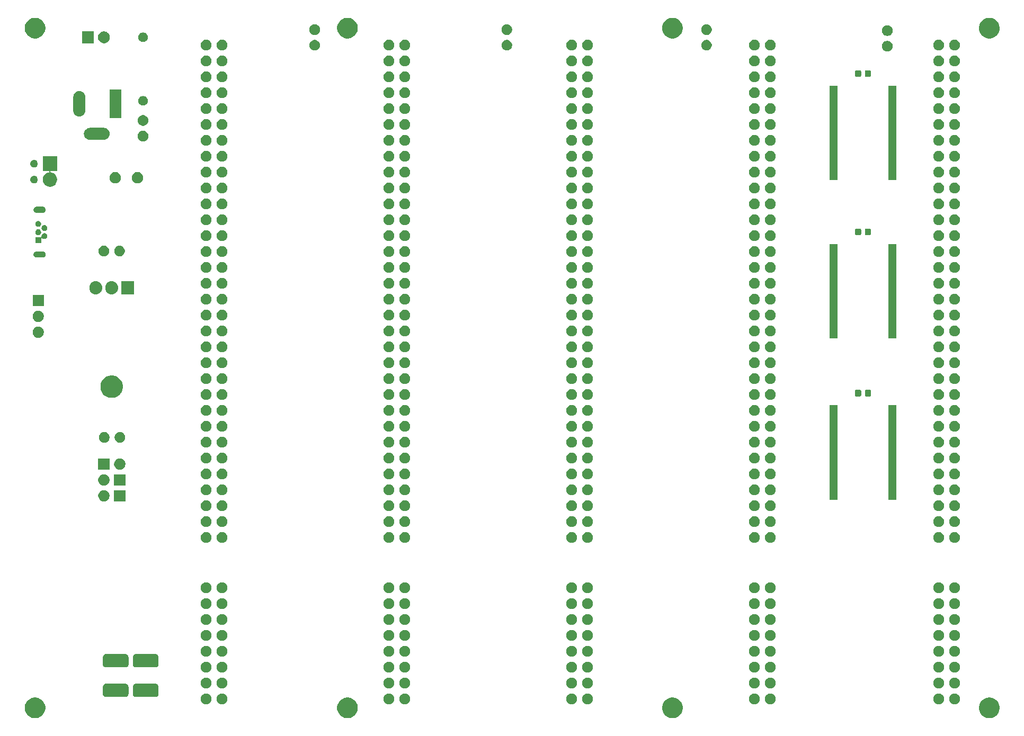
<source format=gbr>
G04 #@! TF.GenerationSoftware,KiCad,Pcbnew,(5.1.5-0-10_14)*
G04 #@! TF.CreationDate,2021-05-28T19:25:18+01:00*
G04 #@! TF.ProjectId,roscbus04,726f7363-6275-4733-9034-2e6b69636164,rev?*
G04 #@! TF.SameCoordinates,Original*
G04 #@! TF.FileFunction,Soldermask,Top*
G04 #@! TF.FilePolarity,Negative*
%FSLAX46Y46*%
G04 Gerber Fmt 4.6, Leading zero omitted, Abs format (unit mm)*
G04 Created by KiCad (PCBNEW (5.1.5-0-10_14)) date 2021-05-28 19:25:18*
%MOMM*%
%LPD*%
G04 APERTURE LIST*
%ADD10C,0.100000*%
G04 APERTURE END LIST*
D10*
G36*
X225295256Y-145761298D02*
G01*
X225401579Y-145782447D01*
X225702042Y-145906903D01*
X225972451Y-146087585D01*
X226202415Y-146317549D01*
X226383097Y-146587958D01*
X226507553Y-146888421D01*
X226571000Y-147207391D01*
X226571000Y-147532609D01*
X226507553Y-147851579D01*
X226383097Y-148152042D01*
X226202415Y-148422451D01*
X225972451Y-148652415D01*
X225702042Y-148833097D01*
X225401579Y-148957553D01*
X225295256Y-148978702D01*
X225082611Y-149021000D01*
X224757389Y-149021000D01*
X224544744Y-148978702D01*
X224438421Y-148957553D01*
X224137958Y-148833097D01*
X223867549Y-148652415D01*
X223637585Y-148422451D01*
X223456903Y-148152042D01*
X223332447Y-147851579D01*
X223269000Y-147532609D01*
X223269000Y-147207391D01*
X223332447Y-146888421D01*
X223456903Y-146587958D01*
X223637585Y-146317549D01*
X223867549Y-146087585D01*
X224137958Y-145906903D01*
X224438421Y-145782447D01*
X224544744Y-145761298D01*
X224757389Y-145719000D01*
X225082611Y-145719000D01*
X225295256Y-145761298D01*
G37*
G36*
X174651922Y-145761298D02*
G01*
X174758245Y-145782447D01*
X175058708Y-145906903D01*
X175329117Y-146087585D01*
X175559081Y-146317549D01*
X175739763Y-146587958D01*
X175864219Y-146888421D01*
X175927666Y-147207391D01*
X175927666Y-147532609D01*
X175864219Y-147851579D01*
X175739763Y-148152042D01*
X175559081Y-148422451D01*
X175329117Y-148652415D01*
X175058708Y-148833097D01*
X174758245Y-148957553D01*
X174651922Y-148978702D01*
X174439277Y-149021000D01*
X174114055Y-149021000D01*
X173901410Y-148978702D01*
X173795087Y-148957553D01*
X173494624Y-148833097D01*
X173224215Y-148652415D01*
X172994251Y-148422451D01*
X172813569Y-148152042D01*
X172689113Y-147851579D01*
X172625666Y-147532609D01*
X172625666Y-147207391D01*
X172689113Y-146888421D01*
X172813569Y-146587958D01*
X172994251Y-146317549D01*
X173224215Y-146087585D01*
X173494624Y-145906903D01*
X173795087Y-145782447D01*
X173901410Y-145761298D01*
X174114055Y-145719000D01*
X174439277Y-145719000D01*
X174651922Y-145761298D01*
G37*
G36*
X122711922Y-145761298D02*
G01*
X122818245Y-145782447D01*
X123118708Y-145906903D01*
X123389117Y-146087585D01*
X123619081Y-146317549D01*
X123799763Y-146587958D01*
X123924219Y-146888421D01*
X123987666Y-147207391D01*
X123987666Y-147532609D01*
X123924219Y-147851579D01*
X123799763Y-148152042D01*
X123619081Y-148422451D01*
X123389117Y-148652415D01*
X123118708Y-148833097D01*
X122818245Y-148957553D01*
X122711922Y-148978702D01*
X122499277Y-149021000D01*
X122174055Y-149021000D01*
X121961410Y-148978702D01*
X121855087Y-148957553D01*
X121554624Y-148833097D01*
X121284215Y-148652415D01*
X121054251Y-148422451D01*
X120873569Y-148152042D01*
X120749113Y-147851579D01*
X120685666Y-147532609D01*
X120685666Y-147207391D01*
X120749113Y-146888421D01*
X120873569Y-146587958D01*
X121054251Y-146317549D01*
X121284215Y-146087585D01*
X121554624Y-145906903D01*
X121855087Y-145782447D01*
X121961410Y-145761298D01*
X122174055Y-145719000D01*
X122499277Y-145719000D01*
X122711922Y-145761298D01*
G37*
G36*
X72785256Y-145761298D02*
G01*
X72891579Y-145782447D01*
X73192042Y-145906903D01*
X73462451Y-146087585D01*
X73692415Y-146317549D01*
X73873097Y-146587958D01*
X73997553Y-146888421D01*
X74061000Y-147207391D01*
X74061000Y-147532609D01*
X73997553Y-147851579D01*
X73873097Y-148152042D01*
X73692415Y-148422451D01*
X73462451Y-148652415D01*
X73192042Y-148833097D01*
X72891579Y-148957553D01*
X72785256Y-148978702D01*
X72572611Y-149021000D01*
X72247389Y-149021000D01*
X72034744Y-148978702D01*
X71928421Y-148957553D01*
X71627958Y-148833097D01*
X71357549Y-148652415D01*
X71127585Y-148422451D01*
X70946903Y-148152042D01*
X70822447Y-147851579D01*
X70759000Y-147532609D01*
X70759000Y-147207391D01*
X70822447Y-146888421D01*
X70946903Y-146587958D01*
X71127585Y-146317549D01*
X71357549Y-146087585D01*
X71627958Y-145906903D01*
X71928421Y-145782447D01*
X72034744Y-145761298D01*
X72247389Y-145719000D01*
X72572611Y-145719000D01*
X72785256Y-145761298D01*
G37*
G36*
X160978903Y-145101587D02*
G01*
X161136068Y-145166687D01*
X161277513Y-145261198D01*
X161397802Y-145381487D01*
X161492313Y-145522932D01*
X161557413Y-145680097D01*
X161590600Y-145846943D01*
X161590600Y-146017057D01*
X161557413Y-146183903D01*
X161492313Y-146341068D01*
X161397802Y-146482513D01*
X161277513Y-146602802D01*
X161136068Y-146697313D01*
X160978903Y-146762413D01*
X160812057Y-146795600D01*
X160641943Y-146795600D01*
X160475097Y-146762413D01*
X160317932Y-146697313D01*
X160176487Y-146602802D01*
X160056198Y-146482513D01*
X159961687Y-146341068D01*
X159896587Y-146183903D01*
X159863400Y-146017057D01*
X159863400Y-145846943D01*
X159896587Y-145680097D01*
X159961687Y-145522932D01*
X160056198Y-145381487D01*
X160176487Y-145261198D01*
X160317932Y-145166687D01*
X160475097Y-145101587D01*
X160641943Y-145068400D01*
X160812057Y-145068400D01*
X160978903Y-145101587D01*
G37*
G36*
X158438903Y-145101587D02*
G01*
X158596068Y-145166687D01*
X158737513Y-145261198D01*
X158857802Y-145381487D01*
X158952313Y-145522932D01*
X159017413Y-145680097D01*
X159050600Y-145846943D01*
X159050600Y-146017057D01*
X159017413Y-146183903D01*
X158952313Y-146341068D01*
X158857802Y-146482513D01*
X158737513Y-146602802D01*
X158596068Y-146697313D01*
X158438903Y-146762413D01*
X158272057Y-146795600D01*
X158101943Y-146795600D01*
X157935097Y-146762413D01*
X157777932Y-146697313D01*
X157636487Y-146602802D01*
X157516198Y-146482513D01*
X157421687Y-146341068D01*
X157356587Y-146183903D01*
X157323400Y-146017057D01*
X157323400Y-145846943D01*
X157356587Y-145680097D01*
X157421687Y-145522932D01*
X157516198Y-145381487D01*
X157636487Y-145261198D01*
X157777932Y-145166687D01*
X157935097Y-145101587D01*
X158101943Y-145068400D01*
X158272057Y-145068400D01*
X158438903Y-145101587D01*
G37*
G36*
X131768903Y-145101587D02*
G01*
X131926068Y-145166687D01*
X132067513Y-145261198D01*
X132187802Y-145381487D01*
X132282313Y-145522932D01*
X132347413Y-145680097D01*
X132380600Y-145846943D01*
X132380600Y-146017057D01*
X132347413Y-146183903D01*
X132282313Y-146341068D01*
X132187802Y-146482513D01*
X132067513Y-146602802D01*
X131926068Y-146697313D01*
X131768903Y-146762413D01*
X131602057Y-146795600D01*
X131431943Y-146795600D01*
X131265097Y-146762413D01*
X131107932Y-146697313D01*
X130966487Y-146602802D01*
X130846198Y-146482513D01*
X130751687Y-146341068D01*
X130686587Y-146183903D01*
X130653400Y-146017057D01*
X130653400Y-145846943D01*
X130686587Y-145680097D01*
X130751687Y-145522932D01*
X130846198Y-145381487D01*
X130966487Y-145261198D01*
X131107932Y-145166687D01*
X131265097Y-145101587D01*
X131431943Y-145068400D01*
X131602057Y-145068400D01*
X131768903Y-145101587D01*
G37*
G36*
X129228903Y-145101587D02*
G01*
X129386068Y-145166687D01*
X129527513Y-145261198D01*
X129647802Y-145381487D01*
X129742313Y-145522932D01*
X129807413Y-145680097D01*
X129840600Y-145846943D01*
X129840600Y-146017057D01*
X129807413Y-146183903D01*
X129742313Y-146341068D01*
X129647802Y-146482513D01*
X129527513Y-146602802D01*
X129386068Y-146697313D01*
X129228903Y-146762413D01*
X129062057Y-146795600D01*
X128891943Y-146795600D01*
X128725097Y-146762413D01*
X128567932Y-146697313D01*
X128426487Y-146602802D01*
X128306198Y-146482513D01*
X128211687Y-146341068D01*
X128146587Y-146183903D01*
X128113400Y-146017057D01*
X128113400Y-145846943D01*
X128146587Y-145680097D01*
X128211687Y-145522932D01*
X128306198Y-145381487D01*
X128426487Y-145261198D01*
X128567932Y-145166687D01*
X128725097Y-145101587D01*
X128891943Y-145068400D01*
X129062057Y-145068400D01*
X129228903Y-145101587D01*
G37*
G36*
X102558903Y-145101587D02*
G01*
X102716068Y-145166687D01*
X102857513Y-145261198D01*
X102977802Y-145381487D01*
X103072313Y-145522932D01*
X103137413Y-145680097D01*
X103170600Y-145846943D01*
X103170600Y-146017057D01*
X103137413Y-146183903D01*
X103072313Y-146341068D01*
X102977802Y-146482513D01*
X102857513Y-146602802D01*
X102716068Y-146697313D01*
X102558903Y-146762413D01*
X102392057Y-146795600D01*
X102221943Y-146795600D01*
X102055097Y-146762413D01*
X101897932Y-146697313D01*
X101756487Y-146602802D01*
X101636198Y-146482513D01*
X101541687Y-146341068D01*
X101476587Y-146183903D01*
X101443400Y-146017057D01*
X101443400Y-145846943D01*
X101476587Y-145680097D01*
X101541687Y-145522932D01*
X101636198Y-145381487D01*
X101756487Y-145261198D01*
X101897932Y-145166687D01*
X102055097Y-145101587D01*
X102221943Y-145068400D01*
X102392057Y-145068400D01*
X102558903Y-145101587D01*
G37*
G36*
X100018903Y-145101587D02*
G01*
X100176068Y-145166687D01*
X100317513Y-145261198D01*
X100437802Y-145381487D01*
X100532313Y-145522932D01*
X100597413Y-145680097D01*
X100630600Y-145846943D01*
X100630600Y-146017057D01*
X100597413Y-146183903D01*
X100532313Y-146341068D01*
X100437802Y-146482513D01*
X100317513Y-146602802D01*
X100176068Y-146697313D01*
X100018903Y-146762413D01*
X99852057Y-146795600D01*
X99681943Y-146795600D01*
X99515097Y-146762413D01*
X99357932Y-146697313D01*
X99216487Y-146602802D01*
X99096198Y-146482513D01*
X99001687Y-146341068D01*
X98936587Y-146183903D01*
X98903400Y-146017057D01*
X98903400Y-145846943D01*
X98936587Y-145680097D01*
X99001687Y-145522932D01*
X99096198Y-145381487D01*
X99216487Y-145261198D01*
X99357932Y-145166687D01*
X99515097Y-145101587D01*
X99681943Y-145068400D01*
X99852057Y-145068400D01*
X100018903Y-145101587D01*
G37*
G36*
X219614903Y-145101587D02*
G01*
X219772068Y-145166687D01*
X219913513Y-145261198D01*
X220033802Y-145381487D01*
X220128313Y-145522932D01*
X220193413Y-145680097D01*
X220226600Y-145846943D01*
X220226600Y-146017057D01*
X220193413Y-146183903D01*
X220128313Y-146341068D01*
X220033802Y-146482513D01*
X219913513Y-146602802D01*
X219772068Y-146697313D01*
X219614903Y-146762413D01*
X219448057Y-146795600D01*
X219277943Y-146795600D01*
X219111097Y-146762413D01*
X218953932Y-146697313D01*
X218812487Y-146602802D01*
X218692198Y-146482513D01*
X218597687Y-146341068D01*
X218532587Y-146183903D01*
X218499400Y-146017057D01*
X218499400Y-145846943D01*
X218532587Y-145680097D01*
X218597687Y-145522932D01*
X218692198Y-145381487D01*
X218812487Y-145261198D01*
X218953932Y-145166687D01*
X219111097Y-145101587D01*
X219277943Y-145068400D01*
X219448057Y-145068400D01*
X219614903Y-145101587D01*
G37*
G36*
X217074903Y-145101587D02*
G01*
X217232068Y-145166687D01*
X217373513Y-145261198D01*
X217493802Y-145381487D01*
X217588313Y-145522932D01*
X217653413Y-145680097D01*
X217686600Y-145846943D01*
X217686600Y-146017057D01*
X217653413Y-146183903D01*
X217588313Y-146341068D01*
X217493802Y-146482513D01*
X217373513Y-146602802D01*
X217232068Y-146697313D01*
X217074903Y-146762413D01*
X216908057Y-146795600D01*
X216737943Y-146795600D01*
X216571097Y-146762413D01*
X216413932Y-146697313D01*
X216272487Y-146602802D01*
X216152198Y-146482513D01*
X216057687Y-146341068D01*
X215992587Y-146183903D01*
X215959400Y-146017057D01*
X215959400Y-145846943D01*
X215992587Y-145680097D01*
X216057687Y-145522932D01*
X216152198Y-145381487D01*
X216272487Y-145261198D01*
X216413932Y-145166687D01*
X216571097Y-145101587D01*
X216737943Y-145068400D01*
X216908057Y-145068400D01*
X217074903Y-145101587D01*
G37*
G36*
X187648903Y-145101587D02*
G01*
X187806068Y-145166687D01*
X187947513Y-145261198D01*
X188067802Y-145381487D01*
X188162313Y-145522932D01*
X188227413Y-145680097D01*
X188260600Y-145846943D01*
X188260600Y-146017057D01*
X188227413Y-146183903D01*
X188162313Y-146341068D01*
X188067802Y-146482513D01*
X187947513Y-146602802D01*
X187806068Y-146697313D01*
X187648903Y-146762413D01*
X187482057Y-146795600D01*
X187311943Y-146795600D01*
X187145097Y-146762413D01*
X186987932Y-146697313D01*
X186846487Y-146602802D01*
X186726198Y-146482513D01*
X186631687Y-146341068D01*
X186566587Y-146183903D01*
X186533400Y-146017057D01*
X186533400Y-145846943D01*
X186566587Y-145680097D01*
X186631687Y-145522932D01*
X186726198Y-145381487D01*
X186846487Y-145261198D01*
X186987932Y-145166687D01*
X187145097Y-145101587D01*
X187311943Y-145068400D01*
X187482057Y-145068400D01*
X187648903Y-145101587D01*
G37*
G36*
X190188903Y-145101587D02*
G01*
X190346068Y-145166687D01*
X190487513Y-145261198D01*
X190607802Y-145381487D01*
X190702313Y-145522932D01*
X190767413Y-145680097D01*
X190800600Y-145846943D01*
X190800600Y-146017057D01*
X190767413Y-146183903D01*
X190702313Y-146341068D01*
X190607802Y-146482513D01*
X190487513Y-146602802D01*
X190346068Y-146697313D01*
X190188903Y-146762413D01*
X190022057Y-146795600D01*
X189851943Y-146795600D01*
X189685097Y-146762413D01*
X189527932Y-146697313D01*
X189386487Y-146602802D01*
X189266198Y-146482513D01*
X189171687Y-146341068D01*
X189106587Y-146183903D01*
X189073400Y-146017057D01*
X189073400Y-145846943D01*
X189106587Y-145680097D01*
X189171687Y-145522932D01*
X189266198Y-145381487D01*
X189386487Y-145261198D01*
X189527932Y-145166687D01*
X189685097Y-145101587D01*
X189851943Y-145068400D01*
X190022057Y-145068400D01*
X190188903Y-145101587D01*
G37*
G36*
X91773210Y-143518489D02*
G01*
X91859950Y-143544802D01*
X91939889Y-143587530D01*
X92009962Y-143645038D01*
X92067470Y-143715111D01*
X92110198Y-143795050D01*
X92136511Y-143881790D01*
X92146000Y-143978140D01*
X92146000Y-145141860D01*
X92136511Y-145238210D01*
X92110198Y-145324950D01*
X92067470Y-145404889D01*
X92009962Y-145474962D01*
X91939889Y-145532470D01*
X91859950Y-145575198D01*
X91773210Y-145601511D01*
X91676860Y-145611000D01*
X88513140Y-145611000D01*
X88416790Y-145601511D01*
X88330050Y-145575198D01*
X88250111Y-145532470D01*
X88180038Y-145474962D01*
X88122530Y-145404889D01*
X88079802Y-145324950D01*
X88053489Y-145238210D01*
X88044000Y-145141860D01*
X88044000Y-143978140D01*
X88053489Y-143881790D01*
X88079802Y-143795050D01*
X88122530Y-143715111D01*
X88180038Y-143645038D01*
X88250111Y-143587530D01*
X88330050Y-143544802D01*
X88416790Y-143518489D01*
X88513140Y-143509000D01*
X91676860Y-143509000D01*
X91773210Y-143518489D01*
G37*
G36*
X86973210Y-143518489D02*
G01*
X87059950Y-143544802D01*
X87139889Y-143587530D01*
X87209962Y-143645038D01*
X87267470Y-143715111D01*
X87310198Y-143795050D01*
X87336511Y-143881790D01*
X87346000Y-143978140D01*
X87346000Y-145141860D01*
X87336511Y-145238210D01*
X87310198Y-145324950D01*
X87267470Y-145404889D01*
X87209962Y-145474962D01*
X87139889Y-145532470D01*
X87059950Y-145575198D01*
X86973210Y-145601511D01*
X86876860Y-145611000D01*
X83713140Y-145611000D01*
X83616790Y-145601511D01*
X83530050Y-145575198D01*
X83450111Y-145532470D01*
X83380038Y-145474962D01*
X83322530Y-145404889D01*
X83279802Y-145324950D01*
X83253489Y-145238210D01*
X83244000Y-145141860D01*
X83244000Y-143978140D01*
X83253489Y-143881790D01*
X83279802Y-143795050D01*
X83322530Y-143715111D01*
X83380038Y-143645038D01*
X83450111Y-143587530D01*
X83530050Y-143544802D01*
X83616790Y-143518489D01*
X83713140Y-143509000D01*
X86876860Y-143509000D01*
X86973210Y-143518489D01*
G37*
G36*
X100018903Y-142561587D02*
G01*
X100176068Y-142626687D01*
X100317513Y-142721198D01*
X100437802Y-142841487D01*
X100532313Y-142982932D01*
X100597413Y-143140097D01*
X100630600Y-143306943D01*
X100630600Y-143477057D01*
X100597413Y-143643903D01*
X100532313Y-143801068D01*
X100437802Y-143942513D01*
X100317513Y-144062802D01*
X100176068Y-144157313D01*
X100018903Y-144222413D01*
X99852057Y-144255600D01*
X99681943Y-144255600D01*
X99515097Y-144222413D01*
X99357932Y-144157313D01*
X99216487Y-144062802D01*
X99096198Y-143942513D01*
X99001687Y-143801068D01*
X98936587Y-143643903D01*
X98903400Y-143477057D01*
X98903400Y-143306943D01*
X98936587Y-143140097D01*
X99001687Y-142982932D01*
X99096198Y-142841487D01*
X99216487Y-142721198D01*
X99357932Y-142626687D01*
X99515097Y-142561587D01*
X99681943Y-142528400D01*
X99852057Y-142528400D01*
X100018903Y-142561587D01*
G37*
G36*
X131768903Y-142561587D02*
G01*
X131926068Y-142626687D01*
X132067513Y-142721198D01*
X132187802Y-142841487D01*
X132282313Y-142982932D01*
X132347413Y-143140097D01*
X132380600Y-143306943D01*
X132380600Y-143477057D01*
X132347413Y-143643903D01*
X132282313Y-143801068D01*
X132187802Y-143942513D01*
X132067513Y-144062802D01*
X131926068Y-144157313D01*
X131768903Y-144222413D01*
X131602057Y-144255600D01*
X131431943Y-144255600D01*
X131265097Y-144222413D01*
X131107932Y-144157313D01*
X130966487Y-144062802D01*
X130846198Y-143942513D01*
X130751687Y-143801068D01*
X130686587Y-143643903D01*
X130653400Y-143477057D01*
X130653400Y-143306943D01*
X130686587Y-143140097D01*
X130751687Y-142982932D01*
X130846198Y-142841487D01*
X130966487Y-142721198D01*
X131107932Y-142626687D01*
X131265097Y-142561587D01*
X131431943Y-142528400D01*
X131602057Y-142528400D01*
X131768903Y-142561587D01*
G37*
G36*
X158438903Y-142561587D02*
G01*
X158596068Y-142626687D01*
X158737513Y-142721198D01*
X158857802Y-142841487D01*
X158952313Y-142982932D01*
X159017413Y-143140097D01*
X159050600Y-143306943D01*
X159050600Y-143477057D01*
X159017413Y-143643903D01*
X158952313Y-143801068D01*
X158857802Y-143942513D01*
X158737513Y-144062802D01*
X158596068Y-144157313D01*
X158438903Y-144222413D01*
X158272057Y-144255600D01*
X158101943Y-144255600D01*
X157935097Y-144222413D01*
X157777932Y-144157313D01*
X157636487Y-144062802D01*
X157516198Y-143942513D01*
X157421687Y-143801068D01*
X157356587Y-143643903D01*
X157323400Y-143477057D01*
X157323400Y-143306943D01*
X157356587Y-143140097D01*
X157421687Y-142982932D01*
X157516198Y-142841487D01*
X157636487Y-142721198D01*
X157777932Y-142626687D01*
X157935097Y-142561587D01*
X158101943Y-142528400D01*
X158272057Y-142528400D01*
X158438903Y-142561587D01*
G37*
G36*
X102558903Y-142561587D02*
G01*
X102716068Y-142626687D01*
X102857513Y-142721198D01*
X102977802Y-142841487D01*
X103072313Y-142982932D01*
X103137413Y-143140097D01*
X103170600Y-143306943D01*
X103170600Y-143477057D01*
X103137413Y-143643903D01*
X103072313Y-143801068D01*
X102977802Y-143942513D01*
X102857513Y-144062802D01*
X102716068Y-144157313D01*
X102558903Y-144222413D01*
X102392057Y-144255600D01*
X102221943Y-144255600D01*
X102055097Y-144222413D01*
X101897932Y-144157313D01*
X101756487Y-144062802D01*
X101636198Y-143942513D01*
X101541687Y-143801068D01*
X101476587Y-143643903D01*
X101443400Y-143477057D01*
X101443400Y-143306943D01*
X101476587Y-143140097D01*
X101541687Y-142982932D01*
X101636198Y-142841487D01*
X101756487Y-142721198D01*
X101897932Y-142626687D01*
X102055097Y-142561587D01*
X102221943Y-142528400D01*
X102392057Y-142528400D01*
X102558903Y-142561587D01*
G37*
G36*
X190188903Y-142561587D02*
G01*
X190346068Y-142626687D01*
X190487513Y-142721198D01*
X190607802Y-142841487D01*
X190702313Y-142982932D01*
X190767413Y-143140097D01*
X190800600Y-143306943D01*
X190800600Y-143477057D01*
X190767413Y-143643903D01*
X190702313Y-143801068D01*
X190607802Y-143942513D01*
X190487513Y-144062802D01*
X190346068Y-144157313D01*
X190188903Y-144222413D01*
X190022057Y-144255600D01*
X189851943Y-144255600D01*
X189685097Y-144222413D01*
X189527932Y-144157313D01*
X189386487Y-144062802D01*
X189266198Y-143942513D01*
X189171687Y-143801068D01*
X189106587Y-143643903D01*
X189073400Y-143477057D01*
X189073400Y-143306943D01*
X189106587Y-143140097D01*
X189171687Y-142982932D01*
X189266198Y-142841487D01*
X189386487Y-142721198D01*
X189527932Y-142626687D01*
X189685097Y-142561587D01*
X189851943Y-142528400D01*
X190022057Y-142528400D01*
X190188903Y-142561587D01*
G37*
G36*
X187648903Y-142561587D02*
G01*
X187806068Y-142626687D01*
X187947513Y-142721198D01*
X188067802Y-142841487D01*
X188162313Y-142982932D01*
X188227413Y-143140097D01*
X188260600Y-143306943D01*
X188260600Y-143477057D01*
X188227413Y-143643903D01*
X188162313Y-143801068D01*
X188067802Y-143942513D01*
X187947513Y-144062802D01*
X187806068Y-144157313D01*
X187648903Y-144222413D01*
X187482057Y-144255600D01*
X187311943Y-144255600D01*
X187145097Y-144222413D01*
X186987932Y-144157313D01*
X186846487Y-144062802D01*
X186726198Y-143942513D01*
X186631687Y-143801068D01*
X186566587Y-143643903D01*
X186533400Y-143477057D01*
X186533400Y-143306943D01*
X186566587Y-143140097D01*
X186631687Y-142982932D01*
X186726198Y-142841487D01*
X186846487Y-142721198D01*
X186987932Y-142626687D01*
X187145097Y-142561587D01*
X187311943Y-142528400D01*
X187482057Y-142528400D01*
X187648903Y-142561587D01*
G37*
G36*
X129228903Y-142561587D02*
G01*
X129386068Y-142626687D01*
X129527513Y-142721198D01*
X129647802Y-142841487D01*
X129742313Y-142982932D01*
X129807413Y-143140097D01*
X129840600Y-143306943D01*
X129840600Y-143477057D01*
X129807413Y-143643903D01*
X129742313Y-143801068D01*
X129647802Y-143942513D01*
X129527513Y-144062802D01*
X129386068Y-144157313D01*
X129228903Y-144222413D01*
X129062057Y-144255600D01*
X128891943Y-144255600D01*
X128725097Y-144222413D01*
X128567932Y-144157313D01*
X128426487Y-144062802D01*
X128306198Y-143942513D01*
X128211687Y-143801068D01*
X128146587Y-143643903D01*
X128113400Y-143477057D01*
X128113400Y-143306943D01*
X128146587Y-143140097D01*
X128211687Y-142982932D01*
X128306198Y-142841487D01*
X128426487Y-142721198D01*
X128567932Y-142626687D01*
X128725097Y-142561587D01*
X128891943Y-142528400D01*
X129062057Y-142528400D01*
X129228903Y-142561587D01*
G37*
G36*
X160978903Y-142561587D02*
G01*
X161136068Y-142626687D01*
X161277513Y-142721198D01*
X161397802Y-142841487D01*
X161492313Y-142982932D01*
X161557413Y-143140097D01*
X161590600Y-143306943D01*
X161590600Y-143477057D01*
X161557413Y-143643903D01*
X161492313Y-143801068D01*
X161397802Y-143942513D01*
X161277513Y-144062802D01*
X161136068Y-144157313D01*
X160978903Y-144222413D01*
X160812057Y-144255600D01*
X160641943Y-144255600D01*
X160475097Y-144222413D01*
X160317932Y-144157313D01*
X160176487Y-144062802D01*
X160056198Y-143942513D01*
X159961687Y-143801068D01*
X159896587Y-143643903D01*
X159863400Y-143477057D01*
X159863400Y-143306943D01*
X159896587Y-143140097D01*
X159961687Y-142982932D01*
X160056198Y-142841487D01*
X160176487Y-142721198D01*
X160317932Y-142626687D01*
X160475097Y-142561587D01*
X160641943Y-142528400D01*
X160812057Y-142528400D01*
X160978903Y-142561587D01*
G37*
G36*
X217074903Y-142561587D02*
G01*
X217232068Y-142626687D01*
X217373513Y-142721198D01*
X217493802Y-142841487D01*
X217588313Y-142982932D01*
X217653413Y-143140097D01*
X217686600Y-143306943D01*
X217686600Y-143477057D01*
X217653413Y-143643903D01*
X217588313Y-143801068D01*
X217493802Y-143942513D01*
X217373513Y-144062802D01*
X217232068Y-144157313D01*
X217074903Y-144222413D01*
X216908057Y-144255600D01*
X216737943Y-144255600D01*
X216571097Y-144222413D01*
X216413932Y-144157313D01*
X216272487Y-144062802D01*
X216152198Y-143942513D01*
X216057687Y-143801068D01*
X215992587Y-143643903D01*
X215959400Y-143477057D01*
X215959400Y-143306943D01*
X215992587Y-143140097D01*
X216057687Y-142982932D01*
X216152198Y-142841487D01*
X216272487Y-142721198D01*
X216413932Y-142626687D01*
X216571097Y-142561587D01*
X216737943Y-142528400D01*
X216908057Y-142528400D01*
X217074903Y-142561587D01*
G37*
G36*
X219614903Y-142561587D02*
G01*
X219772068Y-142626687D01*
X219913513Y-142721198D01*
X220033802Y-142841487D01*
X220128313Y-142982932D01*
X220193413Y-143140097D01*
X220226600Y-143306943D01*
X220226600Y-143477057D01*
X220193413Y-143643903D01*
X220128313Y-143801068D01*
X220033802Y-143942513D01*
X219913513Y-144062802D01*
X219772068Y-144157313D01*
X219614903Y-144222413D01*
X219448057Y-144255600D01*
X219277943Y-144255600D01*
X219111097Y-144222413D01*
X218953932Y-144157313D01*
X218812487Y-144062802D01*
X218692198Y-143942513D01*
X218597687Y-143801068D01*
X218532587Y-143643903D01*
X218499400Y-143477057D01*
X218499400Y-143306943D01*
X218532587Y-143140097D01*
X218597687Y-142982932D01*
X218692198Y-142841487D01*
X218812487Y-142721198D01*
X218953932Y-142626687D01*
X219111097Y-142561587D01*
X219277943Y-142528400D01*
X219448057Y-142528400D01*
X219614903Y-142561587D01*
G37*
G36*
X219614903Y-140021587D02*
G01*
X219772068Y-140086687D01*
X219913513Y-140181198D01*
X220033802Y-140301487D01*
X220128313Y-140442932D01*
X220193413Y-140600097D01*
X220226600Y-140766943D01*
X220226600Y-140937057D01*
X220193413Y-141103903D01*
X220128313Y-141261068D01*
X220033802Y-141402513D01*
X219913513Y-141522802D01*
X219772068Y-141617313D01*
X219614903Y-141682413D01*
X219448057Y-141715600D01*
X219277943Y-141715600D01*
X219111097Y-141682413D01*
X218953932Y-141617313D01*
X218812487Y-141522802D01*
X218692198Y-141402513D01*
X218597687Y-141261068D01*
X218532587Y-141103903D01*
X218499400Y-140937057D01*
X218499400Y-140766943D01*
X218532587Y-140600097D01*
X218597687Y-140442932D01*
X218692198Y-140301487D01*
X218812487Y-140181198D01*
X218953932Y-140086687D01*
X219111097Y-140021587D01*
X219277943Y-139988400D01*
X219448057Y-139988400D01*
X219614903Y-140021587D01*
G37*
G36*
X102558903Y-140021587D02*
G01*
X102716068Y-140086687D01*
X102857513Y-140181198D01*
X102977802Y-140301487D01*
X103072313Y-140442932D01*
X103137413Y-140600097D01*
X103170600Y-140766943D01*
X103170600Y-140937057D01*
X103137413Y-141103903D01*
X103072313Y-141261068D01*
X102977802Y-141402513D01*
X102857513Y-141522802D01*
X102716068Y-141617313D01*
X102558903Y-141682413D01*
X102392057Y-141715600D01*
X102221943Y-141715600D01*
X102055097Y-141682413D01*
X101897932Y-141617313D01*
X101756487Y-141522802D01*
X101636198Y-141402513D01*
X101541687Y-141261068D01*
X101476587Y-141103903D01*
X101443400Y-140937057D01*
X101443400Y-140766943D01*
X101476587Y-140600097D01*
X101541687Y-140442932D01*
X101636198Y-140301487D01*
X101756487Y-140181198D01*
X101897932Y-140086687D01*
X102055097Y-140021587D01*
X102221943Y-139988400D01*
X102392057Y-139988400D01*
X102558903Y-140021587D01*
G37*
G36*
X160978903Y-140021587D02*
G01*
X161136068Y-140086687D01*
X161277513Y-140181198D01*
X161397802Y-140301487D01*
X161492313Y-140442932D01*
X161557413Y-140600097D01*
X161590600Y-140766943D01*
X161590600Y-140937057D01*
X161557413Y-141103903D01*
X161492313Y-141261068D01*
X161397802Y-141402513D01*
X161277513Y-141522802D01*
X161136068Y-141617313D01*
X160978903Y-141682413D01*
X160812057Y-141715600D01*
X160641943Y-141715600D01*
X160475097Y-141682413D01*
X160317932Y-141617313D01*
X160176487Y-141522802D01*
X160056198Y-141402513D01*
X159961687Y-141261068D01*
X159896587Y-141103903D01*
X159863400Y-140937057D01*
X159863400Y-140766943D01*
X159896587Y-140600097D01*
X159961687Y-140442932D01*
X160056198Y-140301487D01*
X160176487Y-140181198D01*
X160317932Y-140086687D01*
X160475097Y-140021587D01*
X160641943Y-139988400D01*
X160812057Y-139988400D01*
X160978903Y-140021587D01*
G37*
G36*
X158438903Y-140021587D02*
G01*
X158596068Y-140086687D01*
X158737513Y-140181198D01*
X158857802Y-140301487D01*
X158952313Y-140442932D01*
X159017413Y-140600097D01*
X159050600Y-140766943D01*
X159050600Y-140937057D01*
X159017413Y-141103903D01*
X158952313Y-141261068D01*
X158857802Y-141402513D01*
X158737513Y-141522802D01*
X158596068Y-141617313D01*
X158438903Y-141682413D01*
X158272057Y-141715600D01*
X158101943Y-141715600D01*
X157935097Y-141682413D01*
X157777932Y-141617313D01*
X157636487Y-141522802D01*
X157516198Y-141402513D01*
X157421687Y-141261068D01*
X157356587Y-141103903D01*
X157323400Y-140937057D01*
X157323400Y-140766943D01*
X157356587Y-140600097D01*
X157421687Y-140442932D01*
X157516198Y-140301487D01*
X157636487Y-140181198D01*
X157777932Y-140086687D01*
X157935097Y-140021587D01*
X158101943Y-139988400D01*
X158272057Y-139988400D01*
X158438903Y-140021587D01*
G37*
G36*
X217074903Y-140021587D02*
G01*
X217232068Y-140086687D01*
X217373513Y-140181198D01*
X217493802Y-140301487D01*
X217588313Y-140442932D01*
X217653413Y-140600097D01*
X217686600Y-140766943D01*
X217686600Y-140937057D01*
X217653413Y-141103903D01*
X217588313Y-141261068D01*
X217493802Y-141402513D01*
X217373513Y-141522802D01*
X217232068Y-141617313D01*
X217074903Y-141682413D01*
X216908057Y-141715600D01*
X216737943Y-141715600D01*
X216571097Y-141682413D01*
X216413932Y-141617313D01*
X216272487Y-141522802D01*
X216152198Y-141402513D01*
X216057687Y-141261068D01*
X215992587Y-141103903D01*
X215959400Y-140937057D01*
X215959400Y-140766943D01*
X215992587Y-140600097D01*
X216057687Y-140442932D01*
X216152198Y-140301487D01*
X216272487Y-140181198D01*
X216413932Y-140086687D01*
X216571097Y-140021587D01*
X216737943Y-139988400D01*
X216908057Y-139988400D01*
X217074903Y-140021587D01*
G37*
G36*
X100018903Y-140021587D02*
G01*
X100176068Y-140086687D01*
X100317513Y-140181198D01*
X100437802Y-140301487D01*
X100532313Y-140442932D01*
X100597413Y-140600097D01*
X100630600Y-140766943D01*
X100630600Y-140937057D01*
X100597413Y-141103903D01*
X100532313Y-141261068D01*
X100437802Y-141402513D01*
X100317513Y-141522802D01*
X100176068Y-141617313D01*
X100018903Y-141682413D01*
X99852057Y-141715600D01*
X99681943Y-141715600D01*
X99515097Y-141682413D01*
X99357932Y-141617313D01*
X99216487Y-141522802D01*
X99096198Y-141402513D01*
X99001687Y-141261068D01*
X98936587Y-141103903D01*
X98903400Y-140937057D01*
X98903400Y-140766943D01*
X98936587Y-140600097D01*
X99001687Y-140442932D01*
X99096198Y-140301487D01*
X99216487Y-140181198D01*
X99357932Y-140086687D01*
X99515097Y-140021587D01*
X99681943Y-139988400D01*
X99852057Y-139988400D01*
X100018903Y-140021587D01*
G37*
G36*
X190188903Y-140021587D02*
G01*
X190346068Y-140086687D01*
X190487513Y-140181198D01*
X190607802Y-140301487D01*
X190702313Y-140442932D01*
X190767413Y-140600097D01*
X190800600Y-140766943D01*
X190800600Y-140937057D01*
X190767413Y-141103903D01*
X190702313Y-141261068D01*
X190607802Y-141402513D01*
X190487513Y-141522802D01*
X190346068Y-141617313D01*
X190188903Y-141682413D01*
X190022057Y-141715600D01*
X189851943Y-141715600D01*
X189685097Y-141682413D01*
X189527932Y-141617313D01*
X189386487Y-141522802D01*
X189266198Y-141402513D01*
X189171687Y-141261068D01*
X189106587Y-141103903D01*
X189073400Y-140937057D01*
X189073400Y-140766943D01*
X189106587Y-140600097D01*
X189171687Y-140442932D01*
X189266198Y-140301487D01*
X189386487Y-140181198D01*
X189527932Y-140086687D01*
X189685097Y-140021587D01*
X189851943Y-139988400D01*
X190022057Y-139988400D01*
X190188903Y-140021587D01*
G37*
G36*
X187648903Y-140021587D02*
G01*
X187806068Y-140086687D01*
X187947513Y-140181198D01*
X188067802Y-140301487D01*
X188162313Y-140442932D01*
X188227413Y-140600097D01*
X188260600Y-140766943D01*
X188260600Y-140937057D01*
X188227413Y-141103903D01*
X188162313Y-141261068D01*
X188067802Y-141402513D01*
X187947513Y-141522802D01*
X187806068Y-141617313D01*
X187648903Y-141682413D01*
X187482057Y-141715600D01*
X187311943Y-141715600D01*
X187145097Y-141682413D01*
X186987932Y-141617313D01*
X186846487Y-141522802D01*
X186726198Y-141402513D01*
X186631687Y-141261068D01*
X186566587Y-141103903D01*
X186533400Y-140937057D01*
X186533400Y-140766943D01*
X186566587Y-140600097D01*
X186631687Y-140442932D01*
X186726198Y-140301487D01*
X186846487Y-140181198D01*
X186987932Y-140086687D01*
X187145097Y-140021587D01*
X187311943Y-139988400D01*
X187482057Y-139988400D01*
X187648903Y-140021587D01*
G37*
G36*
X129228903Y-140021587D02*
G01*
X129386068Y-140086687D01*
X129527513Y-140181198D01*
X129647802Y-140301487D01*
X129742313Y-140442932D01*
X129807413Y-140600097D01*
X129840600Y-140766943D01*
X129840600Y-140937057D01*
X129807413Y-141103903D01*
X129742313Y-141261068D01*
X129647802Y-141402513D01*
X129527513Y-141522802D01*
X129386068Y-141617313D01*
X129228903Y-141682413D01*
X129062057Y-141715600D01*
X128891943Y-141715600D01*
X128725097Y-141682413D01*
X128567932Y-141617313D01*
X128426487Y-141522802D01*
X128306198Y-141402513D01*
X128211687Y-141261068D01*
X128146587Y-141103903D01*
X128113400Y-140937057D01*
X128113400Y-140766943D01*
X128146587Y-140600097D01*
X128211687Y-140442932D01*
X128306198Y-140301487D01*
X128426487Y-140181198D01*
X128567932Y-140086687D01*
X128725097Y-140021587D01*
X128891943Y-139988400D01*
X129062057Y-139988400D01*
X129228903Y-140021587D01*
G37*
G36*
X131768903Y-140021587D02*
G01*
X131926068Y-140086687D01*
X132067513Y-140181198D01*
X132187802Y-140301487D01*
X132282313Y-140442932D01*
X132347413Y-140600097D01*
X132380600Y-140766943D01*
X132380600Y-140937057D01*
X132347413Y-141103903D01*
X132282313Y-141261068D01*
X132187802Y-141402513D01*
X132067513Y-141522802D01*
X131926068Y-141617313D01*
X131768903Y-141682413D01*
X131602057Y-141715600D01*
X131431943Y-141715600D01*
X131265097Y-141682413D01*
X131107932Y-141617313D01*
X130966487Y-141522802D01*
X130846198Y-141402513D01*
X130751687Y-141261068D01*
X130686587Y-141103903D01*
X130653400Y-140937057D01*
X130653400Y-140766943D01*
X130686587Y-140600097D01*
X130751687Y-140442932D01*
X130846198Y-140301487D01*
X130966487Y-140181198D01*
X131107932Y-140086687D01*
X131265097Y-140021587D01*
X131431943Y-139988400D01*
X131602057Y-139988400D01*
X131768903Y-140021587D01*
G37*
G36*
X91773210Y-138788489D02*
G01*
X91859950Y-138814802D01*
X91939889Y-138857530D01*
X92009962Y-138915038D01*
X92067470Y-138985111D01*
X92110198Y-139065050D01*
X92136511Y-139151790D01*
X92146000Y-139248140D01*
X92146000Y-140411860D01*
X92136511Y-140508210D01*
X92110198Y-140594950D01*
X92067470Y-140674889D01*
X92009962Y-140744962D01*
X91939889Y-140802470D01*
X91859950Y-140845198D01*
X91773210Y-140871511D01*
X91676860Y-140881000D01*
X88513140Y-140881000D01*
X88416790Y-140871511D01*
X88330050Y-140845198D01*
X88250111Y-140802470D01*
X88180038Y-140744962D01*
X88122530Y-140674889D01*
X88079802Y-140594950D01*
X88053489Y-140508210D01*
X88044000Y-140411860D01*
X88044000Y-139248140D01*
X88053489Y-139151790D01*
X88079802Y-139065050D01*
X88122530Y-138985111D01*
X88180038Y-138915038D01*
X88250111Y-138857530D01*
X88330050Y-138814802D01*
X88416790Y-138788489D01*
X88513140Y-138779000D01*
X91676860Y-138779000D01*
X91773210Y-138788489D01*
G37*
G36*
X86973210Y-138788489D02*
G01*
X87059950Y-138814802D01*
X87139889Y-138857530D01*
X87209962Y-138915038D01*
X87267470Y-138985111D01*
X87310198Y-139065050D01*
X87336511Y-139151790D01*
X87346000Y-139248140D01*
X87346000Y-140411860D01*
X87336511Y-140508210D01*
X87310198Y-140594950D01*
X87267470Y-140674889D01*
X87209962Y-140744962D01*
X87139889Y-140802470D01*
X87059950Y-140845198D01*
X86973210Y-140871511D01*
X86876860Y-140881000D01*
X83713140Y-140881000D01*
X83616790Y-140871511D01*
X83530050Y-140845198D01*
X83450111Y-140802470D01*
X83380038Y-140744962D01*
X83322530Y-140674889D01*
X83279802Y-140594950D01*
X83253489Y-140508210D01*
X83244000Y-140411860D01*
X83244000Y-139248140D01*
X83253489Y-139151790D01*
X83279802Y-139065050D01*
X83322530Y-138985111D01*
X83380038Y-138915038D01*
X83450111Y-138857530D01*
X83530050Y-138814802D01*
X83616790Y-138788489D01*
X83713140Y-138779000D01*
X86876860Y-138779000D01*
X86973210Y-138788489D01*
G37*
G36*
X160978903Y-137481587D02*
G01*
X161136068Y-137546687D01*
X161277513Y-137641198D01*
X161397802Y-137761487D01*
X161492313Y-137902932D01*
X161557413Y-138060097D01*
X161590600Y-138226943D01*
X161590600Y-138397057D01*
X161557413Y-138563903D01*
X161492313Y-138721068D01*
X161397802Y-138862513D01*
X161277513Y-138982802D01*
X161136068Y-139077313D01*
X160978903Y-139142413D01*
X160812057Y-139175600D01*
X160641943Y-139175600D01*
X160475097Y-139142413D01*
X160317932Y-139077313D01*
X160176487Y-138982802D01*
X160056198Y-138862513D01*
X159961687Y-138721068D01*
X159896587Y-138563903D01*
X159863400Y-138397057D01*
X159863400Y-138226943D01*
X159896587Y-138060097D01*
X159961687Y-137902932D01*
X160056198Y-137761487D01*
X160176487Y-137641198D01*
X160317932Y-137546687D01*
X160475097Y-137481587D01*
X160641943Y-137448400D01*
X160812057Y-137448400D01*
X160978903Y-137481587D01*
G37*
G36*
X158438903Y-137481587D02*
G01*
X158596068Y-137546687D01*
X158737513Y-137641198D01*
X158857802Y-137761487D01*
X158952313Y-137902932D01*
X159017413Y-138060097D01*
X159050600Y-138226943D01*
X159050600Y-138397057D01*
X159017413Y-138563903D01*
X158952313Y-138721068D01*
X158857802Y-138862513D01*
X158737513Y-138982802D01*
X158596068Y-139077313D01*
X158438903Y-139142413D01*
X158272057Y-139175600D01*
X158101943Y-139175600D01*
X157935097Y-139142413D01*
X157777932Y-139077313D01*
X157636487Y-138982802D01*
X157516198Y-138862513D01*
X157421687Y-138721068D01*
X157356587Y-138563903D01*
X157323400Y-138397057D01*
X157323400Y-138226943D01*
X157356587Y-138060097D01*
X157421687Y-137902932D01*
X157516198Y-137761487D01*
X157636487Y-137641198D01*
X157777932Y-137546687D01*
X157935097Y-137481587D01*
X158101943Y-137448400D01*
X158272057Y-137448400D01*
X158438903Y-137481587D01*
G37*
G36*
X219614903Y-137481587D02*
G01*
X219772068Y-137546687D01*
X219913513Y-137641198D01*
X220033802Y-137761487D01*
X220128313Y-137902932D01*
X220193413Y-138060097D01*
X220226600Y-138226943D01*
X220226600Y-138397057D01*
X220193413Y-138563903D01*
X220128313Y-138721068D01*
X220033802Y-138862513D01*
X219913513Y-138982802D01*
X219772068Y-139077313D01*
X219614903Y-139142413D01*
X219448057Y-139175600D01*
X219277943Y-139175600D01*
X219111097Y-139142413D01*
X218953932Y-139077313D01*
X218812487Y-138982802D01*
X218692198Y-138862513D01*
X218597687Y-138721068D01*
X218532587Y-138563903D01*
X218499400Y-138397057D01*
X218499400Y-138226943D01*
X218532587Y-138060097D01*
X218597687Y-137902932D01*
X218692198Y-137761487D01*
X218812487Y-137641198D01*
X218953932Y-137546687D01*
X219111097Y-137481587D01*
X219277943Y-137448400D01*
X219448057Y-137448400D01*
X219614903Y-137481587D01*
G37*
G36*
X190188903Y-137481587D02*
G01*
X190346068Y-137546687D01*
X190487513Y-137641198D01*
X190607802Y-137761487D01*
X190702313Y-137902932D01*
X190767413Y-138060097D01*
X190800600Y-138226943D01*
X190800600Y-138397057D01*
X190767413Y-138563903D01*
X190702313Y-138721068D01*
X190607802Y-138862513D01*
X190487513Y-138982802D01*
X190346068Y-139077313D01*
X190188903Y-139142413D01*
X190022057Y-139175600D01*
X189851943Y-139175600D01*
X189685097Y-139142413D01*
X189527932Y-139077313D01*
X189386487Y-138982802D01*
X189266198Y-138862513D01*
X189171687Y-138721068D01*
X189106587Y-138563903D01*
X189073400Y-138397057D01*
X189073400Y-138226943D01*
X189106587Y-138060097D01*
X189171687Y-137902932D01*
X189266198Y-137761487D01*
X189386487Y-137641198D01*
X189527932Y-137546687D01*
X189685097Y-137481587D01*
X189851943Y-137448400D01*
X190022057Y-137448400D01*
X190188903Y-137481587D01*
G37*
G36*
X187648903Y-137481587D02*
G01*
X187806068Y-137546687D01*
X187947513Y-137641198D01*
X188067802Y-137761487D01*
X188162313Y-137902932D01*
X188227413Y-138060097D01*
X188260600Y-138226943D01*
X188260600Y-138397057D01*
X188227413Y-138563903D01*
X188162313Y-138721068D01*
X188067802Y-138862513D01*
X187947513Y-138982802D01*
X187806068Y-139077313D01*
X187648903Y-139142413D01*
X187482057Y-139175600D01*
X187311943Y-139175600D01*
X187145097Y-139142413D01*
X186987932Y-139077313D01*
X186846487Y-138982802D01*
X186726198Y-138862513D01*
X186631687Y-138721068D01*
X186566587Y-138563903D01*
X186533400Y-138397057D01*
X186533400Y-138226943D01*
X186566587Y-138060097D01*
X186631687Y-137902932D01*
X186726198Y-137761487D01*
X186846487Y-137641198D01*
X186987932Y-137546687D01*
X187145097Y-137481587D01*
X187311943Y-137448400D01*
X187482057Y-137448400D01*
X187648903Y-137481587D01*
G37*
G36*
X217074903Y-137481587D02*
G01*
X217232068Y-137546687D01*
X217373513Y-137641198D01*
X217493802Y-137761487D01*
X217588313Y-137902932D01*
X217653413Y-138060097D01*
X217686600Y-138226943D01*
X217686600Y-138397057D01*
X217653413Y-138563903D01*
X217588313Y-138721068D01*
X217493802Y-138862513D01*
X217373513Y-138982802D01*
X217232068Y-139077313D01*
X217074903Y-139142413D01*
X216908057Y-139175600D01*
X216737943Y-139175600D01*
X216571097Y-139142413D01*
X216413932Y-139077313D01*
X216272487Y-138982802D01*
X216152198Y-138862513D01*
X216057687Y-138721068D01*
X215992587Y-138563903D01*
X215959400Y-138397057D01*
X215959400Y-138226943D01*
X215992587Y-138060097D01*
X216057687Y-137902932D01*
X216152198Y-137761487D01*
X216272487Y-137641198D01*
X216413932Y-137546687D01*
X216571097Y-137481587D01*
X216737943Y-137448400D01*
X216908057Y-137448400D01*
X217074903Y-137481587D01*
G37*
G36*
X102558903Y-137481587D02*
G01*
X102716068Y-137546687D01*
X102857513Y-137641198D01*
X102977802Y-137761487D01*
X103072313Y-137902932D01*
X103137413Y-138060097D01*
X103170600Y-138226943D01*
X103170600Y-138397057D01*
X103137413Y-138563903D01*
X103072313Y-138721068D01*
X102977802Y-138862513D01*
X102857513Y-138982802D01*
X102716068Y-139077313D01*
X102558903Y-139142413D01*
X102392057Y-139175600D01*
X102221943Y-139175600D01*
X102055097Y-139142413D01*
X101897932Y-139077313D01*
X101756487Y-138982802D01*
X101636198Y-138862513D01*
X101541687Y-138721068D01*
X101476587Y-138563903D01*
X101443400Y-138397057D01*
X101443400Y-138226943D01*
X101476587Y-138060097D01*
X101541687Y-137902932D01*
X101636198Y-137761487D01*
X101756487Y-137641198D01*
X101897932Y-137546687D01*
X102055097Y-137481587D01*
X102221943Y-137448400D01*
X102392057Y-137448400D01*
X102558903Y-137481587D01*
G37*
G36*
X100018903Y-137481587D02*
G01*
X100176068Y-137546687D01*
X100317513Y-137641198D01*
X100437802Y-137761487D01*
X100532313Y-137902932D01*
X100597413Y-138060097D01*
X100630600Y-138226943D01*
X100630600Y-138397057D01*
X100597413Y-138563903D01*
X100532313Y-138721068D01*
X100437802Y-138862513D01*
X100317513Y-138982802D01*
X100176068Y-139077313D01*
X100018903Y-139142413D01*
X99852057Y-139175600D01*
X99681943Y-139175600D01*
X99515097Y-139142413D01*
X99357932Y-139077313D01*
X99216487Y-138982802D01*
X99096198Y-138862513D01*
X99001687Y-138721068D01*
X98936587Y-138563903D01*
X98903400Y-138397057D01*
X98903400Y-138226943D01*
X98936587Y-138060097D01*
X99001687Y-137902932D01*
X99096198Y-137761487D01*
X99216487Y-137641198D01*
X99357932Y-137546687D01*
X99515097Y-137481587D01*
X99681943Y-137448400D01*
X99852057Y-137448400D01*
X100018903Y-137481587D01*
G37*
G36*
X131768903Y-137481587D02*
G01*
X131926068Y-137546687D01*
X132067513Y-137641198D01*
X132187802Y-137761487D01*
X132282313Y-137902932D01*
X132347413Y-138060097D01*
X132380600Y-138226943D01*
X132380600Y-138397057D01*
X132347413Y-138563903D01*
X132282313Y-138721068D01*
X132187802Y-138862513D01*
X132067513Y-138982802D01*
X131926068Y-139077313D01*
X131768903Y-139142413D01*
X131602057Y-139175600D01*
X131431943Y-139175600D01*
X131265097Y-139142413D01*
X131107932Y-139077313D01*
X130966487Y-138982802D01*
X130846198Y-138862513D01*
X130751687Y-138721068D01*
X130686587Y-138563903D01*
X130653400Y-138397057D01*
X130653400Y-138226943D01*
X130686587Y-138060097D01*
X130751687Y-137902932D01*
X130846198Y-137761487D01*
X130966487Y-137641198D01*
X131107932Y-137546687D01*
X131265097Y-137481587D01*
X131431943Y-137448400D01*
X131602057Y-137448400D01*
X131768903Y-137481587D01*
G37*
G36*
X129228903Y-137481587D02*
G01*
X129386068Y-137546687D01*
X129527513Y-137641198D01*
X129647802Y-137761487D01*
X129742313Y-137902932D01*
X129807413Y-138060097D01*
X129840600Y-138226943D01*
X129840600Y-138397057D01*
X129807413Y-138563903D01*
X129742313Y-138721068D01*
X129647802Y-138862513D01*
X129527513Y-138982802D01*
X129386068Y-139077313D01*
X129228903Y-139142413D01*
X129062057Y-139175600D01*
X128891943Y-139175600D01*
X128725097Y-139142413D01*
X128567932Y-139077313D01*
X128426487Y-138982802D01*
X128306198Y-138862513D01*
X128211687Y-138721068D01*
X128146587Y-138563903D01*
X128113400Y-138397057D01*
X128113400Y-138226943D01*
X128146587Y-138060097D01*
X128211687Y-137902932D01*
X128306198Y-137761487D01*
X128426487Y-137641198D01*
X128567932Y-137546687D01*
X128725097Y-137481587D01*
X128891943Y-137448400D01*
X129062057Y-137448400D01*
X129228903Y-137481587D01*
G37*
G36*
X160978903Y-134941587D02*
G01*
X161136068Y-135006687D01*
X161277513Y-135101198D01*
X161397802Y-135221487D01*
X161492313Y-135362932D01*
X161557413Y-135520097D01*
X161590600Y-135686943D01*
X161590600Y-135857057D01*
X161557413Y-136023903D01*
X161492313Y-136181068D01*
X161397802Y-136322513D01*
X161277513Y-136442802D01*
X161136068Y-136537313D01*
X160978903Y-136602413D01*
X160812057Y-136635600D01*
X160641943Y-136635600D01*
X160475097Y-136602413D01*
X160317932Y-136537313D01*
X160176487Y-136442802D01*
X160056198Y-136322513D01*
X159961687Y-136181068D01*
X159896587Y-136023903D01*
X159863400Y-135857057D01*
X159863400Y-135686943D01*
X159896587Y-135520097D01*
X159961687Y-135362932D01*
X160056198Y-135221487D01*
X160176487Y-135101198D01*
X160317932Y-135006687D01*
X160475097Y-134941587D01*
X160641943Y-134908400D01*
X160812057Y-134908400D01*
X160978903Y-134941587D01*
G37*
G36*
X190188903Y-134941587D02*
G01*
X190346068Y-135006687D01*
X190487513Y-135101198D01*
X190607802Y-135221487D01*
X190702313Y-135362932D01*
X190767413Y-135520097D01*
X190800600Y-135686943D01*
X190800600Y-135857057D01*
X190767413Y-136023903D01*
X190702313Y-136181068D01*
X190607802Y-136322513D01*
X190487513Y-136442802D01*
X190346068Y-136537313D01*
X190188903Y-136602413D01*
X190022057Y-136635600D01*
X189851943Y-136635600D01*
X189685097Y-136602413D01*
X189527932Y-136537313D01*
X189386487Y-136442802D01*
X189266198Y-136322513D01*
X189171687Y-136181068D01*
X189106587Y-136023903D01*
X189073400Y-135857057D01*
X189073400Y-135686943D01*
X189106587Y-135520097D01*
X189171687Y-135362932D01*
X189266198Y-135221487D01*
X189386487Y-135101198D01*
X189527932Y-135006687D01*
X189685097Y-134941587D01*
X189851943Y-134908400D01*
X190022057Y-134908400D01*
X190188903Y-134941587D01*
G37*
G36*
X217074903Y-134941587D02*
G01*
X217232068Y-135006687D01*
X217373513Y-135101198D01*
X217493802Y-135221487D01*
X217588313Y-135362932D01*
X217653413Y-135520097D01*
X217686600Y-135686943D01*
X217686600Y-135857057D01*
X217653413Y-136023903D01*
X217588313Y-136181068D01*
X217493802Y-136322513D01*
X217373513Y-136442802D01*
X217232068Y-136537313D01*
X217074903Y-136602413D01*
X216908057Y-136635600D01*
X216737943Y-136635600D01*
X216571097Y-136602413D01*
X216413932Y-136537313D01*
X216272487Y-136442802D01*
X216152198Y-136322513D01*
X216057687Y-136181068D01*
X215992587Y-136023903D01*
X215959400Y-135857057D01*
X215959400Y-135686943D01*
X215992587Y-135520097D01*
X216057687Y-135362932D01*
X216152198Y-135221487D01*
X216272487Y-135101198D01*
X216413932Y-135006687D01*
X216571097Y-134941587D01*
X216737943Y-134908400D01*
X216908057Y-134908400D01*
X217074903Y-134941587D01*
G37*
G36*
X219614903Y-134941587D02*
G01*
X219772068Y-135006687D01*
X219913513Y-135101198D01*
X220033802Y-135221487D01*
X220128313Y-135362932D01*
X220193413Y-135520097D01*
X220226600Y-135686943D01*
X220226600Y-135857057D01*
X220193413Y-136023903D01*
X220128313Y-136181068D01*
X220033802Y-136322513D01*
X219913513Y-136442802D01*
X219772068Y-136537313D01*
X219614903Y-136602413D01*
X219448057Y-136635600D01*
X219277943Y-136635600D01*
X219111097Y-136602413D01*
X218953932Y-136537313D01*
X218812487Y-136442802D01*
X218692198Y-136322513D01*
X218597687Y-136181068D01*
X218532587Y-136023903D01*
X218499400Y-135857057D01*
X218499400Y-135686943D01*
X218532587Y-135520097D01*
X218597687Y-135362932D01*
X218692198Y-135221487D01*
X218812487Y-135101198D01*
X218953932Y-135006687D01*
X219111097Y-134941587D01*
X219277943Y-134908400D01*
X219448057Y-134908400D01*
X219614903Y-134941587D01*
G37*
G36*
X187648903Y-134941587D02*
G01*
X187806068Y-135006687D01*
X187947513Y-135101198D01*
X188067802Y-135221487D01*
X188162313Y-135362932D01*
X188227413Y-135520097D01*
X188260600Y-135686943D01*
X188260600Y-135857057D01*
X188227413Y-136023903D01*
X188162313Y-136181068D01*
X188067802Y-136322513D01*
X187947513Y-136442802D01*
X187806068Y-136537313D01*
X187648903Y-136602413D01*
X187482057Y-136635600D01*
X187311943Y-136635600D01*
X187145097Y-136602413D01*
X186987932Y-136537313D01*
X186846487Y-136442802D01*
X186726198Y-136322513D01*
X186631687Y-136181068D01*
X186566587Y-136023903D01*
X186533400Y-135857057D01*
X186533400Y-135686943D01*
X186566587Y-135520097D01*
X186631687Y-135362932D01*
X186726198Y-135221487D01*
X186846487Y-135101198D01*
X186987932Y-135006687D01*
X187145097Y-134941587D01*
X187311943Y-134908400D01*
X187482057Y-134908400D01*
X187648903Y-134941587D01*
G37*
G36*
X100018903Y-134941587D02*
G01*
X100176068Y-135006687D01*
X100317513Y-135101198D01*
X100437802Y-135221487D01*
X100532313Y-135362932D01*
X100597413Y-135520097D01*
X100630600Y-135686943D01*
X100630600Y-135857057D01*
X100597413Y-136023903D01*
X100532313Y-136181068D01*
X100437802Y-136322513D01*
X100317513Y-136442802D01*
X100176068Y-136537313D01*
X100018903Y-136602413D01*
X99852057Y-136635600D01*
X99681943Y-136635600D01*
X99515097Y-136602413D01*
X99357932Y-136537313D01*
X99216487Y-136442802D01*
X99096198Y-136322513D01*
X99001687Y-136181068D01*
X98936587Y-136023903D01*
X98903400Y-135857057D01*
X98903400Y-135686943D01*
X98936587Y-135520097D01*
X99001687Y-135362932D01*
X99096198Y-135221487D01*
X99216487Y-135101198D01*
X99357932Y-135006687D01*
X99515097Y-134941587D01*
X99681943Y-134908400D01*
X99852057Y-134908400D01*
X100018903Y-134941587D01*
G37*
G36*
X158438903Y-134941587D02*
G01*
X158596068Y-135006687D01*
X158737513Y-135101198D01*
X158857802Y-135221487D01*
X158952313Y-135362932D01*
X159017413Y-135520097D01*
X159050600Y-135686943D01*
X159050600Y-135857057D01*
X159017413Y-136023903D01*
X158952313Y-136181068D01*
X158857802Y-136322513D01*
X158737513Y-136442802D01*
X158596068Y-136537313D01*
X158438903Y-136602413D01*
X158272057Y-136635600D01*
X158101943Y-136635600D01*
X157935097Y-136602413D01*
X157777932Y-136537313D01*
X157636487Y-136442802D01*
X157516198Y-136322513D01*
X157421687Y-136181068D01*
X157356587Y-136023903D01*
X157323400Y-135857057D01*
X157323400Y-135686943D01*
X157356587Y-135520097D01*
X157421687Y-135362932D01*
X157516198Y-135221487D01*
X157636487Y-135101198D01*
X157777932Y-135006687D01*
X157935097Y-134941587D01*
X158101943Y-134908400D01*
X158272057Y-134908400D01*
X158438903Y-134941587D01*
G37*
G36*
X102558903Y-134941587D02*
G01*
X102716068Y-135006687D01*
X102857513Y-135101198D01*
X102977802Y-135221487D01*
X103072313Y-135362932D01*
X103137413Y-135520097D01*
X103170600Y-135686943D01*
X103170600Y-135857057D01*
X103137413Y-136023903D01*
X103072313Y-136181068D01*
X102977802Y-136322513D01*
X102857513Y-136442802D01*
X102716068Y-136537313D01*
X102558903Y-136602413D01*
X102392057Y-136635600D01*
X102221943Y-136635600D01*
X102055097Y-136602413D01*
X101897932Y-136537313D01*
X101756487Y-136442802D01*
X101636198Y-136322513D01*
X101541687Y-136181068D01*
X101476587Y-136023903D01*
X101443400Y-135857057D01*
X101443400Y-135686943D01*
X101476587Y-135520097D01*
X101541687Y-135362932D01*
X101636198Y-135221487D01*
X101756487Y-135101198D01*
X101897932Y-135006687D01*
X102055097Y-134941587D01*
X102221943Y-134908400D01*
X102392057Y-134908400D01*
X102558903Y-134941587D01*
G37*
G36*
X131768903Y-134941587D02*
G01*
X131926068Y-135006687D01*
X132067513Y-135101198D01*
X132187802Y-135221487D01*
X132282313Y-135362932D01*
X132347413Y-135520097D01*
X132380600Y-135686943D01*
X132380600Y-135857057D01*
X132347413Y-136023903D01*
X132282313Y-136181068D01*
X132187802Y-136322513D01*
X132067513Y-136442802D01*
X131926068Y-136537313D01*
X131768903Y-136602413D01*
X131602057Y-136635600D01*
X131431943Y-136635600D01*
X131265097Y-136602413D01*
X131107932Y-136537313D01*
X130966487Y-136442802D01*
X130846198Y-136322513D01*
X130751687Y-136181068D01*
X130686587Y-136023903D01*
X130653400Y-135857057D01*
X130653400Y-135686943D01*
X130686587Y-135520097D01*
X130751687Y-135362932D01*
X130846198Y-135221487D01*
X130966487Y-135101198D01*
X131107932Y-135006687D01*
X131265097Y-134941587D01*
X131431943Y-134908400D01*
X131602057Y-134908400D01*
X131768903Y-134941587D01*
G37*
G36*
X129228903Y-134941587D02*
G01*
X129386068Y-135006687D01*
X129527513Y-135101198D01*
X129647802Y-135221487D01*
X129742313Y-135362932D01*
X129807413Y-135520097D01*
X129840600Y-135686943D01*
X129840600Y-135857057D01*
X129807413Y-136023903D01*
X129742313Y-136181068D01*
X129647802Y-136322513D01*
X129527513Y-136442802D01*
X129386068Y-136537313D01*
X129228903Y-136602413D01*
X129062057Y-136635600D01*
X128891943Y-136635600D01*
X128725097Y-136602413D01*
X128567932Y-136537313D01*
X128426487Y-136442802D01*
X128306198Y-136322513D01*
X128211687Y-136181068D01*
X128146587Y-136023903D01*
X128113400Y-135857057D01*
X128113400Y-135686943D01*
X128146587Y-135520097D01*
X128211687Y-135362932D01*
X128306198Y-135221487D01*
X128426487Y-135101198D01*
X128567932Y-135006687D01*
X128725097Y-134941587D01*
X128891943Y-134908400D01*
X129062057Y-134908400D01*
X129228903Y-134941587D01*
G37*
G36*
X131768903Y-132401587D02*
G01*
X131926068Y-132466687D01*
X132067513Y-132561198D01*
X132187802Y-132681487D01*
X132282313Y-132822932D01*
X132347413Y-132980097D01*
X132380600Y-133146943D01*
X132380600Y-133317057D01*
X132347413Y-133483903D01*
X132282313Y-133641068D01*
X132187802Y-133782513D01*
X132067513Y-133902802D01*
X131926068Y-133997313D01*
X131768903Y-134062413D01*
X131602057Y-134095600D01*
X131431943Y-134095600D01*
X131265097Y-134062413D01*
X131107932Y-133997313D01*
X130966487Y-133902802D01*
X130846198Y-133782513D01*
X130751687Y-133641068D01*
X130686587Y-133483903D01*
X130653400Y-133317057D01*
X130653400Y-133146943D01*
X130686587Y-132980097D01*
X130751687Y-132822932D01*
X130846198Y-132681487D01*
X130966487Y-132561198D01*
X131107932Y-132466687D01*
X131265097Y-132401587D01*
X131431943Y-132368400D01*
X131602057Y-132368400D01*
X131768903Y-132401587D01*
G37*
G36*
X129228903Y-132401587D02*
G01*
X129386068Y-132466687D01*
X129527513Y-132561198D01*
X129647802Y-132681487D01*
X129742313Y-132822932D01*
X129807413Y-132980097D01*
X129840600Y-133146943D01*
X129840600Y-133317057D01*
X129807413Y-133483903D01*
X129742313Y-133641068D01*
X129647802Y-133782513D01*
X129527513Y-133902802D01*
X129386068Y-133997313D01*
X129228903Y-134062413D01*
X129062057Y-134095600D01*
X128891943Y-134095600D01*
X128725097Y-134062413D01*
X128567932Y-133997313D01*
X128426487Y-133902802D01*
X128306198Y-133782513D01*
X128211687Y-133641068D01*
X128146587Y-133483903D01*
X128113400Y-133317057D01*
X128113400Y-133146943D01*
X128146587Y-132980097D01*
X128211687Y-132822932D01*
X128306198Y-132681487D01*
X128426487Y-132561198D01*
X128567932Y-132466687D01*
X128725097Y-132401587D01*
X128891943Y-132368400D01*
X129062057Y-132368400D01*
X129228903Y-132401587D01*
G37*
G36*
X102558903Y-132401587D02*
G01*
X102716068Y-132466687D01*
X102857513Y-132561198D01*
X102977802Y-132681487D01*
X103072313Y-132822932D01*
X103137413Y-132980097D01*
X103170600Y-133146943D01*
X103170600Y-133317057D01*
X103137413Y-133483903D01*
X103072313Y-133641068D01*
X102977802Y-133782513D01*
X102857513Y-133902802D01*
X102716068Y-133997313D01*
X102558903Y-134062413D01*
X102392057Y-134095600D01*
X102221943Y-134095600D01*
X102055097Y-134062413D01*
X101897932Y-133997313D01*
X101756487Y-133902802D01*
X101636198Y-133782513D01*
X101541687Y-133641068D01*
X101476587Y-133483903D01*
X101443400Y-133317057D01*
X101443400Y-133146943D01*
X101476587Y-132980097D01*
X101541687Y-132822932D01*
X101636198Y-132681487D01*
X101756487Y-132561198D01*
X101897932Y-132466687D01*
X102055097Y-132401587D01*
X102221943Y-132368400D01*
X102392057Y-132368400D01*
X102558903Y-132401587D01*
G37*
G36*
X217074903Y-132401587D02*
G01*
X217232068Y-132466687D01*
X217373513Y-132561198D01*
X217493802Y-132681487D01*
X217588313Y-132822932D01*
X217653413Y-132980097D01*
X217686600Y-133146943D01*
X217686600Y-133317057D01*
X217653413Y-133483903D01*
X217588313Y-133641068D01*
X217493802Y-133782513D01*
X217373513Y-133902802D01*
X217232068Y-133997313D01*
X217074903Y-134062413D01*
X216908057Y-134095600D01*
X216737943Y-134095600D01*
X216571097Y-134062413D01*
X216413932Y-133997313D01*
X216272487Y-133902802D01*
X216152198Y-133782513D01*
X216057687Y-133641068D01*
X215992587Y-133483903D01*
X215959400Y-133317057D01*
X215959400Y-133146943D01*
X215992587Y-132980097D01*
X216057687Y-132822932D01*
X216152198Y-132681487D01*
X216272487Y-132561198D01*
X216413932Y-132466687D01*
X216571097Y-132401587D01*
X216737943Y-132368400D01*
X216908057Y-132368400D01*
X217074903Y-132401587D01*
G37*
G36*
X100018903Y-132401587D02*
G01*
X100176068Y-132466687D01*
X100317513Y-132561198D01*
X100437802Y-132681487D01*
X100532313Y-132822932D01*
X100597413Y-132980097D01*
X100630600Y-133146943D01*
X100630600Y-133317057D01*
X100597413Y-133483903D01*
X100532313Y-133641068D01*
X100437802Y-133782513D01*
X100317513Y-133902802D01*
X100176068Y-133997313D01*
X100018903Y-134062413D01*
X99852057Y-134095600D01*
X99681943Y-134095600D01*
X99515097Y-134062413D01*
X99357932Y-133997313D01*
X99216487Y-133902802D01*
X99096198Y-133782513D01*
X99001687Y-133641068D01*
X98936587Y-133483903D01*
X98903400Y-133317057D01*
X98903400Y-133146943D01*
X98936587Y-132980097D01*
X99001687Y-132822932D01*
X99096198Y-132681487D01*
X99216487Y-132561198D01*
X99357932Y-132466687D01*
X99515097Y-132401587D01*
X99681943Y-132368400D01*
X99852057Y-132368400D01*
X100018903Y-132401587D01*
G37*
G36*
X219614903Y-132401587D02*
G01*
X219772068Y-132466687D01*
X219913513Y-132561198D01*
X220033802Y-132681487D01*
X220128313Y-132822932D01*
X220193413Y-132980097D01*
X220226600Y-133146943D01*
X220226600Y-133317057D01*
X220193413Y-133483903D01*
X220128313Y-133641068D01*
X220033802Y-133782513D01*
X219913513Y-133902802D01*
X219772068Y-133997313D01*
X219614903Y-134062413D01*
X219448057Y-134095600D01*
X219277943Y-134095600D01*
X219111097Y-134062413D01*
X218953932Y-133997313D01*
X218812487Y-133902802D01*
X218692198Y-133782513D01*
X218597687Y-133641068D01*
X218532587Y-133483903D01*
X218499400Y-133317057D01*
X218499400Y-133146943D01*
X218532587Y-132980097D01*
X218597687Y-132822932D01*
X218692198Y-132681487D01*
X218812487Y-132561198D01*
X218953932Y-132466687D01*
X219111097Y-132401587D01*
X219277943Y-132368400D01*
X219448057Y-132368400D01*
X219614903Y-132401587D01*
G37*
G36*
X187648903Y-132401587D02*
G01*
X187806068Y-132466687D01*
X187947513Y-132561198D01*
X188067802Y-132681487D01*
X188162313Y-132822932D01*
X188227413Y-132980097D01*
X188260600Y-133146943D01*
X188260600Y-133317057D01*
X188227413Y-133483903D01*
X188162313Y-133641068D01*
X188067802Y-133782513D01*
X187947513Y-133902802D01*
X187806068Y-133997313D01*
X187648903Y-134062413D01*
X187482057Y-134095600D01*
X187311943Y-134095600D01*
X187145097Y-134062413D01*
X186987932Y-133997313D01*
X186846487Y-133902802D01*
X186726198Y-133782513D01*
X186631687Y-133641068D01*
X186566587Y-133483903D01*
X186533400Y-133317057D01*
X186533400Y-133146943D01*
X186566587Y-132980097D01*
X186631687Y-132822932D01*
X186726198Y-132681487D01*
X186846487Y-132561198D01*
X186987932Y-132466687D01*
X187145097Y-132401587D01*
X187311943Y-132368400D01*
X187482057Y-132368400D01*
X187648903Y-132401587D01*
G37*
G36*
X160978903Y-132401587D02*
G01*
X161136068Y-132466687D01*
X161277513Y-132561198D01*
X161397802Y-132681487D01*
X161492313Y-132822932D01*
X161557413Y-132980097D01*
X161590600Y-133146943D01*
X161590600Y-133317057D01*
X161557413Y-133483903D01*
X161492313Y-133641068D01*
X161397802Y-133782513D01*
X161277513Y-133902802D01*
X161136068Y-133997313D01*
X160978903Y-134062413D01*
X160812057Y-134095600D01*
X160641943Y-134095600D01*
X160475097Y-134062413D01*
X160317932Y-133997313D01*
X160176487Y-133902802D01*
X160056198Y-133782513D01*
X159961687Y-133641068D01*
X159896587Y-133483903D01*
X159863400Y-133317057D01*
X159863400Y-133146943D01*
X159896587Y-132980097D01*
X159961687Y-132822932D01*
X160056198Y-132681487D01*
X160176487Y-132561198D01*
X160317932Y-132466687D01*
X160475097Y-132401587D01*
X160641943Y-132368400D01*
X160812057Y-132368400D01*
X160978903Y-132401587D01*
G37*
G36*
X158438903Y-132401587D02*
G01*
X158596068Y-132466687D01*
X158737513Y-132561198D01*
X158857802Y-132681487D01*
X158952313Y-132822932D01*
X159017413Y-132980097D01*
X159050600Y-133146943D01*
X159050600Y-133317057D01*
X159017413Y-133483903D01*
X158952313Y-133641068D01*
X158857802Y-133782513D01*
X158737513Y-133902802D01*
X158596068Y-133997313D01*
X158438903Y-134062413D01*
X158272057Y-134095600D01*
X158101943Y-134095600D01*
X157935097Y-134062413D01*
X157777932Y-133997313D01*
X157636487Y-133902802D01*
X157516198Y-133782513D01*
X157421687Y-133641068D01*
X157356587Y-133483903D01*
X157323400Y-133317057D01*
X157323400Y-133146943D01*
X157356587Y-132980097D01*
X157421687Y-132822932D01*
X157516198Y-132681487D01*
X157636487Y-132561198D01*
X157777932Y-132466687D01*
X157935097Y-132401587D01*
X158101943Y-132368400D01*
X158272057Y-132368400D01*
X158438903Y-132401587D01*
G37*
G36*
X190188903Y-132401587D02*
G01*
X190346068Y-132466687D01*
X190487513Y-132561198D01*
X190607802Y-132681487D01*
X190702313Y-132822932D01*
X190767413Y-132980097D01*
X190800600Y-133146943D01*
X190800600Y-133317057D01*
X190767413Y-133483903D01*
X190702313Y-133641068D01*
X190607802Y-133782513D01*
X190487513Y-133902802D01*
X190346068Y-133997313D01*
X190188903Y-134062413D01*
X190022057Y-134095600D01*
X189851943Y-134095600D01*
X189685097Y-134062413D01*
X189527932Y-133997313D01*
X189386487Y-133902802D01*
X189266198Y-133782513D01*
X189171687Y-133641068D01*
X189106587Y-133483903D01*
X189073400Y-133317057D01*
X189073400Y-133146943D01*
X189106587Y-132980097D01*
X189171687Y-132822932D01*
X189266198Y-132681487D01*
X189386487Y-132561198D01*
X189527932Y-132466687D01*
X189685097Y-132401587D01*
X189851943Y-132368400D01*
X190022057Y-132368400D01*
X190188903Y-132401587D01*
G37*
G36*
X100018903Y-129861587D02*
G01*
X100176068Y-129926687D01*
X100317513Y-130021198D01*
X100437802Y-130141487D01*
X100532313Y-130282932D01*
X100597413Y-130440097D01*
X100630600Y-130606943D01*
X100630600Y-130777057D01*
X100597413Y-130943903D01*
X100532313Y-131101068D01*
X100437802Y-131242513D01*
X100317513Y-131362802D01*
X100176068Y-131457313D01*
X100018903Y-131522413D01*
X99852057Y-131555600D01*
X99681943Y-131555600D01*
X99515097Y-131522413D01*
X99357932Y-131457313D01*
X99216487Y-131362802D01*
X99096198Y-131242513D01*
X99001687Y-131101068D01*
X98936587Y-130943903D01*
X98903400Y-130777057D01*
X98903400Y-130606943D01*
X98936587Y-130440097D01*
X99001687Y-130282932D01*
X99096198Y-130141487D01*
X99216487Y-130021198D01*
X99357932Y-129926687D01*
X99515097Y-129861587D01*
X99681943Y-129828400D01*
X99852057Y-129828400D01*
X100018903Y-129861587D01*
G37*
G36*
X187648903Y-129861587D02*
G01*
X187806068Y-129926687D01*
X187947513Y-130021198D01*
X188067802Y-130141487D01*
X188162313Y-130282932D01*
X188227413Y-130440097D01*
X188260600Y-130606943D01*
X188260600Y-130777057D01*
X188227413Y-130943903D01*
X188162313Y-131101068D01*
X188067802Y-131242513D01*
X187947513Y-131362802D01*
X187806068Y-131457313D01*
X187648903Y-131522413D01*
X187482057Y-131555600D01*
X187311943Y-131555600D01*
X187145097Y-131522413D01*
X186987932Y-131457313D01*
X186846487Y-131362802D01*
X186726198Y-131242513D01*
X186631687Y-131101068D01*
X186566587Y-130943903D01*
X186533400Y-130777057D01*
X186533400Y-130606943D01*
X186566587Y-130440097D01*
X186631687Y-130282932D01*
X186726198Y-130141487D01*
X186846487Y-130021198D01*
X186987932Y-129926687D01*
X187145097Y-129861587D01*
X187311943Y-129828400D01*
X187482057Y-129828400D01*
X187648903Y-129861587D01*
G37*
G36*
X102558903Y-129861587D02*
G01*
X102716068Y-129926687D01*
X102857513Y-130021198D01*
X102977802Y-130141487D01*
X103072313Y-130282932D01*
X103137413Y-130440097D01*
X103170600Y-130606943D01*
X103170600Y-130777057D01*
X103137413Y-130943903D01*
X103072313Y-131101068D01*
X102977802Y-131242513D01*
X102857513Y-131362802D01*
X102716068Y-131457313D01*
X102558903Y-131522413D01*
X102392057Y-131555600D01*
X102221943Y-131555600D01*
X102055097Y-131522413D01*
X101897932Y-131457313D01*
X101756487Y-131362802D01*
X101636198Y-131242513D01*
X101541687Y-131101068D01*
X101476587Y-130943903D01*
X101443400Y-130777057D01*
X101443400Y-130606943D01*
X101476587Y-130440097D01*
X101541687Y-130282932D01*
X101636198Y-130141487D01*
X101756487Y-130021198D01*
X101897932Y-129926687D01*
X102055097Y-129861587D01*
X102221943Y-129828400D01*
X102392057Y-129828400D01*
X102558903Y-129861587D01*
G37*
G36*
X129228903Y-129861587D02*
G01*
X129386068Y-129926687D01*
X129527513Y-130021198D01*
X129647802Y-130141487D01*
X129742313Y-130282932D01*
X129807413Y-130440097D01*
X129840600Y-130606943D01*
X129840600Y-130777057D01*
X129807413Y-130943903D01*
X129742313Y-131101068D01*
X129647802Y-131242513D01*
X129527513Y-131362802D01*
X129386068Y-131457313D01*
X129228903Y-131522413D01*
X129062057Y-131555600D01*
X128891943Y-131555600D01*
X128725097Y-131522413D01*
X128567932Y-131457313D01*
X128426487Y-131362802D01*
X128306198Y-131242513D01*
X128211687Y-131101068D01*
X128146587Y-130943903D01*
X128113400Y-130777057D01*
X128113400Y-130606943D01*
X128146587Y-130440097D01*
X128211687Y-130282932D01*
X128306198Y-130141487D01*
X128426487Y-130021198D01*
X128567932Y-129926687D01*
X128725097Y-129861587D01*
X128891943Y-129828400D01*
X129062057Y-129828400D01*
X129228903Y-129861587D01*
G37*
G36*
X131768903Y-129861587D02*
G01*
X131926068Y-129926687D01*
X132067513Y-130021198D01*
X132187802Y-130141487D01*
X132282313Y-130282932D01*
X132347413Y-130440097D01*
X132380600Y-130606943D01*
X132380600Y-130777057D01*
X132347413Y-130943903D01*
X132282313Y-131101068D01*
X132187802Y-131242513D01*
X132067513Y-131362802D01*
X131926068Y-131457313D01*
X131768903Y-131522413D01*
X131602057Y-131555600D01*
X131431943Y-131555600D01*
X131265097Y-131522413D01*
X131107932Y-131457313D01*
X130966487Y-131362802D01*
X130846198Y-131242513D01*
X130751687Y-131101068D01*
X130686587Y-130943903D01*
X130653400Y-130777057D01*
X130653400Y-130606943D01*
X130686587Y-130440097D01*
X130751687Y-130282932D01*
X130846198Y-130141487D01*
X130966487Y-130021198D01*
X131107932Y-129926687D01*
X131265097Y-129861587D01*
X131431943Y-129828400D01*
X131602057Y-129828400D01*
X131768903Y-129861587D01*
G37*
G36*
X190188903Y-129861587D02*
G01*
X190346068Y-129926687D01*
X190487513Y-130021198D01*
X190607802Y-130141487D01*
X190702313Y-130282932D01*
X190767413Y-130440097D01*
X190800600Y-130606943D01*
X190800600Y-130777057D01*
X190767413Y-130943903D01*
X190702313Y-131101068D01*
X190607802Y-131242513D01*
X190487513Y-131362802D01*
X190346068Y-131457313D01*
X190188903Y-131522413D01*
X190022057Y-131555600D01*
X189851943Y-131555600D01*
X189685097Y-131522413D01*
X189527932Y-131457313D01*
X189386487Y-131362802D01*
X189266198Y-131242513D01*
X189171687Y-131101068D01*
X189106587Y-130943903D01*
X189073400Y-130777057D01*
X189073400Y-130606943D01*
X189106587Y-130440097D01*
X189171687Y-130282932D01*
X189266198Y-130141487D01*
X189386487Y-130021198D01*
X189527932Y-129926687D01*
X189685097Y-129861587D01*
X189851943Y-129828400D01*
X190022057Y-129828400D01*
X190188903Y-129861587D01*
G37*
G36*
X158438903Y-129861587D02*
G01*
X158596068Y-129926687D01*
X158737513Y-130021198D01*
X158857802Y-130141487D01*
X158952313Y-130282932D01*
X159017413Y-130440097D01*
X159050600Y-130606943D01*
X159050600Y-130777057D01*
X159017413Y-130943903D01*
X158952313Y-131101068D01*
X158857802Y-131242513D01*
X158737513Y-131362802D01*
X158596068Y-131457313D01*
X158438903Y-131522413D01*
X158272057Y-131555600D01*
X158101943Y-131555600D01*
X157935097Y-131522413D01*
X157777932Y-131457313D01*
X157636487Y-131362802D01*
X157516198Y-131242513D01*
X157421687Y-131101068D01*
X157356587Y-130943903D01*
X157323400Y-130777057D01*
X157323400Y-130606943D01*
X157356587Y-130440097D01*
X157421687Y-130282932D01*
X157516198Y-130141487D01*
X157636487Y-130021198D01*
X157777932Y-129926687D01*
X157935097Y-129861587D01*
X158101943Y-129828400D01*
X158272057Y-129828400D01*
X158438903Y-129861587D01*
G37*
G36*
X160978903Y-129861587D02*
G01*
X161136068Y-129926687D01*
X161277513Y-130021198D01*
X161397802Y-130141487D01*
X161492313Y-130282932D01*
X161557413Y-130440097D01*
X161590600Y-130606943D01*
X161590600Y-130777057D01*
X161557413Y-130943903D01*
X161492313Y-131101068D01*
X161397802Y-131242513D01*
X161277513Y-131362802D01*
X161136068Y-131457313D01*
X160978903Y-131522413D01*
X160812057Y-131555600D01*
X160641943Y-131555600D01*
X160475097Y-131522413D01*
X160317932Y-131457313D01*
X160176487Y-131362802D01*
X160056198Y-131242513D01*
X159961687Y-131101068D01*
X159896587Y-130943903D01*
X159863400Y-130777057D01*
X159863400Y-130606943D01*
X159896587Y-130440097D01*
X159961687Y-130282932D01*
X160056198Y-130141487D01*
X160176487Y-130021198D01*
X160317932Y-129926687D01*
X160475097Y-129861587D01*
X160641943Y-129828400D01*
X160812057Y-129828400D01*
X160978903Y-129861587D01*
G37*
G36*
X217074903Y-129861587D02*
G01*
X217232068Y-129926687D01*
X217373513Y-130021198D01*
X217493802Y-130141487D01*
X217588313Y-130282932D01*
X217653413Y-130440097D01*
X217686600Y-130606943D01*
X217686600Y-130777057D01*
X217653413Y-130943903D01*
X217588313Y-131101068D01*
X217493802Y-131242513D01*
X217373513Y-131362802D01*
X217232068Y-131457313D01*
X217074903Y-131522413D01*
X216908057Y-131555600D01*
X216737943Y-131555600D01*
X216571097Y-131522413D01*
X216413932Y-131457313D01*
X216272487Y-131362802D01*
X216152198Y-131242513D01*
X216057687Y-131101068D01*
X215992587Y-130943903D01*
X215959400Y-130777057D01*
X215959400Y-130606943D01*
X215992587Y-130440097D01*
X216057687Y-130282932D01*
X216152198Y-130141487D01*
X216272487Y-130021198D01*
X216413932Y-129926687D01*
X216571097Y-129861587D01*
X216737943Y-129828400D01*
X216908057Y-129828400D01*
X217074903Y-129861587D01*
G37*
G36*
X219614903Y-129861587D02*
G01*
X219772068Y-129926687D01*
X219913513Y-130021198D01*
X220033802Y-130141487D01*
X220128313Y-130282932D01*
X220193413Y-130440097D01*
X220226600Y-130606943D01*
X220226600Y-130777057D01*
X220193413Y-130943903D01*
X220128313Y-131101068D01*
X220033802Y-131242513D01*
X219913513Y-131362802D01*
X219772068Y-131457313D01*
X219614903Y-131522413D01*
X219448057Y-131555600D01*
X219277943Y-131555600D01*
X219111097Y-131522413D01*
X218953932Y-131457313D01*
X218812487Y-131362802D01*
X218692198Y-131242513D01*
X218597687Y-131101068D01*
X218532587Y-130943903D01*
X218499400Y-130777057D01*
X218499400Y-130606943D01*
X218532587Y-130440097D01*
X218597687Y-130282932D01*
X218692198Y-130141487D01*
X218812487Y-130021198D01*
X218953932Y-129926687D01*
X219111097Y-129861587D01*
X219277943Y-129828400D01*
X219448057Y-129828400D01*
X219614903Y-129861587D01*
G37*
G36*
X160978903Y-127321587D02*
G01*
X161136068Y-127386687D01*
X161277513Y-127481198D01*
X161397802Y-127601487D01*
X161492313Y-127742932D01*
X161557413Y-127900097D01*
X161590600Y-128066943D01*
X161590600Y-128237057D01*
X161557413Y-128403903D01*
X161492313Y-128561068D01*
X161397802Y-128702513D01*
X161277513Y-128822802D01*
X161136068Y-128917313D01*
X160978903Y-128982413D01*
X160812057Y-129015600D01*
X160641943Y-129015600D01*
X160475097Y-128982413D01*
X160317932Y-128917313D01*
X160176487Y-128822802D01*
X160056198Y-128702513D01*
X159961687Y-128561068D01*
X159896587Y-128403903D01*
X159863400Y-128237057D01*
X159863400Y-128066943D01*
X159896587Y-127900097D01*
X159961687Y-127742932D01*
X160056198Y-127601487D01*
X160176487Y-127481198D01*
X160317932Y-127386687D01*
X160475097Y-127321587D01*
X160641943Y-127288400D01*
X160812057Y-127288400D01*
X160978903Y-127321587D01*
G37*
G36*
X158438903Y-127321587D02*
G01*
X158596068Y-127386687D01*
X158737513Y-127481198D01*
X158857802Y-127601487D01*
X158952313Y-127742932D01*
X159017413Y-127900097D01*
X159050600Y-128066943D01*
X159050600Y-128237057D01*
X159017413Y-128403903D01*
X158952313Y-128561068D01*
X158857802Y-128702513D01*
X158737513Y-128822802D01*
X158596068Y-128917313D01*
X158438903Y-128982413D01*
X158272057Y-129015600D01*
X158101943Y-129015600D01*
X157935097Y-128982413D01*
X157777932Y-128917313D01*
X157636487Y-128822802D01*
X157516198Y-128702513D01*
X157421687Y-128561068D01*
X157356587Y-128403903D01*
X157323400Y-128237057D01*
X157323400Y-128066943D01*
X157356587Y-127900097D01*
X157421687Y-127742932D01*
X157516198Y-127601487D01*
X157636487Y-127481198D01*
X157777932Y-127386687D01*
X157935097Y-127321587D01*
X158101943Y-127288400D01*
X158272057Y-127288400D01*
X158438903Y-127321587D01*
G37*
G36*
X219614903Y-127321587D02*
G01*
X219772068Y-127386687D01*
X219913513Y-127481198D01*
X220033802Y-127601487D01*
X220128313Y-127742932D01*
X220193413Y-127900097D01*
X220226600Y-128066943D01*
X220226600Y-128237057D01*
X220193413Y-128403903D01*
X220128313Y-128561068D01*
X220033802Y-128702513D01*
X219913513Y-128822802D01*
X219772068Y-128917313D01*
X219614903Y-128982413D01*
X219448057Y-129015600D01*
X219277943Y-129015600D01*
X219111097Y-128982413D01*
X218953932Y-128917313D01*
X218812487Y-128822802D01*
X218692198Y-128702513D01*
X218597687Y-128561068D01*
X218532587Y-128403903D01*
X218499400Y-128237057D01*
X218499400Y-128066943D01*
X218532587Y-127900097D01*
X218597687Y-127742932D01*
X218692198Y-127601487D01*
X218812487Y-127481198D01*
X218953932Y-127386687D01*
X219111097Y-127321587D01*
X219277943Y-127288400D01*
X219448057Y-127288400D01*
X219614903Y-127321587D01*
G37*
G36*
X217074903Y-127321587D02*
G01*
X217232068Y-127386687D01*
X217373513Y-127481198D01*
X217493802Y-127601487D01*
X217588313Y-127742932D01*
X217653413Y-127900097D01*
X217686600Y-128066943D01*
X217686600Y-128237057D01*
X217653413Y-128403903D01*
X217588313Y-128561068D01*
X217493802Y-128702513D01*
X217373513Y-128822802D01*
X217232068Y-128917313D01*
X217074903Y-128982413D01*
X216908057Y-129015600D01*
X216737943Y-129015600D01*
X216571097Y-128982413D01*
X216413932Y-128917313D01*
X216272487Y-128822802D01*
X216152198Y-128702513D01*
X216057687Y-128561068D01*
X215992587Y-128403903D01*
X215959400Y-128237057D01*
X215959400Y-128066943D01*
X215992587Y-127900097D01*
X216057687Y-127742932D01*
X216152198Y-127601487D01*
X216272487Y-127481198D01*
X216413932Y-127386687D01*
X216571097Y-127321587D01*
X216737943Y-127288400D01*
X216908057Y-127288400D01*
X217074903Y-127321587D01*
G37*
G36*
X129228903Y-127321587D02*
G01*
X129386068Y-127386687D01*
X129527513Y-127481198D01*
X129647802Y-127601487D01*
X129742313Y-127742932D01*
X129807413Y-127900097D01*
X129840600Y-128066943D01*
X129840600Y-128237057D01*
X129807413Y-128403903D01*
X129742313Y-128561068D01*
X129647802Y-128702513D01*
X129527513Y-128822802D01*
X129386068Y-128917313D01*
X129228903Y-128982413D01*
X129062057Y-129015600D01*
X128891943Y-129015600D01*
X128725097Y-128982413D01*
X128567932Y-128917313D01*
X128426487Y-128822802D01*
X128306198Y-128702513D01*
X128211687Y-128561068D01*
X128146587Y-128403903D01*
X128113400Y-128237057D01*
X128113400Y-128066943D01*
X128146587Y-127900097D01*
X128211687Y-127742932D01*
X128306198Y-127601487D01*
X128426487Y-127481198D01*
X128567932Y-127386687D01*
X128725097Y-127321587D01*
X128891943Y-127288400D01*
X129062057Y-127288400D01*
X129228903Y-127321587D01*
G37*
G36*
X131768903Y-127321587D02*
G01*
X131926068Y-127386687D01*
X132067513Y-127481198D01*
X132187802Y-127601487D01*
X132282313Y-127742932D01*
X132347413Y-127900097D01*
X132380600Y-128066943D01*
X132380600Y-128237057D01*
X132347413Y-128403903D01*
X132282313Y-128561068D01*
X132187802Y-128702513D01*
X132067513Y-128822802D01*
X131926068Y-128917313D01*
X131768903Y-128982413D01*
X131602057Y-129015600D01*
X131431943Y-129015600D01*
X131265097Y-128982413D01*
X131107932Y-128917313D01*
X130966487Y-128822802D01*
X130846198Y-128702513D01*
X130751687Y-128561068D01*
X130686587Y-128403903D01*
X130653400Y-128237057D01*
X130653400Y-128066943D01*
X130686587Y-127900097D01*
X130751687Y-127742932D01*
X130846198Y-127601487D01*
X130966487Y-127481198D01*
X131107932Y-127386687D01*
X131265097Y-127321587D01*
X131431943Y-127288400D01*
X131602057Y-127288400D01*
X131768903Y-127321587D01*
G37*
G36*
X190188903Y-127321587D02*
G01*
X190346068Y-127386687D01*
X190487513Y-127481198D01*
X190607802Y-127601487D01*
X190702313Y-127742932D01*
X190767413Y-127900097D01*
X190800600Y-128066943D01*
X190800600Y-128237057D01*
X190767413Y-128403903D01*
X190702313Y-128561068D01*
X190607802Y-128702513D01*
X190487513Y-128822802D01*
X190346068Y-128917313D01*
X190188903Y-128982413D01*
X190022057Y-129015600D01*
X189851943Y-129015600D01*
X189685097Y-128982413D01*
X189527932Y-128917313D01*
X189386487Y-128822802D01*
X189266198Y-128702513D01*
X189171687Y-128561068D01*
X189106587Y-128403903D01*
X189073400Y-128237057D01*
X189073400Y-128066943D01*
X189106587Y-127900097D01*
X189171687Y-127742932D01*
X189266198Y-127601487D01*
X189386487Y-127481198D01*
X189527932Y-127386687D01*
X189685097Y-127321587D01*
X189851943Y-127288400D01*
X190022057Y-127288400D01*
X190188903Y-127321587D01*
G37*
G36*
X187648903Y-127321587D02*
G01*
X187806068Y-127386687D01*
X187947513Y-127481198D01*
X188067802Y-127601487D01*
X188162313Y-127742932D01*
X188227413Y-127900097D01*
X188260600Y-128066943D01*
X188260600Y-128237057D01*
X188227413Y-128403903D01*
X188162313Y-128561068D01*
X188067802Y-128702513D01*
X187947513Y-128822802D01*
X187806068Y-128917313D01*
X187648903Y-128982413D01*
X187482057Y-129015600D01*
X187311943Y-129015600D01*
X187145097Y-128982413D01*
X186987932Y-128917313D01*
X186846487Y-128822802D01*
X186726198Y-128702513D01*
X186631687Y-128561068D01*
X186566587Y-128403903D01*
X186533400Y-128237057D01*
X186533400Y-128066943D01*
X186566587Y-127900097D01*
X186631687Y-127742932D01*
X186726198Y-127601487D01*
X186846487Y-127481198D01*
X186987932Y-127386687D01*
X187145097Y-127321587D01*
X187311943Y-127288400D01*
X187482057Y-127288400D01*
X187648903Y-127321587D01*
G37*
G36*
X102558903Y-127321587D02*
G01*
X102716068Y-127386687D01*
X102857513Y-127481198D01*
X102977802Y-127601487D01*
X103072313Y-127742932D01*
X103137413Y-127900097D01*
X103170600Y-128066943D01*
X103170600Y-128237057D01*
X103137413Y-128403903D01*
X103072313Y-128561068D01*
X102977802Y-128702513D01*
X102857513Y-128822802D01*
X102716068Y-128917313D01*
X102558903Y-128982413D01*
X102392057Y-129015600D01*
X102221943Y-129015600D01*
X102055097Y-128982413D01*
X101897932Y-128917313D01*
X101756487Y-128822802D01*
X101636198Y-128702513D01*
X101541687Y-128561068D01*
X101476587Y-128403903D01*
X101443400Y-128237057D01*
X101443400Y-128066943D01*
X101476587Y-127900097D01*
X101541687Y-127742932D01*
X101636198Y-127601487D01*
X101756487Y-127481198D01*
X101897932Y-127386687D01*
X102055097Y-127321587D01*
X102221943Y-127288400D01*
X102392057Y-127288400D01*
X102558903Y-127321587D01*
G37*
G36*
X100018903Y-127321587D02*
G01*
X100176068Y-127386687D01*
X100317513Y-127481198D01*
X100437802Y-127601487D01*
X100532313Y-127742932D01*
X100597413Y-127900097D01*
X100630600Y-128066943D01*
X100630600Y-128237057D01*
X100597413Y-128403903D01*
X100532313Y-128561068D01*
X100437802Y-128702513D01*
X100317513Y-128822802D01*
X100176068Y-128917313D01*
X100018903Y-128982413D01*
X99852057Y-129015600D01*
X99681943Y-129015600D01*
X99515097Y-128982413D01*
X99357932Y-128917313D01*
X99216487Y-128822802D01*
X99096198Y-128702513D01*
X99001687Y-128561068D01*
X98936587Y-128403903D01*
X98903400Y-128237057D01*
X98903400Y-128066943D01*
X98936587Y-127900097D01*
X99001687Y-127742932D01*
X99096198Y-127601487D01*
X99216487Y-127481198D01*
X99357932Y-127386687D01*
X99515097Y-127321587D01*
X99681943Y-127288400D01*
X99852057Y-127288400D01*
X100018903Y-127321587D01*
G37*
G36*
X131768903Y-119301587D02*
G01*
X131926068Y-119366687D01*
X132067513Y-119461198D01*
X132187802Y-119581487D01*
X132282313Y-119722932D01*
X132347413Y-119880097D01*
X132380600Y-120046943D01*
X132380600Y-120217057D01*
X132347413Y-120383903D01*
X132282313Y-120541068D01*
X132187802Y-120682513D01*
X132067513Y-120802802D01*
X131926068Y-120897313D01*
X131768903Y-120962413D01*
X131602057Y-120995600D01*
X131431943Y-120995600D01*
X131265097Y-120962413D01*
X131107932Y-120897313D01*
X130966487Y-120802802D01*
X130846198Y-120682513D01*
X130751687Y-120541068D01*
X130686587Y-120383903D01*
X130653400Y-120217057D01*
X130653400Y-120046943D01*
X130686587Y-119880097D01*
X130751687Y-119722932D01*
X130846198Y-119581487D01*
X130966487Y-119461198D01*
X131107932Y-119366687D01*
X131265097Y-119301587D01*
X131431943Y-119268400D01*
X131602057Y-119268400D01*
X131768903Y-119301587D01*
G37*
G36*
X129228903Y-119301587D02*
G01*
X129386068Y-119366687D01*
X129527513Y-119461198D01*
X129647802Y-119581487D01*
X129742313Y-119722932D01*
X129807413Y-119880097D01*
X129840600Y-120046943D01*
X129840600Y-120217057D01*
X129807413Y-120383903D01*
X129742313Y-120541068D01*
X129647802Y-120682513D01*
X129527513Y-120802802D01*
X129386068Y-120897313D01*
X129228903Y-120962413D01*
X129062057Y-120995600D01*
X128891943Y-120995600D01*
X128725097Y-120962413D01*
X128567932Y-120897313D01*
X128426487Y-120802802D01*
X128306198Y-120682513D01*
X128211687Y-120541068D01*
X128146587Y-120383903D01*
X128113400Y-120217057D01*
X128113400Y-120046943D01*
X128146587Y-119880097D01*
X128211687Y-119722932D01*
X128306198Y-119581487D01*
X128426487Y-119461198D01*
X128567932Y-119366687D01*
X128725097Y-119301587D01*
X128891943Y-119268400D01*
X129062057Y-119268400D01*
X129228903Y-119301587D01*
G37*
G36*
X160978903Y-119301587D02*
G01*
X161136068Y-119366687D01*
X161277513Y-119461198D01*
X161397802Y-119581487D01*
X161492313Y-119722932D01*
X161557413Y-119880097D01*
X161590600Y-120046943D01*
X161590600Y-120217057D01*
X161557413Y-120383903D01*
X161492313Y-120541068D01*
X161397802Y-120682513D01*
X161277513Y-120802802D01*
X161136068Y-120897313D01*
X160978903Y-120962413D01*
X160812057Y-120995600D01*
X160641943Y-120995600D01*
X160475097Y-120962413D01*
X160317932Y-120897313D01*
X160176487Y-120802802D01*
X160056198Y-120682513D01*
X159961687Y-120541068D01*
X159896587Y-120383903D01*
X159863400Y-120217057D01*
X159863400Y-120046943D01*
X159896587Y-119880097D01*
X159961687Y-119722932D01*
X160056198Y-119581487D01*
X160176487Y-119461198D01*
X160317932Y-119366687D01*
X160475097Y-119301587D01*
X160641943Y-119268400D01*
X160812057Y-119268400D01*
X160978903Y-119301587D01*
G37*
G36*
X158438903Y-119301587D02*
G01*
X158596068Y-119366687D01*
X158737513Y-119461198D01*
X158857802Y-119581487D01*
X158952313Y-119722932D01*
X159017413Y-119880097D01*
X159050600Y-120046943D01*
X159050600Y-120217057D01*
X159017413Y-120383903D01*
X158952313Y-120541068D01*
X158857802Y-120682513D01*
X158737513Y-120802802D01*
X158596068Y-120897313D01*
X158438903Y-120962413D01*
X158272057Y-120995600D01*
X158101943Y-120995600D01*
X157935097Y-120962413D01*
X157777932Y-120897313D01*
X157636487Y-120802802D01*
X157516198Y-120682513D01*
X157421687Y-120541068D01*
X157356587Y-120383903D01*
X157323400Y-120217057D01*
X157323400Y-120046943D01*
X157356587Y-119880097D01*
X157421687Y-119722932D01*
X157516198Y-119581487D01*
X157636487Y-119461198D01*
X157777932Y-119366687D01*
X157935097Y-119301587D01*
X158101943Y-119268400D01*
X158272057Y-119268400D01*
X158438903Y-119301587D01*
G37*
G36*
X187648903Y-119301587D02*
G01*
X187806068Y-119366687D01*
X187947513Y-119461198D01*
X188067802Y-119581487D01*
X188162313Y-119722932D01*
X188227413Y-119880097D01*
X188260600Y-120046943D01*
X188260600Y-120217057D01*
X188227413Y-120383903D01*
X188162313Y-120541068D01*
X188067802Y-120682513D01*
X187947513Y-120802802D01*
X187806068Y-120897313D01*
X187648903Y-120962413D01*
X187482057Y-120995600D01*
X187311943Y-120995600D01*
X187145097Y-120962413D01*
X186987932Y-120897313D01*
X186846487Y-120802802D01*
X186726198Y-120682513D01*
X186631687Y-120541068D01*
X186566587Y-120383903D01*
X186533400Y-120217057D01*
X186533400Y-120046943D01*
X186566587Y-119880097D01*
X186631687Y-119722932D01*
X186726198Y-119581487D01*
X186846487Y-119461198D01*
X186987932Y-119366687D01*
X187145097Y-119301587D01*
X187311943Y-119268400D01*
X187482057Y-119268400D01*
X187648903Y-119301587D01*
G37*
G36*
X190188903Y-119301587D02*
G01*
X190346068Y-119366687D01*
X190487513Y-119461198D01*
X190607802Y-119581487D01*
X190702313Y-119722932D01*
X190767413Y-119880097D01*
X190800600Y-120046943D01*
X190800600Y-120217057D01*
X190767413Y-120383903D01*
X190702313Y-120541068D01*
X190607802Y-120682513D01*
X190487513Y-120802802D01*
X190346068Y-120897313D01*
X190188903Y-120962413D01*
X190022057Y-120995600D01*
X189851943Y-120995600D01*
X189685097Y-120962413D01*
X189527932Y-120897313D01*
X189386487Y-120802802D01*
X189266198Y-120682513D01*
X189171687Y-120541068D01*
X189106587Y-120383903D01*
X189073400Y-120217057D01*
X189073400Y-120046943D01*
X189106587Y-119880097D01*
X189171687Y-119722932D01*
X189266198Y-119581487D01*
X189386487Y-119461198D01*
X189527932Y-119366687D01*
X189685097Y-119301587D01*
X189851943Y-119268400D01*
X190022057Y-119268400D01*
X190188903Y-119301587D01*
G37*
G36*
X217074903Y-119301587D02*
G01*
X217232068Y-119366687D01*
X217373513Y-119461198D01*
X217493802Y-119581487D01*
X217588313Y-119722932D01*
X217653413Y-119880097D01*
X217686600Y-120046943D01*
X217686600Y-120217057D01*
X217653413Y-120383903D01*
X217588313Y-120541068D01*
X217493802Y-120682513D01*
X217373513Y-120802802D01*
X217232068Y-120897313D01*
X217074903Y-120962413D01*
X216908057Y-120995600D01*
X216737943Y-120995600D01*
X216571097Y-120962413D01*
X216413932Y-120897313D01*
X216272487Y-120802802D01*
X216152198Y-120682513D01*
X216057687Y-120541068D01*
X215992587Y-120383903D01*
X215959400Y-120217057D01*
X215959400Y-120046943D01*
X215992587Y-119880097D01*
X216057687Y-119722932D01*
X216152198Y-119581487D01*
X216272487Y-119461198D01*
X216413932Y-119366687D01*
X216571097Y-119301587D01*
X216737943Y-119268400D01*
X216908057Y-119268400D01*
X217074903Y-119301587D01*
G37*
G36*
X219614903Y-119301587D02*
G01*
X219772068Y-119366687D01*
X219913513Y-119461198D01*
X220033802Y-119581487D01*
X220128313Y-119722932D01*
X220193413Y-119880097D01*
X220226600Y-120046943D01*
X220226600Y-120217057D01*
X220193413Y-120383903D01*
X220128313Y-120541068D01*
X220033802Y-120682513D01*
X219913513Y-120802802D01*
X219772068Y-120897313D01*
X219614903Y-120962413D01*
X219448057Y-120995600D01*
X219277943Y-120995600D01*
X219111097Y-120962413D01*
X218953932Y-120897313D01*
X218812487Y-120802802D01*
X218692198Y-120682513D01*
X218597687Y-120541068D01*
X218532587Y-120383903D01*
X218499400Y-120217057D01*
X218499400Y-120046943D01*
X218532587Y-119880097D01*
X218597687Y-119722932D01*
X218692198Y-119581487D01*
X218812487Y-119461198D01*
X218953932Y-119366687D01*
X219111097Y-119301587D01*
X219277943Y-119268400D01*
X219448057Y-119268400D01*
X219614903Y-119301587D01*
G37*
G36*
X102558903Y-119301587D02*
G01*
X102716068Y-119366687D01*
X102857513Y-119461198D01*
X102977802Y-119581487D01*
X103072313Y-119722932D01*
X103137413Y-119880097D01*
X103170600Y-120046943D01*
X103170600Y-120217057D01*
X103137413Y-120383903D01*
X103072313Y-120541068D01*
X102977802Y-120682513D01*
X102857513Y-120802802D01*
X102716068Y-120897313D01*
X102558903Y-120962413D01*
X102392057Y-120995600D01*
X102221943Y-120995600D01*
X102055097Y-120962413D01*
X101897932Y-120897313D01*
X101756487Y-120802802D01*
X101636198Y-120682513D01*
X101541687Y-120541068D01*
X101476587Y-120383903D01*
X101443400Y-120217057D01*
X101443400Y-120046943D01*
X101476587Y-119880097D01*
X101541687Y-119722932D01*
X101636198Y-119581487D01*
X101756487Y-119461198D01*
X101897932Y-119366687D01*
X102055097Y-119301587D01*
X102221943Y-119268400D01*
X102392057Y-119268400D01*
X102558903Y-119301587D01*
G37*
G36*
X100018903Y-119301587D02*
G01*
X100176068Y-119366687D01*
X100317513Y-119461198D01*
X100437802Y-119581487D01*
X100532313Y-119722932D01*
X100597413Y-119880097D01*
X100630600Y-120046943D01*
X100630600Y-120217057D01*
X100597413Y-120383903D01*
X100532313Y-120541068D01*
X100437802Y-120682513D01*
X100317513Y-120802802D01*
X100176068Y-120897313D01*
X100018903Y-120962413D01*
X99852057Y-120995600D01*
X99681943Y-120995600D01*
X99515097Y-120962413D01*
X99357932Y-120897313D01*
X99216487Y-120802802D01*
X99096198Y-120682513D01*
X99001687Y-120541068D01*
X98936587Y-120383903D01*
X98903400Y-120217057D01*
X98903400Y-120046943D01*
X98936587Y-119880097D01*
X99001687Y-119722932D01*
X99096198Y-119581487D01*
X99216487Y-119461198D01*
X99357932Y-119366687D01*
X99515097Y-119301587D01*
X99681943Y-119268400D01*
X99852057Y-119268400D01*
X100018903Y-119301587D01*
G37*
G36*
X217074903Y-116761587D02*
G01*
X217232068Y-116826687D01*
X217373513Y-116921198D01*
X217493802Y-117041487D01*
X217588313Y-117182932D01*
X217653413Y-117340097D01*
X217686600Y-117506943D01*
X217686600Y-117677057D01*
X217653413Y-117843903D01*
X217588313Y-118001068D01*
X217493802Y-118142513D01*
X217373513Y-118262802D01*
X217232068Y-118357313D01*
X217074903Y-118422413D01*
X216908057Y-118455600D01*
X216737943Y-118455600D01*
X216571097Y-118422413D01*
X216413932Y-118357313D01*
X216272487Y-118262802D01*
X216152198Y-118142513D01*
X216057687Y-118001068D01*
X215992587Y-117843903D01*
X215959400Y-117677057D01*
X215959400Y-117506943D01*
X215992587Y-117340097D01*
X216057687Y-117182932D01*
X216152198Y-117041487D01*
X216272487Y-116921198D01*
X216413932Y-116826687D01*
X216571097Y-116761587D01*
X216737943Y-116728400D01*
X216908057Y-116728400D01*
X217074903Y-116761587D01*
G37*
G36*
X131768903Y-116761587D02*
G01*
X131926068Y-116826687D01*
X132067513Y-116921198D01*
X132187802Y-117041487D01*
X132282313Y-117182932D01*
X132347413Y-117340097D01*
X132380600Y-117506943D01*
X132380600Y-117677057D01*
X132347413Y-117843903D01*
X132282313Y-118001068D01*
X132187802Y-118142513D01*
X132067513Y-118262802D01*
X131926068Y-118357313D01*
X131768903Y-118422413D01*
X131602057Y-118455600D01*
X131431943Y-118455600D01*
X131265097Y-118422413D01*
X131107932Y-118357313D01*
X130966487Y-118262802D01*
X130846198Y-118142513D01*
X130751687Y-118001068D01*
X130686587Y-117843903D01*
X130653400Y-117677057D01*
X130653400Y-117506943D01*
X130686587Y-117340097D01*
X130751687Y-117182932D01*
X130846198Y-117041487D01*
X130966487Y-116921198D01*
X131107932Y-116826687D01*
X131265097Y-116761587D01*
X131431943Y-116728400D01*
X131602057Y-116728400D01*
X131768903Y-116761587D01*
G37*
G36*
X219614903Y-116761587D02*
G01*
X219772068Y-116826687D01*
X219913513Y-116921198D01*
X220033802Y-117041487D01*
X220128313Y-117182932D01*
X220193413Y-117340097D01*
X220226600Y-117506943D01*
X220226600Y-117677057D01*
X220193413Y-117843903D01*
X220128313Y-118001068D01*
X220033802Y-118142513D01*
X219913513Y-118262802D01*
X219772068Y-118357313D01*
X219614903Y-118422413D01*
X219448057Y-118455600D01*
X219277943Y-118455600D01*
X219111097Y-118422413D01*
X218953932Y-118357313D01*
X218812487Y-118262802D01*
X218692198Y-118142513D01*
X218597687Y-118001068D01*
X218532587Y-117843903D01*
X218499400Y-117677057D01*
X218499400Y-117506943D01*
X218532587Y-117340097D01*
X218597687Y-117182932D01*
X218692198Y-117041487D01*
X218812487Y-116921198D01*
X218953932Y-116826687D01*
X219111097Y-116761587D01*
X219277943Y-116728400D01*
X219448057Y-116728400D01*
X219614903Y-116761587D01*
G37*
G36*
X190188903Y-116761587D02*
G01*
X190346068Y-116826687D01*
X190487513Y-116921198D01*
X190607802Y-117041487D01*
X190702313Y-117182932D01*
X190767413Y-117340097D01*
X190800600Y-117506943D01*
X190800600Y-117677057D01*
X190767413Y-117843903D01*
X190702313Y-118001068D01*
X190607802Y-118142513D01*
X190487513Y-118262802D01*
X190346068Y-118357313D01*
X190188903Y-118422413D01*
X190022057Y-118455600D01*
X189851943Y-118455600D01*
X189685097Y-118422413D01*
X189527932Y-118357313D01*
X189386487Y-118262802D01*
X189266198Y-118142513D01*
X189171687Y-118001068D01*
X189106587Y-117843903D01*
X189073400Y-117677057D01*
X189073400Y-117506943D01*
X189106587Y-117340097D01*
X189171687Y-117182932D01*
X189266198Y-117041487D01*
X189386487Y-116921198D01*
X189527932Y-116826687D01*
X189685097Y-116761587D01*
X189851943Y-116728400D01*
X190022057Y-116728400D01*
X190188903Y-116761587D01*
G37*
G36*
X187648903Y-116761587D02*
G01*
X187806068Y-116826687D01*
X187947513Y-116921198D01*
X188067802Y-117041487D01*
X188162313Y-117182932D01*
X188227413Y-117340097D01*
X188260600Y-117506943D01*
X188260600Y-117677057D01*
X188227413Y-117843903D01*
X188162313Y-118001068D01*
X188067802Y-118142513D01*
X187947513Y-118262802D01*
X187806068Y-118357313D01*
X187648903Y-118422413D01*
X187482057Y-118455600D01*
X187311943Y-118455600D01*
X187145097Y-118422413D01*
X186987932Y-118357313D01*
X186846487Y-118262802D01*
X186726198Y-118142513D01*
X186631687Y-118001068D01*
X186566587Y-117843903D01*
X186533400Y-117677057D01*
X186533400Y-117506943D01*
X186566587Y-117340097D01*
X186631687Y-117182932D01*
X186726198Y-117041487D01*
X186846487Y-116921198D01*
X186987932Y-116826687D01*
X187145097Y-116761587D01*
X187311943Y-116728400D01*
X187482057Y-116728400D01*
X187648903Y-116761587D01*
G37*
G36*
X160978903Y-116761587D02*
G01*
X161136068Y-116826687D01*
X161277513Y-116921198D01*
X161397802Y-117041487D01*
X161492313Y-117182932D01*
X161557413Y-117340097D01*
X161590600Y-117506943D01*
X161590600Y-117677057D01*
X161557413Y-117843903D01*
X161492313Y-118001068D01*
X161397802Y-118142513D01*
X161277513Y-118262802D01*
X161136068Y-118357313D01*
X160978903Y-118422413D01*
X160812057Y-118455600D01*
X160641943Y-118455600D01*
X160475097Y-118422413D01*
X160317932Y-118357313D01*
X160176487Y-118262802D01*
X160056198Y-118142513D01*
X159961687Y-118001068D01*
X159896587Y-117843903D01*
X159863400Y-117677057D01*
X159863400Y-117506943D01*
X159896587Y-117340097D01*
X159961687Y-117182932D01*
X160056198Y-117041487D01*
X160176487Y-116921198D01*
X160317932Y-116826687D01*
X160475097Y-116761587D01*
X160641943Y-116728400D01*
X160812057Y-116728400D01*
X160978903Y-116761587D01*
G37*
G36*
X158438903Y-116761587D02*
G01*
X158596068Y-116826687D01*
X158737513Y-116921198D01*
X158857802Y-117041487D01*
X158952313Y-117182932D01*
X159017413Y-117340097D01*
X159050600Y-117506943D01*
X159050600Y-117677057D01*
X159017413Y-117843903D01*
X158952313Y-118001068D01*
X158857802Y-118142513D01*
X158737513Y-118262802D01*
X158596068Y-118357313D01*
X158438903Y-118422413D01*
X158272057Y-118455600D01*
X158101943Y-118455600D01*
X157935097Y-118422413D01*
X157777932Y-118357313D01*
X157636487Y-118262802D01*
X157516198Y-118142513D01*
X157421687Y-118001068D01*
X157356587Y-117843903D01*
X157323400Y-117677057D01*
X157323400Y-117506943D01*
X157356587Y-117340097D01*
X157421687Y-117182932D01*
X157516198Y-117041487D01*
X157636487Y-116921198D01*
X157777932Y-116826687D01*
X157935097Y-116761587D01*
X158101943Y-116728400D01*
X158272057Y-116728400D01*
X158438903Y-116761587D01*
G37*
G36*
X129228903Y-116761587D02*
G01*
X129386068Y-116826687D01*
X129527513Y-116921198D01*
X129647802Y-117041487D01*
X129742313Y-117182932D01*
X129807413Y-117340097D01*
X129840600Y-117506943D01*
X129840600Y-117677057D01*
X129807413Y-117843903D01*
X129742313Y-118001068D01*
X129647802Y-118142513D01*
X129527513Y-118262802D01*
X129386068Y-118357313D01*
X129228903Y-118422413D01*
X129062057Y-118455600D01*
X128891943Y-118455600D01*
X128725097Y-118422413D01*
X128567932Y-118357313D01*
X128426487Y-118262802D01*
X128306198Y-118142513D01*
X128211687Y-118001068D01*
X128146587Y-117843903D01*
X128113400Y-117677057D01*
X128113400Y-117506943D01*
X128146587Y-117340097D01*
X128211687Y-117182932D01*
X128306198Y-117041487D01*
X128426487Y-116921198D01*
X128567932Y-116826687D01*
X128725097Y-116761587D01*
X128891943Y-116728400D01*
X129062057Y-116728400D01*
X129228903Y-116761587D01*
G37*
G36*
X102558903Y-116761587D02*
G01*
X102716068Y-116826687D01*
X102857513Y-116921198D01*
X102977802Y-117041487D01*
X103072313Y-117182932D01*
X103137413Y-117340097D01*
X103170600Y-117506943D01*
X103170600Y-117677057D01*
X103137413Y-117843903D01*
X103072313Y-118001068D01*
X102977802Y-118142513D01*
X102857513Y-118262802D01*
X102716068Y-118357313D01*
X102558903Y-118422413D01*
X102392057Y-118455600D01*
X102221943Y-118455600D01*
X102055097Y-118422413D01*
X101897932Y-118357313D01*
X101756487Y-118262802D01*
X101636198Y-118142513D01*
X101541687Y-118001068D01*
X101476587Y-117843903D01*
X101443400Y-117677057D01*
X101443400Y-117506943D01*
X101476587Y-117340097D01*
X101541687Y-117182932D01*
X101636198Y-117041487D01*
X101756487Y-116921198D01*
X101897932Y-116826687D01*
X102055097Y-116761587D01*
X102221943Y-116728400D01*
X102392057Y-116728400D01*
X102558903Y-116761587D01*
G37*
G36*
X100018903Y-116761587D02*
G01*
X100176068Y-116826687D01*
X100317513Y-116921198D01*
X100437802Y-117041487D01*
X100532313Y-117182932D01*
X100597413Y-117340097D01*
X100630600Y-117506943D01*
X100630600Y-117677057D01*
X100597413Y-117843903D01*
X100532313Y-118001068D01*
X100437802Y-118142513D01*
X100317513Y-118262802D01*
X100176068Y-118357313D01*
X100018903Y-118422413D01*
X99852057Y-118455600D01*
X99681943Y-118455600D01*
X99515097Y-118422413D01*
X99357932Y-118357313D01*
X99216487Y-118262802D01*
X99096198Y-118142513D01*
X99001687Y-118001068D01*
X98936587Y-117843903D01*
X98903400Y-117677057D01*
X98903400Y-117506943D01*
X98936587Y-117340097D01*
X99001687Y-117182932D01*
X99096198Y-117041487D01*
X99216487Y-116921198D01*
X99357932Y-116826687D01*
X99515097Y-116761587D01*
X99681943Y-116728400D01*
X99852057Y-116728400D01*
X100018903Y-116761587D01*
G37*
G36*
X129228903Y-114221587D02*
G01*
X129386068Y-114286687D01*
X129527513Y-114381198D01*
X129647802Y-114501487D01*
X129742313Y-114642932D01*
X129807413Y-114800097D01*
X129840600Y-114966943D01*
X129840600Y-115137057D01*
X129807413Y-115303903D01*
X129742313Y-115461068D01*
X129647802Y-115602513D01*
X129527513Y-115722802D01*
X129386068Y-115817313D01*
X129228903Y-115882413D01*
X129062057Y-115915600D01*
X128891943Y-115915600D01*
X128725097Y-115882413D01*
X128567932Y-115817313D01*
X128426487Y-115722802D01*
X128306198Y-115602513D01*
X128211687Y-115461068D01*
X128146587Y-115303903D01*
X128113400Y-115137057D01*
X128113400Y-114966943D01*
X128146587Y-114800097D01*
X128211687Y-114642932D01*
X128306198Y-114501487D01*
X128426487Y-114381198D01*
X128567932Y-114286687D01*
X128725097Y-114221587D01*
X128891943Y-114188400D01*
X129062057Y-114188400D01*
X129228903Y-114221587D01*
G37*
G36*
X190188903Y-114221587D02*
G01*
X190346068Y-114286687D01*
X190487513Y-114381198D01*
X190607802Y-114501487D01*
X190702313Y-114642932D01*
X190767413Y-114800097D01*
X190800600Y-114966943D01*
X190800600Y-115137057D01*
X190767413Y-115303903D01*
X190702313Y-115461068D01*
X190607802Y-115602513D01*
X190487513Y-115722802D01*
X190346068Y-115817313D01*
X190188903Y-115882413D01*
X190022057Y-115915600D01*
X189851943Y-115915600D01*
X189685097Y-115882413D01*
X189527932Y-115817313D01*
X189386487Y-115722802D01*
X189266198Y-115602513D01*
X189171687Y-115461068D01*
X189106587Y-115303903D01*
X189073400Y-115137057D01*
X189073400Y-114966943D01*
X189106587Y-114800097D01*
X189171687Y-114642932D01*
X189266198Y-114501487D01*
X189386487Y-114381198D01*
X189527932Y-114286687D01*
X189685097Y-114221587D01*
X189851943Y-114188400D01*
X190022057Y-114188400D01*
X190188903Y-114221587D01*
G37*
G36*
X187648903Y-114221587D02*
G01*
X187806068Y-114286687D01*
X187947513Y-114381198D01*
X188067802Y-114501487D01*
X188162313Y-114642932D01*
X188227413Y-114800097D01*
X188260600Y-114966943D01*
X188260600Y-115137057D01*
X188227413Y-115303903D01*
X188162313Y-115461068D01*
X188067802Y-115602513D01*
X187947513Y-115722802D01*
X187806068Y-115817313D01*
X187648903Y-115882413D01*
X187482057Y-115915600D01*
X187311943Y-115915600D01*
X187145097Y-115882413D01*
X186987932Y-115817313D01*
X186846487Y-115722802D01*
X186726198Y-115602513D01*
X186631687Y-115461068D01*
X186566587Y-115303903D01*
X186533400Y-115137057D01*
X186533400Y-114966943D01*
X186566587Y-114800097D01*
X186631687Y-114642932D01*
X186726198Y-114501487D01*
X186846487Y-114381198D01*
X186987932Y-114286687D01*
X187145097Y-114221587D01*
X187311943Y-114188400D01*
X187482057Y-114188400D01*
X187648903Y-114221587D01*
G37*
G36*
X131768903Y-114221587D02*
G01*
X131926068Y-114286687D01*
X132067513Y-114381198D01*
X132187802Y-114501487D01*
X132282313Y-114642932D01*
X132347413Y-114800097D01*
X132380600Y-114966943D01*
X132380600Y-115137057D01*
X132347413Y-115303903D01*
X132282313Y-115461068D01*
X132187802Y-115602513D01*
X132067513Y-115722802D01*
X131926068Y-115817313D01*
X131768903Y-115882413D01*
X131602057Y-115915600D01*
X131431943Y-115915600D01*
X131265097Y-115882413D01*
X131107932Y-115817313D01*
X130966487Y-115722802D01*
X130846198Y-115602513D01*
X130751687Y-115461068D01*
X130686587Y-115303903D01*
X130653400Y-115137057D01*
X130653400Y-114966943D01*
X130686587Y-114800097D01*
X130751687Y-114642932D01*
X130846198Y-114501487D01*
X130966487Y-114381198D01*
X131107932Y-114286687D01*
X131265097Y-114221587D01*
X131431943Y-114188400D01*
X131602057Y-114188400D01*
X131768903Y-114221587D01*
G37*
G36*
X160978903Y-114221587D02*
G01*
X161136068Y-114286687D01*
X161277513Y-114381198D01*
X161397802Y-114501487D01*
X161492313Y-114642932D01*
X161557413Y-114800097D01*
X161590600Y-114966943D01*
X161590600Y-115137057D01*
X161557413Y-115303903D01*
X161492313Y-115461068D01*
X161397802Y-115602513D01*
X161277513Y-115722802D01*
X161136068Y-115817313D01*
X160978903Y-115882413D01*
X160812057Y-115915600D01*
X160641943Y-115915600D01*
X160475097Y-115882413D01*
X160317932Y-115817313D01*
X160176487Y-115722802D01*
X160056198Y-115602513D01*
X159961687Y-115461068D01*
X159896587Y-115303903D01*
X159863400Y-115137057D01*
X159863400Y-114966943D01*
X159896587Y-114800097D01*
X159961687Y-114642932D01*
X160056198Y-114501487D01*
X160176487Y-114381198D01*
X160317932Y-114286687D01*
X160475097Y-114221587D01*
X160641943Y-114188400D01*
X160812057Y-114188400D01*
X160978903Y-114221587D01*
G37*
G36*
X158438903Y-114221587D02*
G01*
X158596068Y-114286687D01*
X158737513Y-114381198D01*
X158857802Y-114501487D01*
X158952313Y-114642932D01*
X159017413Y-114800097D01*
X159050600Y-114966943D01*
X159050600Y-115137057D01*
X159017413Y-115303903D01*
X158952313Y-115461068D01*
X158857802Y-115602513D01*
X158737513Y-115722802D01*
X158596068Y-115817313D01*
X158438903Y-115882413D01*
X158272057Y-115915600D01*
X158101943Y-115915600D01*
X157935097Y-115882413D01*
X157777932Y-115817313D01*
X157636487Y-115722802D01*
X157516198Y-115602513D01*
X157421687Y-115461068D01*
X157356587Y-115303903D01*
X157323400Y-115137057D01*
X157323400Y-114966943D01*
X157356587Y-114800097D01*
X157421687Y-114642932D01*
X157516198Y-114501487D01*
X157636487Y-114381198D01*
X157777932Y-114286687D01*
X157935097Y-114221587D01*
X158101943Y-114188400D01*
X158272057Y-114188400D01*
X158438903Y-114221587D01*
G37*
G36*
X217074903Y-114221587D02*
G01*
X217232068Y-114286687D01*
X217373513Y-114381198D01*
X217493802Y-114501487D01*
X217588313Y-114642932D01*
X217653413Y-114800097D01*
X217686600Y-114966943D01*
X217686600Y-115137057D01*
X217653413Y-115303903D01*
X217588313Y-115461068D01*
X217493802Y-115602513D01*
X217373513Y-115722802D01*
X217232068Y-115817313D01*
X217074903Y-115882413D01*
X216908057Y-115915600D01*
X216737943Y-115915600D01*
X216571097Y-115882413D01*
X216413932Y-115817313D01*
X216272487Y-115722802D01*
X216152198Y-115602513D01*
X216057687Y-115461068D01*
X215992587Y-115303903D01*
X215959400Y-115137057D01*
X215959400Y-114966943D01*
X215992587Y-114800097D01*
X216057687Y-114642932D01*
X216152198Y-114501487D01*
X216272487Y-114381198D01*
X216413932Y-114286687D01*
X216571097Y-114221587D01*
X216737943Y-114188400D01*
X216908057Y-114188400D01*
X217074903Y-114221587D01*
G37*
G36*
X219614903Y-114221587D02*
G01*
X219772068Y-114286687D01*
X219913513Y-114381198D01*
X220033802Y-114501487D01*
X220128313Y-114642932D01*
X220193413Y-114800097D01*
X220226600Y-114966943D01*
X220226600Y-115137057D01*
X220193413Y-115303903D01*
X220128313Y-115461068D01*
X220033802Y-115602513D01*
X219913513Y-115722802D01*
X219772068Y-115817313D01*
X219614903Y-115882413D01*
X219448057Y-115915600D01*
X219277943Y-115915600D01*
X219111097Y-115882413D01*
X218953932Y-115817313D01*
X218812487Y-115722802D01*
X218692198Y-115602513D01*
X218597687Y-115461068D01*
X218532587Y-115303903D01*
X218499400Y-115137057D01*
X218499400Y-114966943D01*
X218532587Y-114800097D01*
X218597687Y-114642932D01*
X218692198Y-114501487D01*
X218812487Y-114381198D01*
X218953932Y-114286687D01*
X219111097Y-114221587D01*
X219277943Y-114188400D01*
X219448057Y-114188400D01*
X219614903Y-114221587D01*
G37*
G36*
X102558903Y-114221587D02*
G01*
X102716068Y-114286687D01*
X102857513Y-114381198D01*
X102977802Y-114501487D01*
X103072313Y-114642932D01*
X103137413Y-114800097D01*
X103170600Y-114966943D01*
X103170600Y-115137057D01*
X103137413Y-115303903D01*
X103072313Y-115461068D01*
X102977802Y-115602513D01*
X102857513Y-115722802D01*
X102716068Y-115817313D01*
X102558903Y-115882413D01*
X102392057Y-115915600D01*
X102221943Y-115915600D01*
X102055097Y-115882413D01*
X101897932Y-115817313D01*
X101756487Y-115722802D01*
X101636198Y-115602513D01*
X101541687Y-115461068D01*
X101476587Y-115303903D01*
X101443400Y-115137057D01*
X101443400Y-114966943D01*
X101476587Y-114800097D01*
X101541687Y-114642932D01*
X101636198Y-114501487D01*
X101756487Y-114381198D01*
X101897932Y-114286687D01*
X102055097Y-114221587D01*
X102221943Y-114188400D01*
X102392057Y-114188400D01*
X102558903Y-114221587D01*
G37*
G36*
X100018903Y-114221587D02*
G01*
X100176068Y-114286687D01*
X100317513Y-114381198D01*
X100437802Y-114501487D01*
X100532313Y-114642932D01*
X100597413Y-114800097D01*
X100630600Y-114966943D01*
X100630600Y-115137057D01*
X100597413Y-115303903D01*
X100532313Y-115461068D01*
X100437802Y-115602513D01*
X100317513Y-115722802D01*
X100176068Y-115817313D01*
X100018903Y-115882413D01*
X99852057Y-115915600D01*
X99681943Y-115915600D01*
X99515097Y-115882413D01*
X99357932Y-115817313D01*
X99216487Y-115722802D01*
X99096198Y-115602513D01*
X99001687Y-115461068D01*
X98936587Y-115303903D01*
X98903400Y-115137057D01*
X98903400Y-114966943D01*
X98936587Y-114800097D01*
X99001687Y-114642932D01*
X99096198Y-114501487D01*
X99216487Y-114381198D01*
X99357932Y-114286687D01*
X99515097Y-114221587D01*
X99681943Y-114188400D01*
X99852057Y-114188400D01*
X100018903Y-114221587D01*
G37*
G36*
X86856000Y-114366000D02*
G01*
X85054000Y-114366000D01*
X85054000Y-112564000D01*
X86856000Y-112564000D01*
X86856000Y-114366000D01*
G37*
G36*
X83528512Y-112568927D02*
G01*
X83677812Y-112598624D01*
X83841784Y-112666544D01*
X83989354Y-112765147D01*
X84114853Y-112890646D01*
X84213456Y-113038216D01*
X84281376Y-113202188D01*
X84316000Y-113376259D01*
X84316000Y-113553741D01*
X84281376Y-113727812D01*
X84213456Y-113891784D01*
X84114853Y-114039354D01*
X83989354Y-114164853D01*
X83841784Y-114263456D01*
X83677812Y-114331376D01*
X83528512Y-114361073D01*
X83503742Y-114366000D01*
X83326258Y-114366000D01*
X83301488Y-114361073D01*
X83152188Y-114331376D01*
X82988216Y-114263456D01*
X82840646Y-114164853D01*
X82715147Y-114039354D01*
X82616544Y-113891784D01*
X82548624Y-113727812D01*
X82514000Y-113553741D01*
X82514000Y-113376259D01*
X82548624Y-113202188D01*
X82616544Y-113038216D01*
X82715147Y-112890646D01*
X82840646Y-112765147D01*
X82988216Y-112666544D01*
X83152188Y-112598624D01*
X83301488Y-112568927D01*
X83326258Y-112564000D01*
X83503742Y-112564000D01*
X83528512Y-112568927D01*
G37*
G36*
X210087899Y-114099500D02*
G01*
X208785899Y-114099500D01*
X208785899Y-98992500D01*
X210087899Y-98992500D01*
X210087899Y-114099500D01*
G37*
G36*
X200687899Y-114099500D02*
G01*
X199385899Y-114099500D01*
X199385899Y-98992500D01*
X200687899Y-98992500D01*
X200687899Y-114099500D01*
G37*
G36*
X129228903Y-111681587D02*
G01*
X129386068Y-111746687D01*
X129527513Y-111841198D01*
X129647802Y-111961487D01*
X129742313Y-112102932D01*
X129807413Y-112260097D01*
X129840600Y-112426943D01*
X129840600Y-112597057D01*
X129807413Y-112763903D01*
X129742313Y-112921068D01*
X129647802Y-113062513D01*
X129527513Y-113182802D01*
X129386068Y-113277313D01*
X129228903Y-113342413D01*
X129062057Y-113375600D01*
X128891943Y-113375600D01*
X128725097Y-113342413D01*
X128567932Y-113277313D01*
X128426487Y-113182802D01*
X128306198Y-113062513D01*
X128211687Y-112921068D01*
X128146587Y-112763903D01*
X128113400Y-112597057D01*
X128113400Y-112426943D01*
X128146587Y-112260097D01*
X128211687Y-112102932D01*
X128306198Y-111961487D01*
X128426487Y-111841198D01*
X128567932Y-111746687D01*
X128725097Y-111681587D01*
X128891943Y-111648400D01*
X129062057Y-111648400D01*
X129228903Y-111681587D01*
G37*
G36*
X100018903Y-111681587D02*
G01*
X100176068Y-111746687D01*
X100317513Y-111841198D01*
X100437802Y-111961487D01*
X100532313Y-112102932D01*
X100597413Y-112260097D01*
X100630600Y-112426943D01*
X100630600Y-112597057D01*
X100597413Y-112763903D01*
X100532313Y-112921068D01*
X100437802Y-113062513D01*
X100317513Y-113182802D01*
X100176068Y-113277313D01*
X100018903Y-113342413D01*
X99852057Y-113375600D01*
X99681943Y-113375600D01*
X99515097Y-113342413D01*
X99357932Y-113277313D01*
X99216487Y-113182802D01*
X99096198Y-113062513D01*
X99001687Y-112921068D01*
X98936587Y-112763903D01*
X98903400Y-112597057D01*
X98903400Y-112426943D01*
X98936587Y-112260097D01*
X99001687Y-112102932D01*
X99096198Y-111961487D01*
X99216487Y-111841198D01*
X99357932Y-111746687D01*
X99515097Y-111681587D01*
X99681943Y-111648400D01*
X99852057Y-111648400D01*
X100018903Y-111681587D01*
G37*
G36*
X190188903Y-111681587D02*
G01*
X190346068Y-111746687D01*
X190487513Y-111841198D01*
X190607802Y-111961487D01*
X190702313Y-112102932D01*
X190767413Y-112260097D01*
X190800600Y-112426943D01*
X190800600Y-112597057D01*
X190767413Y-112763903D01*
X190702313Y-112921068D01*
X190607802Y-113062513D01*
X190487513Y-113182802D01*
X190346068Y-113277313D01*
X190188903Y-113342413D01*
X190022057Y-113375600D01*
X189851943Y-113375600D01*
X189685097Y-113342413D01*
X189527932Y-113277313D01*
X189386487Y-113182802D01*
X189266198Y-113062513D01*
X189171687Y-112921068D01*
X189106587Y-112763903D01*
X189073400Y-112597057D01*
X189073400Y-112426943D01*
X189106587Y-112260097D01*
X189171687Y-112102932D01*
X189266198Y-111961487D01*
X189386487Y-111841198D01*
X189527932Y-111746687D01*
X189685097Y-111681587D01*
X189851943Y-111648400D01*
X190022057Y-111648400D01*
X190188903Y-111681587D01*
G37*
G36*
X131768903Y-111681587D02*
G01*
X131926068Y-111746687D01*
X132067513Y-111841198D01*
X132187802Y-111961487D01*
X132282313Y-112102932D01*
X132347413Y-112260097D01*
X132380600Y-112426943D01*
X132380600Y-112597057D01*
X132347413Y-112763903D01*
X132282313Y-112921068D01*
X132187802Y-113062513D01*
X132067513Y-113182802D01*
X131926068Y-113277313D01*
X131768903Y-113342413D01*
X131602057Y-113375600D01*
X131431943Y-113375600D01*
X131265097Y-113342413D01*
X131107932Y-113277313D01*
X130966487Y-113182802D01*
X130846198Y-113062513D01*
X130751687Y-112921068D01*
X130686587Y-112763903D01*
X130653400Y-112597057D01*
X130653400Y-112426943D01*
X130686587Y-112260097D01*
X130751687Y-112102932D01*
X130846198Y-111961487D01*
X130966487Y-111841198D01*
X131107932Y-111746687D01*
X131265097Y-111681587D01*
X131431943Y-111648400D01*
X131602057Y-111648400D01*
X131768903Y-111681587D01*
G37*
G36*
X187648903Y-111681587D02*
G01*
X187806068Y-111746687D01*
X187947513Y-111841198D01*
X188067802Y-111961487D01*
X188162313Y-112102932D01*
X188227413Y-112260097D01*
X188260600Y-112426943D01*
X188260600Y-112597057D01*
X188227413Y-112763903D01*
X188162313Y-112921068D01*
X188067802Y-113062513D01*
X187947513Y-113182802D01*
X187806068Y-113277313D01*
X187648903Y-113342413D01*
X187482057Y-113375600D01*
X187311943Y-113375600D01*
X187145097Y-113342413D01*
X186987932Y-113277313D01*
X186846487Y-113182802D01*
X186726198Y-113062513D01*
X186631687Y-112921068D01*
X186566587Y-112763903D01*
X186533400Y-112597057D01*
X186533400Y-112426943D01*
X186566587Y-112260097D01*
X186631687Y-112102932D01*
X186726198Y-111961487D01*
X186846487Y-111841198D01*
X186987932Y-111746687D01*
X187145097Y-111681587D01*
X187311943Y-111648400D01*
X187482057Y-111648400D01*
X187648903Y-111681587D01*
G37*
G36*
X160978903Y-111681587D02*
G01*
X161136068Y-111746687D01*
X161277513Y-111841198D01*
X161397802Y-111961487D01*
X161492313Y-112102932D01*
X161557413Y-112260097D01*
X161590600Y-112426943D01*
X161590600Y-112597057D01*
X161557413Y-112763903D01*
X161492313Y-112921068D01*
X161397802Y-113062513D01*
X161277513Y-113182802D01*
X161136068Y-113277313D01*
X160978903Y-113342413D01*
X160812057Y-113375600D01*
X160641943Y-113375600D01*
X160475097Y-113342413D01*
X160317932Y-113277313D01*
X160176487Y-113182802D01*
X160056198Y-113062513D01*
X159961687Y-112921068D01*
X159896587Y-112763903D01*
X159863400Y-112597057D01*
X159863400Y-112426943D01*
X159896587Y-112260097D01*
X159961687Y-112102932D01*
X160056198Y-111961487D01*
X160176487Y-111841198D01*
X160317932Y-111746687D01*
X160475097Y-111681587D01*
X160641943Y-111648400D01*
X160812057Y-111648400D01*
X160978903Y-111681587D01*
G37*
G36*
X158438903Y-111681587D02*
G01*
X158596068Y-111746687D01*
X158737513Y-111841198D01*
X158857802Y-111961487D01*
X158952313Y-112102932D01*
X159017413Y-112260097D01*
X159050600Y-112426943D01*
X159050600Y-112597057D01*
X159017413Y-112763903D01*
X158952313Y-112921068D01*
X158857802Y-113062513D01*
X158737513Y-113182802D01*
X158596068Y-113277313D01*
X158438903Y-113342413D01*
X158272057Y-113375600D01*
X158101943Y-113375600D01*
X157935097Y-113342413D01*
X157777932Y-113277313D01*
X157636487Y-113182802D01*
X157516198Y-113062513D01*
X157421687Y-112921068D01*
X157356587Y-112763903D01*
X157323400Y-112597057D01*
X157323400Y-112426943D01*
X157356587Y-112260097D01*
X157421687Y-112102932D01*
X157516198Y-111961487D01*
X157636487Y-111841198D01*
X157777932Y-111746687D01*
X157935097Y-111681587D01*
X158101943Y-111648400D01*
X158272057Y-111648400D01*
X158438903Y-111681587D01*
G37*
G36*
X217074903Y-111681587D02*
G01*
X217232068Y-111746687D01*
X217373513Y-111841198D01*
X217493802Y-111961487D01*
X217588313Y-112102932D01*
X217653413Y-112260097D01*
X217686600Y-112426943D01*
X217686600Y-112597057D01*
X217653413Y-112763903D01*
X217588313Y-112921068D01*
X217493802Y-113062513D01*
X217373513Y-113182802D01*
X217232068Y-113277313D01*
X217074903Y-113342413D01*
X216908057Y-113375600D01*
X216737943Y-113375600D01*
X216571097Y-113342413D01*
X216413932Y-113277313D01*
X216272487Y-113182802D01*
X216152198Y-113062513D01*
X216057687Y-112921068D01*
X215992587Y-112763903D01*
X215959400Y-112597057D01*
X215959400Y-112426943D01*
X215992587Y-112260097D01*
X216057687Y-112102932D01*
X216152198Y-111961487D01*
X216272487Y-111841198D01*
X216413932Y-111746687D01*
X216571097Y-111681587D01*
X216737943Y-111648400D01*
X216908057Y-111648400D01*
X217074903Y-111681587D01*
G37*
G36*
X219614903Y-111681587D02*
G01*
X219772068Y-111746687D01*
X219913513Y-111841198D01*
X220033802Y-111961487D01*
X220128313Y-112102932D01*
X220193413Y-112260097D01*
X220226600Y-112426943D01*
X220226600Y-112597057D01*
X220193413Y-112763903D01*
X220128313Y-112921068D01*
X220033802Y-113062513D01*
X219913513Y-113182802D01*
X219772068Y-113277313D01*
X219614903Y-113342413D01*
X219448057Y-113375600D01*
X219277943Y-113375600D01*
X219111097Y-113342413D01*
X218953932Y-113277313D01*
X218812487Y-113182802D01*
X218692198Y-113062513D01*
X218597687Y-112921068D01*
X218532587Y-112763903D01*
X218499400Y-112597057D01*
X218499400Y-112426943D01*
X218532587Y-112260097D01*
X218597687Y-112102932D01*
X218692198Y-111961487D01*
X218812487Y-111841198D01*
X218953932Y-111746687D01*
X219111097Y-111681587D01*
X219277943Y-111648400D01*
X219448057Y-111648400D01*
X219614903Y-111681587D01*
G37*
G36*
X102558903Y-111681587D02*
G01*
X102716068Y-111746687D01*
X102857513Y-111841198D01*
X102977802Y-111961487D01*
X103072313Y-112102932D01*
X103137413Y-112260097D01*
X103170600Y-112426943D01*
X103170600Y-112597057D01*
X103137413Y-112763903D01*
X103072313Y-112921068D01*
X102977802Y-113062513D01*
X102857513Y-113182802D01*
X102716068Y-113277313D01*
X102558903Y-113342413D01*
X102392057Y-113375600D01*
X102221943Y-113375600D01*
X102055097Y-113342413D01*
X101897932Y-113277313D01*
X101756487Y-113182802D01*
X101636198Y-113062513D01*
X101541687Y-112921068D01*
X101476587Y-112763903D01*
X101443400Y-112597057D01*
X101443400Y-112426943D01*
X101476587Y-112260097D01*
X101541687Y-112102932D01*
X101636198Y-111961487D01*
X101756487Y-111841198D01*
X101897932Y-111746687D01*
X102055097Y-111681587D01*
X102221943Y-111648400D01*
X102392057Y-111648400D01*
X102558903Y-111681587D01*
G37*
G36*
X83528512Y-110043927D02*
G01*
X83677812Y-110073624D01*
X83841784Y-110141544D01*
X83989354Y-110240147D01*
X84114853Y-110365646D01*
X84213456Y-110513216D01*
X84281376Y-110677188D01*
X84316000Y-110851259D01*
X84316000Y-111028741D01*
X84281376Y-111202812D01*
X84213456Y-111366784D01*
X84114853Y-111514354D01*
X83989354Y-111639853D01*
X83841784Y-111738456D01*
X83677812Y-111806376D01*
X83528512Y-111836073D01*
X83503742Y-111841000D01*
X83326258Y-111841000D01*
X83301488Y-111836073D01*
X83152188Y-111806376D01*
X82988216Y-111738456D01*
X82840646Y-111639853D01*
X82715147Y-111514354D01*
X82616544Y-111366784D01*
X82548624Y-111202812D01*
X82514000Y-111028741D01*
X82514000Y-110851259D01*
X82548624Y-110677188D01*
X82616544Y-110513216D01*
X82715147Y-110365646D01*
X82840646Y-110240147D01*
X82988216Y-110141544D01*
X83152188Y-110073624D01*
X83301488Y-110043927D01*
X83326258Y-110039000D01*
X83503742Y-110039000D01*
X83528512Y-110043927D01*
G37*
G36*
X86856000Y-111841000D02*
G01*
X85054000Y-111841000D01*
X85054000Y-110039000D01*
X86856000Y-110039000D01*
X86856000Y-111841000D01*
G37*
G36*
X102558903Y-109141587D02*
G01*
X102716068Y-109206687D01*
X102857513Y-109301198D01*
X102977802Y-109421487D01*
X103072313Y-109562932D01*
X103137413Y-109720097D01*
X103170600Y-109886943D01*
X103170600Y-110057057D01*
X103137413Y-110223903D01*
X103072313Y-110381068D01*
X102977802Y-110522513D01*
X102857513Y-110642802D01*
X102716068Y-110737313D01*
X102558903Y-110802413D01*
X102392057Y-110835600D01*
X102221943Y-110835600D01*
X102055097Y-110802413D01*
X101897932Y-110737313D01*
X101756487Y-110642802D01*
X101636198Y-110522513D01*
X101541687Y-110381068D01*
X101476587Y-110223903D01*
X101443400Y-110057057D01*
X101443400Y-109886943D01*
X101476587Y-109720097D01*
X101541687Y-109562932D01*
X101636198Y-109421487D01*
X101756487Y-109301198D01*
X101897932Y-109206687D01*
X102055097Y-109141587D01*
X102221943Y-109108400D01*
X102392057Y-109108400D01*
X102558903Y-109141587D01*
G37*
G36*
X100018903Y-109141587D02*
G01*
X100176068Y-109206687D01*
X100317513Y-109301198D01*
X100437802Y-109421487D01*
X100532313Y-109562932D01*
X100597413Y-109720097D01*
X100630600Y-109886943D01*
X100630600Y-110057057D01*
X100597413Y-110223903D01*
X100532313Y-110381068D01*
X100437802Y-110522513D01*
X100317513Y-110642802D01*
X100176068Y-110737313D01*
X100018903Y-110802413D01*
X99852057Y-110835600D01*
X99681943Y-110835600D01*
X99515097Y-110802413D01*
X99357932Y-110737313D01*
X99216487Y-110642802D01*
X99096198Y-110522513D01*
X99001687Y-110381068D01*
X98936587Y-110223903D01*
X98903400Y-110057057D01*
X98903400Y-109886943D01*
X98936587Y-109720097D01*
X99001687Y-109562932D01*
X99096198Y-109421487D01*
X99216487Y-109301198D01*
X99357932Y-109206687D01*
X99515097Y-109141587D01*
X99681943Y-109108400D01*
X99852057Y-109108400D01*
X100018903Y-109141587D01*
G37*
G36*
X219614903Y-109141587D02*
G01*
X219772068Y-109206687D01*
X219913513Y-109301198D01*
X220033802Y-109421487D01*
X220128313Y-109562932D01*
X220193413Y-109720097D01*
X220226600Y-109886943D01*
X220226600Y-110057057D01*
X220193413Y-110223903D01*
X220128313Y-110381068D01*
X220033802Y-110522513D01*
X219913513Y-110642802D01*
X219772068Y-110737313D01*
X219614903Y-110802413D01*
X219448057Y-110835600D01*
X219277943Y-110835600D01*
X219111097Y-110802413D01*
X218953932Y-110737313D01*
X218812487Y-110642802D01*
X218692198Y-110522513D01*
X218597687Y-110381068D01*
X218532587Y-110223903D01*
X218499400Y-110057057D01*
X218499400Y-109886943D01*
X218532587Y-109720097D01*
X218597687Y-109562932D01*
X218692198Y-109421487D01*
X218812487Y-109301198D01*
X218953932Y-109206687D01*
X219111097Y-109141587D01*
X219277943Y-109108400D01*
X219448057Y-109108400D01*
X219614903Y-109141587D01*
G37*
G36*
X217074903Y-109141587D02*
G01*
X217232068Y-109206687D01*
X217373513Y-109301198D01*
X217493802Y-109421487D01*
X217588313Y-109562932D01*
X217653413Y-109720097D01*
X217686600Y-109886943D01*
X217686600Y-110057057D01*
X217653413Y-110223903D01*
X217588313Y-110381068D01*
X217493802Y-110522513D01*
X217373513Y-110642802D01*
X217232068Y-110737313D01*
X217074903Y-110802413D01*
X216908057Y-110835600D01*
X216737943Y-110835600D01*
X216571097Y-110802413D01*
X216413932Y-110737313D01*
X216272487Y-110642802D01*
X216152198Y-110522513D01*
X216057687Y-110381068D01*
X215992587Y-110223903D01*
X215959400Y-110057057D01*
X215959400Y-109886943D01*
X215992587Y-109720097D01*
X216057687Y-109562932D01*
X216152198Y-109421487D01*
X216272487Y-109301198D01*
X216413932Y-109206687D01*
X216571097Y-109141587D01*
X216737943Y-109108400D01*
X216908057Y-109108400D01*
X217074903Y-109141587D01*
G37*
G36*
X190188903Y-109141587D02*
G01*
X190346068Y-109206687D01*
X190487513Y-109301198D01*
X190607802Y-109421487D01*
X190702313Y-109562932D01*
X190767413Y-109720097D01*
X190800600Y-109886943D01*
X190800600Y-110057057D01*
X190767413Y-110223903D01*
X190702313Y-110381068D01*
X190607802Y-110522513D01*
X190487513Y-110642802D01*
X190346068Y-110737313D01*
X190188903Y-110802413D01*
X190022057Y-110835600D01*
X189851943Y-110835600D01*
X189685097Y-110802413D01*
X189527932Y-110737313D01*
X189386487Y-110642802D01*
X189266198Y-110522513D01*
X189171687Y-110381068D01*
X189106587Y-110223903D01*
X189073400Y-110057057D01*
X189073400Y-109886943D01*
X189106587Y-109720097D01*
X189171687Y-109562932D01*
X189266198Y-109421487D01*
X189386487Y-109301198D01*
X189527932Y-109206687D01*
X189685097Y-109141587D01*
X189851943Y-109108400D01*
X190022057Y-109108400D01*
X190188903Y-109141587D01*
G37*
G36*
X187648903Y-109141587D02*
G01*
X187806068Y-109206687D01*
X187947513Y-109301198D01*
X188067802Y-109421487D01*
X188162313Y-109562932D01*
X188227413Y-109720097D01*
X188260600Y-109886943D01*
X188260600Y-110057057D01*
X188227413Y-110223903D01*
X188162313Y-110381068D01*
X188067802Y-110522513D01*
X187947513Y-110642802D01*
X187806068Y-110737313D01*
X187648903Y-110802413D01*
X187482057Y-110835600D01*
X187311943Y-110835600D01*
X187145097Y-110802413D01*
X186987932Y-110737313D01*
X186846487Y-110642802D01*
X186726198Y-110522513D01*
X186631687Y-110381068D01*
X186566587Y-110223903D01*
X186533400Y-110057057D01*
X186533400Y-109886943D01*
X186566587Y-109720097D01*
X186631687Y-109562932D01*
X186726198Y-109421487D01*
X186846487Y-109301198D01*
X186987932Y-109206687D01*
X187145097Y-109141587D01*
X187311943Y-109108400D01*
X187482057Y-109108400D01*
X187648903Y-109141587D01*
G37*
G36*
X160978903Y-109141587D02*
G01*
X161136068Y-109206687D01*
X161277513Y-109301198D01*
X161397802Y-109421487D01*
X161492313Y-109562932D01*
X161557413Y-109720097D01*
X161590600Y-109886943D01*
X161590600Y-110057057D01*
X161557413Y-110223903D01*
X161492313Y-110381068D01*
X161397802Y-110522513D01*
X161277513Y-110642802D01*
X161136068Y-110737313D01*
X160978903Y-110802413D01*
X160812057Y-110835600D01*
X160641943Y-110835600D01*
X160475097Y-110802413D01*
X160317932Y-110737313D01*
X160176487Y-110642802D01*
X160056198Y-110522513D01*
X159961687Y-110381068D01*
X159896587Y-110223903D01*
X159863400Y-110057057D01*
X159863400Y-109886943D01*
X159896587Y-109720097D01*
X159961687Y-109562932D01*
X160056198Y-109421487D01*
X160176487Y-109301198D01*
X160317932Y-109206687D01*
X160475097Y-109141587D01*
X160641943Y-109108400D01*
X160812057Y-109108400D01*
X160978903Y-109141587D01*
G37*
G36*
X158438903Y-109141587D02*
G01*
X158596068Y-109206687D01*
X158737513Y-109301198D01*
X158857802Y-109421487D01*
X158952313Y-109562932D01*
X159017413Y-109720097D01*
X159050600Y-109886943D01*
X159050600Y-110057057D01*
X159017413Y-110223903D01*
X158952313Y-110381068D01*
X158857802Y-110522513D01*
X158737513Y-110642802D01*
X158596068Y-110737313D01*
X158438903Y-110802413D01*
X158272057Y-110835600D01*
X158101943Y-110835600D01*
X157935097Y-110802413D01*
X157777932Y-110737313D01*
X157636487Y-110642802D01*
X157516198Y-110522513D01*
X157421687Y-110381068D01*
X157356587Y-110223903D01*
X157323400Y-110057057D01*
X157323400Y-109886943D01*
X157356587Y-109720097D01*
X157421687Y-109562932D01*
X157516198Y-109421487D01*
X157636487Y-109301198D01*
X157777932Y-109206687D01*
X157935097Y-109141587D01*
X158101943Y-109108400D01*
X158272057Y-109108400D01*
X158438903Y-109141587D01*
G37*
G36*
X131768903Y-109141587D02*
G01*
X131926068Y-109206687D01*
X132067513Y-109301198D01*
X132187802Y-109421487D01*
X132282313Y-109562932D01*
X132347413Y-109720097D01*
X132380600Y-109886943D01*
X132380600Y-110057057D01*
X132347413Y-110223903D01*
X132282313Y-110381068D01*
X132187802Y-110522513D01*
X132067513Y-110642802D01*
X131926068Y-110737313D01*
X131768903Y-110802413D01*
X131602057Y-110835600D01*
X131431943Y-110835600D01*
X131265097Y-110802413D01*
X131107932Y-110737313D01*
X130966487Y-110642802D01*
X130846198Y-110522513D01*
X130751687Y-110381068D01*
X130686587Y-110223903D01*
X130653400Y-110057057D01*
X130653400Y-109886943D01*
X130686587Y-109720097D01*
X130751687Y-109562932D01*
X130846198Y-109421487D01*
X130966487Y-109301198D01*
X131107932Y-109206687D01*
X131265097Y-109141587D01*
X131431943Y-109108400D01*
X131602057Y-109108400D01*
X131768903Y-109141587D01*
G37*
G36*
X129228903Y-109141587D02*
G01*
X129386068Y-109206687D01*
X129527513Y-109301198D01*
X129647802Y-109421487D01*
X129742313Y-109562932D01*
X129807413Y-109720097D01*
X129840600Y-109886943D01*
X129840600Y-110057057D01*
X129807413Y-110223903D01*
X129742313Y-110381068D01*
X129647802Y-110522513D01*
X129527513Y-110642802D01*
X129386068Y-110737313D01*
X129228903Y-110802413D01*
X129062057Y-110835600D01*
X128891943Y-110835600D01*
X128725097Y-110802413D01*
X128567932Y-110737313D01*
X128426487Y-110642802D01*
X128306198Y-110522513D01*
X128211687Y-110381068D01*
X128146587Y-110223903D01*
X128113400Y-110057057D01*
X128113400Y-109886943D01*
X128146587Y-109720097D01*
X128211687Y-109562932D01*
X128306198Y-109421487D01*
X128426487Y-109301198D01*
X128567932Y-109206687D01*
X128725097Y-109141587D01*
X128891943Y-109108400D01*
X129062057Y-109108400D01*
X129228903Y-109141587D01*
G37*
G36*
X84316000Y-109291000D02*
G01*
X82514000Y-109291000D01*
X82514000Y-107489000D01*
X84316000Y-107489000D01*
X84316000Y-109291000D01*
G37*
G36*
X86068512Y-107493927D02*
G01*
X86217812Y-107523624D01*
X86381784Y-107591544D01*
X86529354Y-107690147D01*
X86654853Y-107815646D01*
X86753456Y-107963216D01*
X86821376Y-108127188D01*
X86835324Y-108197313D01*
X86854875Y-108295600D01*
X86856000Y-108301259D01*
X86856000Y-108478741D01*
X86821376Y-108652812D01*
X86753456Y-108816784D01*
X86654853Y-108964354D01*
X86529354Y-109089853D01*
X86381784Y-109188456D01*
X86217812Y-109256376D01*
X86068512Y-109286073D01*
X86043742Y-109291000D01*
X85866258Y-109291000D01*
X85841488Y-109286073D01*
X85692188Y-109256376D01*
X85528216Y-109188456D01*
X85380646Y-109089853D01*
X85255147Y-108964354D01*
X85156544Y-108816784D01*
X85088624Y-108652812D01*
X85054000Y-108478741D01*
X85054000Y-108301259D01*
X85055126Y-108295600D01*
X85074676Y-108197313D01*
X85088624Y-108127188D01*
X85156544Y-107963216D01*
X85255147Y-107815646D01*
X85380646Y-107690147D01*
X85528216Y-107591544D01*
X85692188Y-107523624D01*
X85841488Y-107493927D01*
X85866258Y-107489000D01*
X86043742Y-107489000D01*
X86068512Y-107493927D01*
G37*
G36*
X131768903Y-106601587D02*
G01*
X131926068Y-106666687D01*
X132067513Y-106761198D01*
X132187802Y-106881487D01*
X132282313Y-107022932D01*
X132347413Y-107180097D01*
X132380600Y-107346943D01*
X132380600Y-107517057D01*
X132347413Y-107683903D01*
X132282313Y-107841068D01*
X132187802Y-107982513D01*
X132067513Y-108102802D01*
X131926068Y-108197313D01*
X131768903Y-108262413D01*
X131602057Y-108295600D01*
X131431943Y-108295600D01*
X131265097Y-108262413D01*
X131107932Y-108197313D01*
X130966487Y-108102802D01*
X130846198Y-107982513D01*
X130751687Y-107841068D01*
X130686587Y-107683903D01*
X130653400Y-107517057D01*
X130653400Y-107346943D01*
X130686587Y-107180097D01*
X130751687Y-107022932D01*
X130846198Y-106881487D01*
X130966487Y-106761198D01*
X131107932Y-106666687D01*
X131265097Y-106601587D01*
X131431943Y-106568400D01*
X131602057Y-106568400D01*
X131768903Y-106601587D01*
G37*
G36*
X100018903Y-106601587D02*
G01*
X100176068Y-106666687D01*
X100317513Y-106761198D01*
X100437802Y-106881487D01*
X100532313Y-107022932D01*
X100597413Y-107180097D01*
X100630600Y-107346943D01*
X100630600Y-107517057D01*
X100597413Y-107683903D01*
X100532313Y-107841068D01*
X100437802Y-107982513D01*
X100317513Y-108102802D01*
X100176068Y-108197313D01*
X100018903Y-108262413D01*
X99852057Y-108295600D01*
X99681943Y-108295600D01*
X99515097Y-108262413D01*
X99357932Y-108197313D01*
X99216487Y-108102802D01*
X99096198Y-107982513D01*
X99001687Y-107841068D01*
X98936587Y-107683903D01*
X98903400Y-107517057D01*
X98903400Y-107346943D01*
X98936587Y-107180097D01*
X99001687Y-107022932D01*
X99096198Y-106881487D01*
X99216487Y-106761198D01*
X99357932Y-106666687D01*
X99515097Y-106601587D01*
X99681943Y-106568400D01*
X99852057Y-106568400D01*
X100018903Y-106601587D01*
G37*
G36*
X102558903Y-106601587D02*
G01*
X102716068Y-106666687D01*
X102857513Y-106761198D01*
X102977802Y-106881487D01*
X103072313Y-107022932D01*
X103137413Y-107180097D01*
X103170600Y-107346943D01*
X103170600Y-107517057D01*
X103137413Y-107683903D01*
X103072313Y-107841068D01*
X102977802Y-107982513D01*
X102857513Y-108102802D01*
X102716068Y-108197313D01*
X102558903Y-108262413D01*
X102392057Y-108295600D01*
X102221943Y-108295600D01*
X102055097Y-108262413D01*
X101897932Y-108197313D01*
X101756487Y-108102802D01*
X101636198Y-107982513D01*
X101541687Y-107841068D01*
X101476587Y-107683903D01*
X101443400Y-107517057D01*
X101443400Y-107346943D01*
X101476587Y-107180097D01*
X101541687Y-107022932D01*
X101636198Y-106881487D01*
X101756487Y-106761198D01*
X101897932Y-106666687D01*
X102055097Y-106601587D01*
X102221943Y-106568400D01*
X102392057Y-106568400D01*
X102558903Y-106601587D01*
G37*
G36*
X129228903Y-106601587D02*
G01*
X129386068Y-106666687D01*
X129527513Y-106761198D01*
X129647802Y-106881487D01*
X129742313Y-107022932D01*
X129807413Y-107180097D01*
X129840600Y-107346943D01*
X129840600Y-107517057D01*
X129807413Y-107683903D01*
X129742313Y-107841068D01*
X129647802Y-107982513D01*
X129527513Y-108102802D01*
X129386068Y-108197313D01*
X129228903Y-108262413D01*
X129062057Y-108295600D01*
X128891943Y-108295600D01*
X128725097Y-108262413D01*
X128567932Y-108197313D01*
X128426487Y-108102802D01*
X128306198Y-107982513D01*
X128211687Y-107841068D01*
X128146587Y-107683903D01*
X128113400Y-107517057D01*
X128113400Y-107346943D01*
X128146587Y-107180097D01*
X128211687Y-107022932D01*
X128306198Y-106881487D01*
X128426487Y-106761198D01*
X128567932Y-106666687D01*
X128725097Y-106601587D01*
X128891943Y-106568400D01*
X129062057Y-106568400D01*
X129228903Y-106601587D01*
G37*
G36*
X190188903Y-106601587D02*
G01*
X190346068Y-106666687D01*
X190487513Y-106761198D01*
X190607802Y-106881487D01*
X190702313Y-107022932D01*
X190767413Y-107180097D01*
X190800600Y-107346943D01*
X190800600Y-107517057D01*
X190767413Y-107683903D01*
X190702313Y-107841068D01*
X190607802Y-107982513D01*
X190487513Y-108102802D01*
X190346068Y-108197313D01*
X190188903Y-108262413D01*
X190022057Y-108295600D01*
X189851943Y-108295600D01*
X189685097Y-108262413D01*
X189527932Y-108197313D01*
X189386487Y-108102802D01*
X189266198Y-107982513D01*
X189171687Y-107841068D01*
X189106587Y-107683903D01*
X189073400Y-107517057D01*
X189073400Y-107346943D01*
X189106587Y-107180097D01*
X189171687Y-107022932D01*
X189266198Y-106881487D01*
X189386487Y-106761198D01*
X189527932Y-106666687D01*
X189685097Y-106601587D01*
X189851943Y-106568400D01*
X190022057Y-106568400D01*
X190188903Y-106601587D01*
G37*
G36*
X187648903Y-106601587D02*
G01*
X187806068Y-106666687D01*
X187947513Y-106761198D01*
X188067802Y-106881487D01*
X188162313Y-107022932D01*
X188227413Y-107180097D01*
X188260600Y-107346943D01*
X188260600Y-107517057D01*
X188227413Y-107683903D01*
X188162313Y-107841068D01*
X188067802Y-107982513D01*
X187947513Y-108102802D01*
X187806068Y-108197313D01*
X187648903Y-108262413D01*
X187482057Y-108295600D01*
X187311943Y-108295600D01*
X187145097Y-108262413D01*
X186987932Y-108197313D01*
X186846487Y-108102802D01*
X186726198Y-107982513D01*
X186631687Y-107841068D01*
X186566587Y-107683903D01*
X186533400Y-107517057D01*
X186533400Y-107346943D01*
X186566587Y-107180097D01*
X186631687Y-107022932D01*
X186726198Y-106881487D01*
X186846487Y-106761198D01*
X186987932Y-106666687D01*
X187145097Y-106601587D01*
X187311943Y-106568400D01*
X187482057Y-106568400D01*
X187648903Y-106601587D01*
G37*
G36*
X158438903Y-106601587D02*
G01*
X158596068Y-106666687D01*
X158737513Y-106761198D01*
X158857802Y-106881487D01*
X158952313Y-107022932D01*
X159017413Y-107180097D01*
X159050600Y-107346943D01*
X159050600Y-107517057D01*
X159017413Y-107683903D01*
X158952313Y-107841068D01*
X158857802Y-107982513D01*
X158737513Y-108102802D01*
X158596068Y-108197313D01*
X158438903Y-108262413D01*
X158272057Y-108295600D01*
X158101943Y-108295600D01*
X157935097Y-108262413D01*
X157777932Y-108197313D01*
X157636487Y-108102802D01*
X157516198Y-107982513D01*
X157421687Y-107841068D01*
X157356587Y-107683903D01*
X157323400Y-107517057D01*
X157323400Y-107346943D01*
X157356587Y-107180097D01*
X157421687Y-107022932D01*
X157516198Y-106881487D01*
X157636487Y-106761198D01*
X157777932Y-106666687D01*
X157935097Y-106601587D01*
X158101943Y-106568400D01*
X158272057Y-106568400D01*
X158438903Y-106601587D01*
G37*
G36*
X160978903Y-106601587D02*
G01*
X161136068Y-106666687D01*
X161277513Y-106761198D01*
X161397802Y-106881487D01*
X161492313Y-107022932D01*
X161557413Y-107180097D01*
X161590600Y-107346943D01*
X161590600Y-107517057D01*
X161557413Y-107683903D01*
X161492313Y-107841068D01*
X161397802Y-107982513D01*
X161277513Y-108102802D01*
X161136068Y-108197313D01*
X160978903Y-108262413D01*
X160812057Y-108295600D01*
X160641943Y-108295600D01*
X160475097Y-108262413D01*
X160317932Y-108197313D01*
X160176487Y-108102802D01*
X160056198Y-107982513D01*
X159961687Y-107841068D01*
X159896587Y-107683903D01*
X159863400Y-107517057D01*
X159863400Y-107346943D01*
X159896587Y-107180097D01*
X159961687Y-107022932D01*
X160056198Y-106881487D01*
X160176487Y-106761198D01*
X160317932Y-106666687D01*
X160475097Y-106601587D01*
X160641943Y-106568400D01*
X160812057Y-106568400D01*
X160978903Y-106601587D01*
G37*
G36*
X219614903Y-106601587D02*
G01*
X219772068Y-106666687D01*
X219913513Y-106761198D01*
X220033802Y-106881487D01*
X220128313Y-107022932D01*
X220193413Y-107180097D01*
X220226600Y-107346943D01*
X220226600Y-107517057D01*
X220193413Y-107683903D01*
X220128313Y-107841068D01*
X220033802Y-107982513D01*
X219913513Y-108102802D01*
X219772068Y-108197313D01*
X219614903Y-108262413D01*
X219448057Y-108295600D01*
X219277943Y-108295600D01*
X219111097Y-108262413D01*
X218953932Y-108197313D01*
X218812487Y-108102802D01*
X218692198Y-107982513D01*
X218597687Y-107841068D01*
X218532587Y-107683903D01*
X218499400Y-107517057D01*
X218499400Y-107346943D01*
X218532587Y-107180097D01*
X218597687Y-107022932D01*
X218692198Y-106881487D01*
X218812487Y-106761198D01*
X218953932Y-106666687D01*
X219111097Y-106601587D01*
X219277943Y-106568400D01*
X219448057Y-106568400D01*
X219614903Y-106601587D01*
G37*
G36*
X217074903Y-106601587D02*
G01*
X217232068Y-106666687D01*
X217373513Y-106761198D01*
X217493802Y-106881487D01*
X217588313Y-107022932D01*
X217653413Y-107180097D01*
X217686600Y-107346943D01*
X217686600Y-107517057D01*
X217653413Y-107683903D01*
X217588313Y-107841068D01*
X217493802Y-107982513D01*
X217373513Y-108102802D01*
X217232068Y-108197313D01*
X217074903Y-108262413D01*
X216908057Y-108295600D01*
X216737943Y-108295600D01*
X216571097Y-108262413D01*
X216413932Y-108197313D01*
X216272487Y-108102802D01*
X216152198Y-107982513D01*
X216057687Y-107841068D01*
X215992587Y-107683903D01*
X215959400Y-107517057D01*
X215959400Y-107346943D01*
X215992587Y-107180097D01*
X216057687Y-107022932D01*
X216152198Y-106881487D01*
X216272487Y-106761198D01*
X216413932Y-106666687D01*
X216571097Y-106601587D01*
X216737943Y-106568400D01*
X216908057Y-106568400D01*
X217074903Y-106601587D01*
G37*
G36*
X217074903Y-104061587D02*
G01*
X217232068Y-104126687D01*
X217373513Y-104221198D01*
X217493802Y-104341487D01*
X217588313Y-104482932D01*
X217653413Y-104640097D01*
X217686600Y-104806943D01*
X217686600Y-104977057D01*
X217653413Y-105143903D01*
X217588313Y-105301068D01*
X217493802Y-105442513D01*
X217373513Y-105562802D01*
X217232068Y-105657313D01*
X217074903Y-105722413D01*
X216908057Y-105755600D01*
X216737943Y-105755600D01*
X216571097Y-105722413D01*
X216413932Y-105657313D01*
X216272487Y-105562802D01*
X216152198Y-105442513D01*
X216057687Y-105301068D01*
X215992587Y-105143903D01*
X215959400Y-104977057D01*
X215959400Y-104806943D01*
X215992587Y-104640097D01*
X216057687Y-104482932D01*
X216152198Y-104341487D01*
X216272487Y-104221198D01*
X216413932Y-104126687D01*
X216571097Y-104061587D01*
X216737943Y-104028400D01*
X216908057Y-104028400D01*
X217074903Y-104061587D01*
G37*
G36*
X158438903Y-104061587D02*
G01*
X158596068Y-104126687D01*
X158737513Y-104221198D01*
X158857802Y-104341487D01*
X158952313Y-104482932D01*
X159017413Y-104640097D01*
X159050600Y-104806943D01*
X159050600Y-104977057D01*
X159017413Y-105143903D01*
X158952313Y-105301068D01*
X158857802Y-105442513D01*
X158737513Y-105562802D01*
X158596068Y-105657313D01*
X158438903Y-105722413D01*
X158272057Y-105755600D01*
X158101943Y-105755600D01*
X157935097Y-105722413D01*
X157777932Y-105657313D01*
X157636487Y-105562802D01*
X157516198Y-105442513D01*
X157421687Y-105301068D01*
X157356587Y-105143903D01*
X157323400Y-104977057D01*
X157323400Y-104806943D01*
X157356587Y-104640097D01*
X157421687Y-104482932D01*
X157516198Y-104341487D01*
X157636487Y-104221198D01*
X157777932Y-104126687D01*
X157935097Y-104061587D01*
X158101943Y-104028400D01*
X158272057Y-104028400D01*
X158438903Y-104061587D01*
G37*
G36*
X219614903Y-104061587D02*
G01*
X219772068Y-104126687D01*
X219913513Y-104221198D01*
X220033802Y-104341487D01*
X220128313Y-104482932D01*
X220193413Y-104640097D01*
X220226600Y-104806943D01*
X220226600Y-104977057D01*
X220193413Y-105143903D01*
X220128313Y-105301068D01*
X220033802Y-105442513D01*
X219913513Y-105562802D01*
X219772068Y-105657313D01*
X219614903Y-105722413D01*
X219448057Y-105755600D01*
X219277943Y-105755600D01*
X219111097Y-105722413D01*
X218953932Y-105657313D01*
X218812487Y-105562802D01*
X218692198Y-105442513D01*
X218597687Y-105301068D01*
X218532587Y-105143903D01*
X218499400Y-104977057D01*
X218499400Y-104806943D01*
X218532587Y-104640097D01*
X218597687Y-104482932D01*
X218692198Y-104341487D01*
X218812487Y-104221198D01*
X218953932Y-104126687D01*
X219111097Y-104061587D01*
X219277943Y-104028400D01*
X219448057Y-104028400D01*
X219614903Y-104061587D01*
G37*
G36*
X190188903Y-104061587D02*
G01*
X190346068Y-104126687D01*
X190487513Y-104221198D01*
X190607802Y-104341487D01*
X190702313Y-104482932D01*
X190767413Y-104640097D01*
X190800600Y-104806943D01*
X190800600Y-104977057D01*
X190767413Y-105143903D01*
X190702313Y-105301068D01*
X190607802Y-105442513D01*
X190487513Y-105562802D01*
X190346068Y-105657313D01*
X190188903Y-105722413D01*
X190022057Y-105755600D01*
X189851943Y-105755600D01*
X189685097Y-105722413D01*
X189527932Y-105657313D01*
X189386487Y-105562802D01*
X189266198Y-105442513D01*
X189171687Y-105301068D01*
X189106587Y-105143903D01*
X189073400Y-104977057D01*
X189073400Y-104806943D01*
X189106587Y-104640097D01*
X189171687Y-104482932D01*
X189266198Y-104341487D01*
X189386487Y-104221198D01*
X189527932Y-104126687D01*
X189685097Y-104061587D01*
X189851943Y-104028400D01*
X190022057Y-104028400D01*
X190188903Y-104061587D01*
G37*
G36*
X187648903Y-104061587D02*
G01*
X187806068Y-104126687D01*
X187947513Y-104221198D01*
X188067802Y-104341487D01*
X188162313Y-104482932D01*
X188227413Y-104640097D01*
X188260600Y-104806943D01*
X188260600Y-104977057D01*
X188227413Y-105143903D01*
X188162313Y-105301068D01*
X188067802Y-105442513D01*
X187947513Y-105562802D01*
X187806068Y-105657313D01*
X187648903Y-105722413D01*
X187482057Y-105755600D01*
X187311943Y-105755600D01*
X187145097Y-105722413D01*
X186987932Y-105657313D01*
X186846487Y-105562802D01*
X186726198Y-105442513D01*
X186631687Y-105301068D01*
X186566587Y-105143903D01*
X186533400Y-104977057D01*
X186533400Y-104806943D01*
X186566587Y-104640097D01*
X186631687Y-104482932D01*
X186726198Y-104341487D01*
X186846487Y-104221198D01*
X186987932Y-104126687D01*
X187145097Y-104061587D01*
X187311943Y-104028400D01*
X187482057Y-104028400D01*
X187648903Y-104061587D01*
G37*
G36*
X100018903Y-104061587D02*
G01*
X100176068Y-104126687D01*
X100317513Y-104221198D01*
X100437802Y-104341487D01*
X100532313Y-104482932D01*
X100597413Y-104640097D01*
X100630600Y-104806943D01*
X100630600Y-104977057D01*
X100597413Y-105143903D01*
X100532313Y-105301068D01*
X100437802Y-105442513D01*
X100317513Y-105562802D01*
X100176068Y-105657313D01*
X100018903Y-105722413D01*
X99852057Y-105755600D01*
X99681943Y-105755600D01*
X99515097Y-105722413D01*
X99357932Y-105657313D01*
X99216487Y-105562802D01*
X99096198Y-105442513D01*
X99001687Y-105301068D01*
X98936587Y-105143903D01*
X98903400Y-104977057D01*
X98903400Y-104806943D01*
X98936587Y-104640097D01*
X99001687Y-104482932D01*
X99096198Y-104341487D01*
X99216487Y-104221198D01*
X99357932Y-104126687D01*
X99515097Y-104061587D01*
X99681943Y-104028400D01*
X99852057Y-104028400D01*
X100018903Y-104061587D01*
G37*
G36*
X131768903Y-104061587D02*
G01*
X131926068Y-104126687D01*
X132067513Y-104221198D01*
X132187802Y-104341487D01*
X132282313Y-104482932D01*
X132347413Y-104640097D01*
X132380600Y-104806943D01*
X132380600Y-104977057D01*
X132347413Y-105143903D01*
X132282313Y-105301068D01*
X132187802Y-105442513D01*
X132067513Y-105562802D01*
X131926068Y-105657313D01*
X131768903Y-105722413D01*
X131602057Y-105755600D01*
X131431943Y-105755600D01*
X131265097Y-105722413D01*
X131107932Y-105657313D01*
X130966487Y-105562802D01*
X130846198Y-105442513D01*
X130751687Y-105301068D01*
X130686587Y-105143903D01*
X130653400Y-104977057D01*
X130653400Y-104806943D01*
X130686587Y-104640097D01*
X130751687Y-104482932D01*
X130846198Y-104341487D01*
X130966487Y-104221198D01*
X131107932Y-104126687D01*
X131265097Y-104061587D01*
X131431943Y-104028400D01*
X131602057Y-104028400D01*
X131768903Y-104061587D01*
G37*
G36*
X102558903Y-104061587D02*
G01*
X102716068Y-104126687D01*
X102857513Y-104221198D01*
X102977802Y-104341487D01*
X103072313Y-104482932D01*
X103137413Y-104640097D01*
X103170600Y-104806943D01*
X103170600Y-104977057D01*
X103137413Y-105143903D01*
X103072313Y-105301068D01*
X102977802Y-105442513D01*
X102857513Y-105562802D01*
X102716068Y-105657313D01*
X102558903Y-105722413D01*
X102392057Y-105755600D01*
X102221943Y-105755600D01*
X102055097Y-105722413D01*
X101897932Y-105657313D01*
X101756487Y-105562802D01*
X101636198Y-105442513D01*
X101541687Y-105301068D01*
X101476587Y-105143903D01*
X101443400Y-104977057D01*
X101443400Y-104806943D01*
X101476587Y-104640097D01*
X101541687Y-104482932D01*
X101636198Y-104341487D01*
X101756487Y-104221198D01*
X101897932Y-104126687D01*
X102055097Y-104061587D01*
X102221943Y-104028400D01*
X102392057Y-104028400D01*
X102558903Y-104061587D01*
G37*
G36*
X160978903Y-104061587D02*
G01*
X161136068Y-104126687D01*
X161277513Y-104221198D01*
X161397802Y-104341487D01*
X161492313Y-104482932D01*
X161557413Y-104640097D01*
X161590600Y-104806943D01*
X161590600Y-104977057D01*
X161557413Y-105143903D01*
X161492313Y-105301068D01*
X161397802Y-105442513D01*
X161277513Y-105562802D01*
X161136068Y-105657313D01*
X160978903Y-105722413D01*
X160812057Y-105755600D01*
X160641943Y-105755600D01*
X160475097Y-105722413D01*
X160317932Y-105657313D01*
X160176487Y-105562802D01*
X160056198Y-105442513D01*
X159961687Y-105301068D01*
X159896587Y-105143903D01*
X159863400Y-104977057D01*
X159863400Y-104806943D01*
X159896587Y-104640097D01*
X159961687Y-104482932D01*
X160056198Y-104341487D01*
X160176487Y-104221198D01*
X160317932Y-104126687D01*
X160475097Y-104061587D01*
X160641943Y-104028400D01*
X160812057Y-104028400D01*
X160978903Y-104061587D01*
G37*
G36*
X129228903Y-104061587D02*
G01*
X129386068Y-104126687D01*
X129527513Y-104221198D01*
X129647802Y-104341487D01*
X129742313Y-104482932D01*
X129807413Y-104640097D01*
X129840600Y-104806943D01*
X129840600Y-104977057D01*
X129807413Y-105143903D01*
X129742313Y-105301068D01*
X129647802Y-105442513D01*
X129527513Y-105562802D01*
X129386068Y-105657313D01*
X129228903Y-105722413D01*
X129062057Y-105755600D01*
X128891943Y-105755600D01*
X128725097Y-105722413D01*
X128567932Y-105657313D01*
X128426487Y-105562802D01*
X128306198Y-105442513D01*
X128211687Y-105301068D01*
X128146587Y-105143903D01*
X128113400Y-104977057D01*
X128113400Y-104806943D01*
X128146587Y-104640097D01*
X128211687Y-104482932D01*
X128306198Y-104341487D01*
X128426487Y-104221198D01*
X128567932Y-104126687D01*
X128725097Y-104061587D01*
X128891943Y-104028400D01*
X129062057Y-104028400D01*
X129228903Y-104061587D01*
G37*
G36*
X83722228Y-103302703D02*
G01*
X83877100Y-103366853D01*
X84016481Y-103459985D01*
X84135015Y-103578519D01*
X84228147Y-103717900D01*
X84292297Y-103872772D01*
X84325000Y-104037184D01*
X84325000Y-104204816D01*
X84292297Y-104369228D01*
X84228147Y-104524100D01*
X84135015Y-104663481D01*
X84016481Y-104782015D01*
X83877100Y-104875147D01*
X83722228Y-104939297D01*
X83557816Y-104972000D01*
X83390184Y-104972000D01*
X83225772Y-104939297D01*
X83070900Y-104875147D01*
X82931519Y-104782015D01*
X82812985Y-104663481D01*
X82719853Y-104524100D01*
X82655703Y-104369228D01*
X82623000Y-104204816D01*
X82623000Y-104037184D01*
X82655703Y-103872772D01*
X82719853Y-103717900D01*
X82812985Y-103578519D01*
X82931519Y-103459985D01*
X83070900Y-103366853D01*
X83225772Y-103302703D01*
X83390184Y-103270000D01*
X83557816Y-103270000D01*
X83722228Y-103302703D01*
G37*
G36*
X86222228Y-103302703D02*
G01*
X86377100Y-103366853D01*
X86516481Y-103459985D01*
X86635015Y-103578519D01*
X86728147Y-103717900D01*
X86792297Y-103872772D01*
X86825000Y-104037184D01*
X86825000Y-104204816D01*
X86792297Y-104369228D01*
X86728147Y-104524100D01*
X86635015Y-104663481D01*
X86516481Y-104782015D01*
X86377100Y-104875147D01*
X86222228Y-104939297D01*
X86057816Y-104972000D01*
X85890184Y-104972000D01*
X85725772Y-104939297D01*
X85570900Y-104875147D01*
X85431519Y-104782015D01*
X85312985Y-104663481D01*
X85219853Y-104524100D01*
X85155703Y-104369228D01*
X85123000Y-104204816D01*
X85123000Y-104037184D01*
X85155703Y-103872772D01*
X85219853Y-103717900D01*
X85312985Y-103578519D01*
X85431519Y-103459985D01*
X85570900Y-103366853D01*
X85725772Y-103302703D01*
X85890184Y-103270000D01*
X86057816Y-103270000D01*
X86222228Y-103302703D01*
G37*
G36*
X219614903Y-101521587D02*
G01*
X219772068Y-101586687D01*
X219913513Y-101681198D01*
X220033802Y-101801487D01*
X220128313Y-101942932D01*
X220193413Y-102100097D01*
X220226600Y-102266943D01*
X220226600Y-102437057D01*
X220193413Y-102603903D01*
X220128313Y-102761068D01*
X220033802Y-102902513D01*
X219913513Y-103022802D01*
X219772068Y-103117313D01*
X219614903Y-103182413D01*
X219448057Y-103215600D01*
X219277943Y-103215600D01*
X219111097Y-103182413D01*
X218953932Y-103117313D01*
X218812487Y-103022802D01*
X218692198Y-102902513D01*
X218597687Y-102761068D01*
X218532587Y-102603903D01*
X218499400Y-102437057D01*
X218499400Y-102266943D01*
X218532587Y-102100097D01*
X218597687Y-101942932D01*
X218692198Y-101801487D01*
X218812487Y-101681198D01*
X218953932Y-101586687D01*
X219111097Y-101521587D01*
X219277943Y-101488400D01*
X219448057Y-101488400D01*
X219614903Y-101521587D01*
G37*
G36*
X217074903Y-101521587D02*
G01*
X217232068Y-101586687D01*
X217373513Y-101681198D01*
X217493802Y-101801487D01*
X217588313Y-101942932D01*
X217653413Y-102100097D01*
X217686600Y-102266943D01*
X217686600Y-102437057D01*
X217653413Y-102603903D01*
X217588313Y-102761068D01*
X217493802Y-102902513D01*
X217373513Y-103022802D01*
X217232068Y-103117313D01*
X217074903Y-103182413D01*
X216908057Y-103215600D01*
X216737943Y-103215600D01*
X216571097Y-103182413D01*
X216413932Y-103117313D01*
X216272487Y-103022802D01*
X216152198Y-102902513D01*
X216057687Y-102761068D01*
X215992587Y-102603903D01*
X215959400Y-102437057D01*
X215959400Y-102266943D01*
X215992587Y-102100097D01*
X216057687Y-101942932D01*
X216152198Y-101801487D01*
X216272487Y-101681198D01*
X216413932Y-101586687D01*
X216571097Y-101521587D01*
X216737943Y-101488400D01*
X216908057Y-101488400D01*
X217074903Y-101521587D01*
G37*
G36*
X160978903Y-101521587D02*
G01*
X161136068Y-101586687D01*
X161277513Y-101681198D01*
X161397802Y-101801487D01*
X161492313Y-101942932D01*
X161557413Y-102100097D01*
X161590600Y-102266943D01*
X161590600Y-102437057D01*
X161557413Y-102603903D01*
X161492313Y-102761068D01*
X161397802Y-102902513D01*
X161277513Y-103022802D01*
X161136068Y-103117313D01*
X160978903Y-103182413D01*
X160812057Y-103215600D01*
X160641943Y-103215600D01*
X160475097Y-103182413D01*
X160317932Y-103117313D01*
X160176487Y-103022802D01*
X160056198Y-102902513D01*
X159961687Y-102761068D01*
X159896587Y-102603903D01*
X159863400Y-102437057D01*
X159863400Y-102266943D01*
X159896587Y-102100097D01*
X159961687Y-101942932D01*
X160056198Y-101801487D01*
X160176487Y-101681198D01*
X160317932Y-101586687D01*
X160475097Y-101521587D01*
X160641943Y-101488400D01*
X160812057Y-101488400D01*
X160978903Y-101521587D01*
G37*
G36*
X158438903Y-101521587D02*
G01*
X158596068Y-101586687D01*
X158737513Y-101681198D01*
X158857802Y-101801487D01*
X158952313Y-101942932D01*
X159017413Y-102100097D01*
X159050600Y-102266943D01*
X159050600Y-102437057D01*
X159017413Y-102603903D01*
X158952313Y-102761068D01*
X158857802Y-102902513D01*
X158737513Y-103022802D01*
X158596068Y-103117313D01*
X158438903Y-103182413D01*
X158272057Y-103215600D01*
X158101943Y-103215600D01*
X157935097Y-103182413D01*
X157777932Y-103117313D01*
X157636487Y-103022802D01*
X157516198Y-102902513D01*
X157421687Y-102761068D01*
X157356587Y-102603903D01*
X157323400Y-102437057D01*
X157323400Y-102266943D01*
X157356587Y-102100097D01*
X157421687Y-101942932D01*
X157516198Y-101801487D01*
X157636487Y-101681198D01*
X157777932Y-101586687D01*
X157935097Y-101521587D01*
X158101943Y-101488400D01*
X158272057Y-101488400D01*
X158438903Y-101521587D01*
G37*
G36*
X187648903Y-101521587D02*
G01*
X187806068Y-101586687D01*
X187947513Y-101681198D01*
X188067802Y-101801487D01*
X188162313Y-101942932D01*
X188227413Y-102100097D01*
X188260600Y-102266943D01*
X188260600Y-102437057D01*
X188227413Y-102603903D01*
X188162313Y-102761068D01*
X188067802Y-102902513D01*
X187947513Y-103022802D01*
X187806068Y-103117313D01*
X187648903Y-103182413D01*
X187482057Y-103215600D01*
X187311943Y-103215600D01*
X187145097Y-103182413D01*
X186987932Y-103117313D01*
X186846487Y-103022802D01*
X186726198Y-102902513D01*
X186631687Y-102761068D01*
X186566587Y-102603903D01*
X186533400Y-102437057D01*
X186533400Y-102266943D01*
X186566587Y-102100097D01*
X186631687Y-101942932D01*
X186726198Y-101801487D01*
X186846487Y-101681198D01*
X186987932Y-101586687D01*
X187145097Y-101521587D01*
X187311943Y-101488400D01*
X187482057Y-101488400D01*
X187648903Y-101521587D01*
G37*
G36*
X131768903Y-101521587D02*
G01*
X131926068Y-101586687D01*
X132067513Y-101681198D01*
X132187802Y-101801487D01*
X132282313Y-101942932D01*
X132347413Y-102100097D01*
X132380600Y-102266943D01*
X132380600Y-102437057D01*
X132347413Y-102603903D01*
X132282313Y-102761068D01*
X132187802Y-102902513D01*
X132067513Y-103022802D01*
X131926068Y-103117313D01*
X131768903Y-103182413D01*
X131602057Y-103215600D01*
X131431943Y-103215600D01*
X131265097Y-103182413D01*
X131107932Y-103117313D01*
X130966487Y-103022802D01*
X130846198Y-102902513D01*
X130751687Y-102761068D01*
X130686587Y-102603903D01*
X130653400Y-102437057D01*
X130653400Y-102266943D01*
X130686587Y-102100097D01*
X130751687Y-101942932D01*
X130846198Y-101801487D01*
X130966487Y-101681198D01*
X131107932Y-101586687D01*
X131265097Y-101521587D01*
X131431943Y-101488400D01*
X131602057Y-101488400D01*
X131768903Y-101521587D01*
G37*
G36*
X129228903Y-101521587D02*
G01*
X129386068Y-101586687D01*
X129527513Y-101681198D01*
X129647802Y-101801487D01*
X129742313Y-101942932D01*
X129807413Y-102100097D01*
X129840600Y-102266943D01*
X129840600Y-102437057D01*
X129807413Y-102603903D01*
X129742313Y-102761068D01*
X129647802Y-102902513D01*
X129527513Y-103022802D01*
X129386068Y-103117313D01*
X129228903Y-103182413D01*
X129062057Y-103215600D01*
X128891943Y-103215600D01*
X128725097Y-103182413D01*
X128567932Y-103117313D01*
X128426487Y-103022802D01*
X128306198Y-102902513D01*
X128211687Y-102761068D01*
X128146587Y-102603903D01*
X128113400Y-102437057D01*
X128113400Y-102266943D01*
X128146587Y-102100097D01*
X128211687Y-101942932D01*
X128306198Y-101801487D01*
X128426487Y-101681198D01*
X128567932Y-101586687D01*
X128725097Y-101521587D01*
X128891943Y-101488400D01*
X129062057Y-101488400D01*
X129228903Y-101521587D01*
G37*
G36*
X102558903Y-101521587D02*
G01*
X102716068Y-101586687D01*
X102857513Y-101681198D01*
X102977802Y-101801487D01*
X103072313Y-101942932D01*
X103137413Y-102100097D01*
X103170600Y-102266943D01*
X103170600Y-102437057D01*
X103137413Y-102603903D01*
X103072313Y-102761068D01*
X102977802Y-102902513D01*
X102857513Y-103022802D01*
X102716068Y-103117313D01*
X102558903Y-103182413D01*
X102392057Y-103215600D01*
X102221943Y-103215600D01*
X102055097Y-103182413D01*
X101897932Y-103117313D01*
X101756487Y-103022802D01*
X101636198Y-102902513D01*
X101541687Y-102761068D01*
X101476587Y-102603903D01*
X101443400Y-102437057D01*
X101443400Y-102266943D01*
X101476587Y-102100097D01*
X101541687Y-101942932D01*
X101636198Y-101801487D01*
X101756487Y-101681198D01*
X101897932Y-101586687D01*
X102055097Y-101521587D01*
X102221943Y-101488400D01*
X102392057Y-101488400D01*
X102558903Y-101521587D01*
G37*
G36*
X100018903Y-101521587D02*
G01*
X100176068Y-101586687D01*
X100317513Y-101681198D01*
X100437802Y-101801487D01*
X100532313Y-101942932D01*
X100597413Y-102100097D01*
X100630600Y-102266943D01*
X100630600Y-102437057D01*
X100597413Y-102603903D01*
X100532313Y-102761068D01*
X100437802Y-102902513D01*
X100317513Y-103022802D01*
X100176068Y-103117313D01*
X100018903Y-103182413D01*
X99852057Y-103215600D01*
X99681943Y-103215600D01*
X99515097Y-103182413D01*
X99357932Y-103117313D01*
X99216487Y-103022802D01*
X99096198Y-102902513D01*
X99001687Y-102761068D01*
X98936587Y-102603903D01*
X98903400Y-102437057D01*
X98903400Y-102266943D01*
X98936587Y-102100097D01*
X99001687Y-101942932D01*
X99096198Y-101801487D01*
X99216487Y-101681198D01*
X99357932Y-101586687D01*
X99515097Y-101521587D01*
X99681943Y-101488400D01*
X99852057Y-101488400D01*
X100018903Y-101521587D01*
G37*
G36*
X190188903Y-101521587D02*
G01*
X190346068Y-101586687D01*
X190487513Y-101681198D01*
X190607802Y-101801487D01*
X190702313Y-101942932D01*
X190767413Y-102100097D01*
X190800600Y-102266943D01*
X190800600Y-102437057D01*
X190767413Y-102603903D01*
X190702313Y-102761068D01*
X190607802Y-102902513D01*
X190487513Y-103022802D01*
X190346068Y-103117313D01*
X190188903Y-103182413D01*
X190022057Y-103215600D01*
X189851943Y-103215600D01*
X189685097Y-103182413D01*
X189527932Y-103117313D01*
X189386487Y-103022802D01*
X189266198Y-102902513D01*
X189171687Y-102761068D01*
X189106587Y-102603903D01*
X189073400Y-102437057D01*
X189073400Y-102266943D01*
X189106587Y-102100097D01*
X189171687Y-101942932D01*
X189266198Y-101801487D01*
X189386487Y-101681198D01*
X189527932Y-101586687D01*
X189685097Y-101521587D01*
X189851943Y-101488400D01*
X190022057Y-101488400D01*
X190188903Y-101521587D01*
G37*
G36*
X158438903Y-98981587D02*
G01*
X158596068Y-99046687D01*
X158737513Y-99141198D01*
X158857802Y-99261487D01*
X158952313Y-99402932D01*
X159017413Y-99560097D01*
X159050600Y-99726943D01*
X159050600Y-99897057D01*
X159017413Y-100063903D01*
X158952313Y-100221068D01*
X158857802Y-100362513D01*
X158737513Y-100482802D01*
X158596068Y-100577313D01*
X158438903Y-100642413D01*
X158272057Y-100675600D01*
X158101943Y-100675600D01*
X157935097Y-100642413D01*
X157777932Y-100577313D01*
X157636487Y-100482802D01*
X157516198Y-100362513D01*
X157421687Y-100221068D01*
X157356587Y-100063903D01*
X157323400Y-99897057D01*
X157323400Y-99726943D01*
X157356587Y-99560097D01*
X157421687Y-99402932D01*
X157516198Y-99261487D01*
X157636487Y-99141198D01*
X157777932Y-99046687D01*
X157935097Y-98981587D01*
X158101943Y-98948400D01*
X158272057Y-98948400D01*
X158438903Y-98981587D01*
G37*
G36*
X160978903Y-98981587D02*
G01*
X161136068Y-99046687D01*
X161277513Y-99141198D01*
X161397802Y-99261487D01*
X161492313Y-99402932D01*
X161557413Y-99560097D01*
X161590600Y-99726943D01*
X161590600Y-99897057D01*
X161557413Y-100063903D01*
X161492313Y-100221068D01*
X161397802Y-100362513D01*
X161277513Y-100482802D01*
X161136068Y-100577313D01*
X160978903Y-100642413D01*
X160812057Y-100675600D01*
X160641943Y-100675600D01*
X160475097Y-100642413D01*
X160317932Y-100577313D01*
X160176487Y-100482802D01*
X160056198Y-100362513D01*
X159961687Y-100221068D01*
X159896587Y-100063903D01*
X159863400Y-99897057D01*
X159863400Y-99726943D01*
X159896587Y-99560097D01*
X159961687Y-99402932D01*
X160056198Y-99261487D01*
X160176487Y-99141198D01*
X160317932Y-99046687D01*
X160475097Y-98981587D01*
X160641943Y-98948400D01*
X160812057Y-98948400D01*
X160978903Y-98981587D01*
G37*
G36*
X131768903Y-98981587D02*
G01*
X131926068Y-99046687D01*
X132067513Y-99141198D01*
X132187802Y-99261487D01*
X132282313Y-99402932D01*
X132347413Y-99560097D01*
X132380600Y-99726943D01*
X132380600Y-99897057D01*
X132347413Y-100063903D01*
X132282313Y-100221068D01*
X132187802Y-100362513D01*
X132067513Y-100482802D01*
X131926068Y-100577313D01*
X131768903Y-100642413D01*
X131602057Y-100675600D01*
X131431943Y-100675600D01*
X131265097Y-100642413D01*
X131107932Y-100577313D01*
X130966487Y-100482802D01*
X130846198Y-100362513D01*
X130751687Y-100221068D01*
X130686587Y-100063903D01*
X130653400Y-99897057D01*
X130653400Y-99726943D01*
X130686587Y-99560097D01*
X130751687Y-99402932D01*
X130846198Y-99261487D01*
X130966487Y-99141198D01*
X131107932Y-99046687D01*
X131265097Y-98981587D01*
X131431943Y-98948400D01*
X131602057Y-98948400D01*
X131768903Y-98981587D01*
G37*
G36*
X219614903Y-98981587D02*
G01*
X219772068Y-99046687D01*
X219913513Y-99141198D01*
X220033802Y-99261487D01*
X220128313Y-99402932D01*
X220193413Y-99560097D01*
X220226600Y-99726943D01*
X220226600Y-99897057D01*
X220193413Y-100063903D01*
X220128313Y-100221068D01*
X220033802Y-100362513D01*
X219913513Y-100482802D01*
X219772068Y-100577313D01*
X219614903Y-100642413D01*
X219448057Y-100675600D01*
X219277943Y-100675600D01*
X219111097Y-100642413D01*
X218953932Y-100577313D01*
X218812487Y-100482802D01*
X218692198Y-100362513D01*
X218597687Y-100221068D01*
X218532587Y-100063903D01*
X218499400Y-99897057D01*
X218499400Y-99726943D01*
X218532587Y-99560097D01*
X218597687Y-99402932D01*
X218692198Y-99261487D01*
X218812487Y-99141198D01*
X218953932Y-99046687D01*
X219111097Y-98981587D01*
X219277943Y-98948400D01*
X219448057Y-98948400D01*
X219614903Y-98981587D01*
G37*
G36*
X217074903Y-98981587D02*
G01*
X217232068Y-99046687D01*
X217373513Y-99141198D01*
X217493802Y-99261487D01*
X217588313Y-99402932D01*
X217653413Y-99560097D01*
X217686600Y-99726943D01*
X217686600Y-99897057D01*
X217653413Y-100063903D01*
X217588313Y-100221068D01*
X217493802Y-100362513D01*
X217373513Y-100482802D01*
X217232068Y-100577313D01*
X217074903Y-100642413D01*
X216908057Y-100675600D01*
X216737943Y-100675600D01*
X216571097Y-100642413D01*
X216413932Y-100577313D01*
X216272487Y-100482802D01*
X216152198Y-100362513D01*
X216057687Y-100221068D01*
X215992587Y-100063903D01*
X215959400Y-99897057D01*
X215959400Y-99726943D01*
X215992587Y-99560097D01*
X216057687Y-99402932D01*
X216152198Y-99261487D01*
X216272487Y-99141198D01*
X216413932Y-99046687D01*
X216571097Y-98981587D01*
X216737943Y-98948400D01*
X216908057Y-98948400D01*
X217074903Y-98981587D01*
G37*
G36*
X187648903Y-98981587D02*
G01*
X187806068Y-99046687D01*
X187947513Y-99141198D01*
X188067802Y-99261487D01*
X188162313Y-99402932D01*
X188227413Y-99560097D01*
X188260600Y-99726943D01*
X188260600Y-99897057D01*
X188227413Y-100063903D01*
X188162313Y-100221068D01*
X188067802Y-100362513D01*
X187947513Y-100482802D01*
X187806068Y-100577313D01*
X187648903Y-100642413D01*
X187482057Y-100675600D01*
X187311943Y-100675600D01*
X187145097Y-100642413D01*
X186987932Y-100577313D01*
X186846487Y-100482802D01*
X186726198Y-100362513D01*
X186631687Y-100221068D01*
X186566587Y-100063903D01*
X186533400Y-99897057D01*
X186533400Y-99726943D01*
X186566587Y-99560097D01*
X186631687Y-99402932D01*
X186726198Y-99261487D01*
X186846487Y-99141198D01*
X186987932Y-99046687D01*
X187145097Y-98981587D01*
X187311943Y-98948400D01*
X187482057Y-98948400D01*
X187648903Y-98981587D01*
G37*
G36*
X190188903Y-98981587D02*
G01*
X190346068Y-99046687D01*
X190487513Y-99141198D01*
X190607802Y-99261487D01*
X190702313Y-99402932D01*
X190767413Y-99560097D01*
X190800600Y-99726943D01*
X190800600Y-99897057D01*
X190767413Y-100063903D01*
X190702313Y-100221068D01*
X190607802Y-100362513D01*
X190487513Y-100482802D01*
X190346068Y-100577313D01*
X190188903Y-100642413D01*
X190022057Y-100675600D01*
X189851943Y-100675600D01*
X189685097Y-100642413D01*
X189527932Y-100577313D01*
X189386487Y-100482802D01*
X189266198Y-100362513D01*
X189171687Y-100221068D01*
X189106587Y-100063903D01*
X189073400Y-99897057D01*
X189073400Y-99726943D01*
X189106587Y-99560097D01*
X189171687Y-99402932D01*
X189266198Y-99261487D01*
X189386487Y-99141198D01*
X189527932Y-99046687D01*
X189685097Y-98981587D01*
X189851943Y-98948400D01*
X190022057Y-98948400D01*
X190188903Y-98981587D01*
G37*
G36*
X129228903Y-98981587D02*
G01*
X129386068Y-99046687D01*
X129527513Y-99141198D01*
X129647802Y-99261487D01*
X129742313Y-99402932D01*
X129807413Y-99560097D01*
X129840600Y-99726943D01*
X129840600Y-99897057D01*
X129807413Y-100063903D01*
X129742313Y-100221068D01*
X129647802Y-100362513D01*
X129527513Y-100482802D01*
X129386068Y-100577313D01*
X129228903Y-100642413D01*
X129062057Y-100675600D01*
X128891943Y-100675600D01*
X128725097Y-100642413D01*
X128567932Y-100577313D01*
X128426487Y-100482802D01*
X128306198Y-100362513D01*
X128211687Y-100221068D01*
X128146587Y-100063903D01*
X128113400Y-99897057D01*
X128113400Y-99726943D01*
X128146587Y-99560097D01*
X128211687Y-99402932D01*
X128306198Y-99261487D01*
X128426487Y-99141198D01*
X128567932Y-99046687D01*
X128725097Y-98981587D01*
X128891943Y-98948400D01*
X129062057Y-98948400D01*
X129228903Y-98981587D01*
G37*
G36*
X100018903Y-98981587D02*
G01*
X100176068Y-99046687D01*
X100317513Y-99141198D01*
X100437802Y-99261487D01*
X100532313Y-99402932D01*
X100597413Y-99560097D01*
X100630600Y-99726943D01*
X100630600Y-99897057D01*
X100597413Y-100063903D01*
X100532313Y-100221068D01*
X100437802Y-100362513D01*
X100317513Y-100482802D01*
X100176068Y-100577313D01*
X100018903Y-100642413D01*
X99852057Y-100675600D01*
X99681943Y-100675600D01*
X99515097Y-100642413D01*
X99357932Y-100577313D01*
X99216487Y-100482802D01*
X99096198Y-100362513D01*
X99001687Y-100221068D01*
X98936587Y-100063903D01*
X98903400Y-99897057D01*
X98903400Y-99726943D01*
X98936587Y-99560097D01*
X99001687Y-99402932D01*
X99096198Y-99261487D01*
X99216487Y-99141198D01*
X99357932Y-99046687D01*
X99515097Y-98981587D01*
X99681943Y-98948400D01*
X99852057Y-98948400D01*
X100018903Y-98981587D01*
G37*
G36*
X102558903Y-98981587D02*
G01*
X102716068Y-99046687D01*
X102857513Y-99141198D01*
X102977802Y-99261487D01*
X103072313Y-99402932D01*
X103137413Y-99560097D01*
X103170600Y-99726943D01*
X103170600Y-99897057D01*
X103137413Y-100063903D01*
X103072313Y-100221068D01*
X102977802Y-100362513D01*
X102857513Y-100482802D01*
X102716068Y-100577313D01*
X102558903Y-100642413D01*
X102392057Y-100675600D01*
X102221943Y-100675600D01*
X102055097Y-100642413D01*
X101897932Y-100577313D01*
X101756487Y-100482802D01*
X101636198Y-100362513D01*
X101541687Y-100221068D01*
X101476587Y-100063903D01*
X101443400Y-99897057D01*
X101443400Y-99726943D01*
X101476587Y-99560097D01*
X101541687Y-99402932D01*
X101636198Y-99261487D01*
X101756487Y-99141198D01*
X101897932Y-99046687D01*
X102055097Y-98981587D01*
X102221943Y-98948400D01*
X102392057Y-98948400D01*
X102558903Y-98981587D01*
G37*
G36*
X100018903Y-96441587D02*
G01*
X100176068Y-96506687D01*
X100317513Y-96601198D01*
X100437802Y-96721487D01*
X100532313Y-96862932D01*
X100597413Y-97020097D01*
X100630600Y-97186943D01*
X100630600Y-97357057D01*
X100597413Y-97523903D01*
X100532313Y-97681068D01*
X100437802Y-97822513D01*
X100317513Y-97942802D01*
X100176068Y-98037313D01*
X100018903Y-98102413D01*
X99852057Y-98135600D01*
X99681943Y-98135600D01*
X99515097Y-98102413D01*
X99357932Y-98037313D01*
X99216487Y-97942802D01*
X99096198Y-97822513D01*
X99001687Y-97681068D01*
X98936587Y-97523903D01*
X98903400Y-97357057D01*
X98903400Y-97186943D01*
X98936587Y-97020097D01*
X99001687Y-96862932D01*
X99096198Y-96721487D01*
X99216487Y-96601198D01*
X99357932Y-96506687D01*
X99515097Y-96441587D01*
X99681943Y-96408400D01*
X99852057Y-96408400D01*
X100018903Y-96441587D01*
G37*
G36*
X158438903Y-96441587D02*
G01*
X158596068Y-96506687D01*
X158737513Y-96601198D01*
X158857802Y-96721487D01*
X158952313Y-96862932D01*
X159017413Y-97020097D01*
X159050600Y-97186943D01*
X159050600Y-97357057D01*
X159017413Y-97523903D01*
X158952313Y-97681068D01*
X158857802Y-97822513D01*
X158737513Y-97942802D01*
X158596068Y-98037313D01*
X158438903Y-98102413D01*
X158272057Y-98135600D01*
X158101943Y-98135600D01*
X157935097Y-98102413D01*
X157777932Y-98037313D01*
X157636487Y-97942802D01*
X157516198Y-97822513D01*
X157421687Y-97681068D01*
X157356587Y-97523903D01*
X157323400Y-97357057D01*
X157323400Y-97186943D01*
X157356587Y-97020097D01*
X157421687Y-96862932D01*
X157516198Y-96721487D01*
X157636487Y-96601198D01*
X157777932Y-96506687D01*
X157935097Y-96441587D01*
X158101943Y-96408400D01*
X158272057Y-96408400D01*
X158438903Y-96441587D01*
G37*
G36*
X219614903Y-96441587D02*
G01*
X219772068Y-96506687D01*
X219913513Y-96601198D01*
X220033802Y-96721487D01*
X220128313Y-96862932D01*
X220193413Y-97020097D01*
X220226600Y-97186943D01*
X220226600Y-97357057D01*
X220193413Y-97523903D01*
X220128313Y-97681068D01*
X220033802Y-97822513D01*
X219913513Y-97942802D01*
X219772068Y-98037313D01*
X219614903Y-98102413D01*
X219448057Y-98135600D01*
X219277943Y-98135600D01*
X219111097Y-98102413D01*
X218953932Y-98037313D01*
X218812487Y-97942802D01*
X218692198Y-97822513D01*
X218597687Y-97681068D01*
X218532587Y-97523903D01*
X218499400Y-97357057D01*
X218499400Y-97186943D01*
X218532587Y-97020097D01*
X218597687Y-96862932D01*
X218692198Y-96721487D01*
X218812487Y-96601198D01*
X218953932Y-96506687D01*
X219111097Y-96441587D01*
X219277943Y-96408400D01*
X219448057Y-96408400D01*
X219614903Y-96441587D01*
G37*
G36*
X217074903Y-96441587D02*
G01*
X217232068Y-96506687D01*
X217373513Y-96601198D01*
X217493802Y-96721487D01*
X217588313Y-96862932D01*
X217653413Y-97020097D01*
X217686600Y-97186943D01*
X217686600Y-97357057D01*
X217653413Y-97523903D01*
X217588313Y-97681068D01*
X217493802Y-97822513D01*
X217373513Y-97942802D01*
X217232068Y-98037313D01*
X217074903Y-98102413D01*
X216908057Y-98135600D01*
X216737943Y-98135600D01*
X216571097Y-98102413D01*
X216413932Y-98037313D01*
X216272487Y-97942802D01*
X216152198Y-97822513D01*
X216057687Y-97681068D01*
X215992587Y-97523903D01*
X215959400Y-97357057D01*
X215959400Y-97186943D01*
X215992587Y-97020097D01*
X216057687Y-96862932D01*
X216152198Y-96721487D01*
X216272487Y-96601198D01*
X216413932Y-96506687D01*
X216571097Y-96441587D01*
X216737943Y-96408400D01*
X216908057Y-96408400D01*
X217074903Y-96441587D01*
G37*
G36*
X187648903Y-96441587D02*
G01*
X187806068Y-96506687D01*
X187947513Y-96601198D01*
X188067802Y-96721487D01*
X188162313Y-96862932D01*
X188227413Y-97020097D01*
X188260600Y-97186943D01*
X188260600Y-97357057D01*
X188227413Y-97523903D01*
X188162313Y-97681068D01*
X188067802Y-97822513D01*
X187947513Y-97942802D01*
X187806068Y-98037313D01*
X187648903Y-98102413D01*
X187482057Y-98135600D01*
X187311943Y-98135600D01*
X187145097Y-98102413D01*
X186987932Y-98037313D01*
X186846487Y-97942802D01*
X186726198Y-97822513D01*
X186631687Y-97681068D01*
X186566587Y-97523903D01*
X186533400Y-97357057D01*
X186533400Y-97186943D01*
X186566587Y-97020097D01*
X186631687Y-96862932D01*
X186726198Y-96721487D01*
X186846487Y-96601198D01*
X186987932Y-96506687D01*
X187145097Y-96441587D01*
X187311943Y-96408400D01*
X187482057Y-96408400D01*
X187648903Y-96441587D01*
G37*
G36*
X190188903Y-96441587D02*
G01*
X190346068Y-96506687D01*
X190487513Y-96601198D01*
X190607802Y-96721487D01*
X190702313Y-96862932D01*
X190767413Y-97020097D01*
X190800600Y-97186943D01*
X190800600Y-97357057D01*
X190767413Y-97523903D01*
X190702313Y-97681068D01*
X190607802Y-97822513D01*
X190487513Y-97942802D01*
X190346068Y-98037313D01*
X190188903Y-98102413D01*
X190022057Y-98135600D01*
X189851943Y-98135600D01*
X189685097Y-98102413D01*
X189527932Y-98037313D01*
X189386487Y-97942802D01*
X189266198Y-97822513D01*
X189171687Y-97681068D01*
X189106587Y-97523903D01*
X189073400Y-97357057D01*
X189073400Y-97186943D01*
X189106587Y-97020097D01*
X189171687Y-96862932D01*
X189266198Y-96721487D01*
X189386487Y-96601198D01*
X189527932Y-96506687D01*
X189685097Y-96441587D01*
X189851943Y-96408400D01*
X190022057Y-96408400D01*
X190188903Y-96441587D01*
G37*
G36*
X129228903Y-96441587D02*
G01*
X129386068Y-96506687D01*
X129527513Y-96601198D01*
X129647802Y-96721487D01*
X129742313Y-96862932D01*
X129807413Y-97020097D01*
X129840600Y-97186943D01*
X129840600Y-97357057D01*
X129807413Y-97523903D01*
X129742313Y-97681068D01*
X129647802Y-97822513D01*
X129527513Y-97942802D01*
X129386068Y-98037313D01*
X129228903Y-98102413D01*
X129062057Y-98135600D01*
X128891943Y-98135600D01*
X128725097Y-98102413D01*
X128567932Y-98037313D01*
X128426487Y-97942802D01*
X128306198Y-97822513D01*
X128211687Y-97681068D01*
X128146587Y-97523903D01*
X128113400Y-97357057D01*
X128113400Y-97186943D01*
X128146587Y-97020097D01*
X128211687Y-96862932D01*
X128306198Y-96721487D01*
X128426487Y-96601198D01*
X128567932Y-96506687D01*
X128725097Y-96441587D01*
X128891943Y-96408400D01*
X129062057Y-96408400D01*
X129228903Y-96441587D01*
G37*
G36*
X131768903Y-96441587D02*
G01*
X131926068Y-96506687D01*
X132067513Y-96601198D01*
X132187802Y-96721487D01*
X132282313Y-96862932D01*
X132347413Y-97020097D01*
X132380600Y-97186943D01*
X132380600Y-97357057D01*
X132347413Y-97523903D01*
X132282313Y-97681068D01*
X132187802Y-97822513D01*
X132067513Y-97942802D01*
X131926068Y-98037313D01*
X131768903Y-98102413D01*
X131602057Y-98135600D01*
X131431943Y-98135600D01*
X131265097Y-98102413D01*
X131107932Y-98037313D01*
X130966487Y-97942802D01*
X130846198Y-97822513D01*
X130751687Y-97681068D01*
X130686587Y-97523903D01*
X130653400Y-97357057D01*
X130653400Y-97186943D01*
X130686587Y-97020097D01*
X130751687Y-96862932D01*
X130846198Y-96721487D01*
X130966487Y-96601198D01*
X131107932Y-96506687D01*
X131265097Y-96441587D01*
X131431943Y-96408400D01*
X131602057Y-96408400D01*
X131768903Y-96441587D01*
G37*
G36*
X160978903Y-96441587D02*
G01*
X161136068Y-96506687D01*
X161277513Y-96601198D01*
X161397802Y-96721487D01*
X161492313Y-96862932D01*
X161557413Y-97020097D01*
X161590600Y-97186943D01*
X161590600Y-97357057D01*
X161557413Y-97523903D01*
X161492313Y-97681068D01*
X161397802Y-97822513D01*
X161277513Y-97942802D01*
X161136068Y-98037313D01*
X160978903Y-98102413D01*
X160812057Y-98135600D01*
X160641943Y-98135600D01*
X160475097Y-98102413D01*
X160317932Y-98037313D01*
X160176487Y-97942802D01*
X160056198Y-97822513D01*
X159961687Y-97681068D01*
X159896587Y-97523903D01*
X159863400Y-97357057D01*
X159863400Y-97186943D01*
X159896587Y-97020097D01*
X159961687Y-96862932D01*
X160056198Y-96721487D01*
X160176487Y-96601198D01*
X160317932Y-96506687D01*
X160475097Y-96441587D01*
X160641943Y-96408400D01*
X160812057Y-96408400D01*
X160978903Y-96441587D01*
G37*
G36*
X102558903Y-96441587D02*
G01*
X102716068Y-96506687D01*
X102857513Y-96601198D01*
X102977802Y-96721487D01*
X103072313Y-96862932D01*
X103137413Y-97020097D01*
X103170600Y-97186943D01*
X103170600Y-97357057D01*
X103137413Y-97523903D01*
X103072313Y-97681068D01*
X102977802Y-97822513D01*
X102857513Y-97942802D01*
X102716068Y-98037313D01*
X102558903Y-98102413D01*
X102392057Y-98135600D01*
X102221943Y-98135600D01*
X102055097Y-98102413D01*
X101897932Y-98037313D01*
X101756487Y-97942802D01*
X101636198Y-97822513D01*
X101541687Y-97681068D01*
X101476587Y-97523903D01*
X101443400Y-97357057D01*
X101443400Y-97186943D01*
X101476587Y-97020097D01*
X101541687Y-96862932D01*
X101636198Y-96721487D01*
X101756487Y-96601198D01*
X101897932Y-96506687D01*
X102055097Y-96441587D01*
X102221943Y-96408400D01*
X102392057Y-96408400D01*
X102558903Y-96441587D01*
G37*
G36*
X85185331Y-94268211D02*
G01*
X85513092Y-94403974D01*
X85808070Y-94601072D01*
X86058928Y-94851930D01*
X86256026Y-95146908D01*
X86391789Y-95474669D01*
X86461000Y-95822616D01*
X86461000Y-96177384D01*
X86391789Y-96525331D01*
X86256026Y-96853092D01*
X86058928Y-97148070D01*
X85808070Y-97398928D01*
X85513092Y-97596026D01*
X85185331Y-97731789D01*
X84837384Y-97801000D01*
X84482616Y-97801000D01*
X84134669Y-97731789D01*
X83806908Y-97596026D01*
X83511930Y-97398928D01*
X83261072Y-97148070D01*
X83063974Y-96853092D01*
X82928211Y-96525331D01*
X82859000Y-96177384D01*
X82859000Y-95822616D01*
X82928211Y-95474669D01*
X83063974Y-95146908D01*
X83261072Y-94851930D01*
X83511930Y-94601072D01*
X83806908Y-94403974D01*
X84134669Y-94268211D01*
X84482616Y-94199000D01*
X84837384Y-94199000D01*
X85185331Y-94268211D01*
G37*
G36*
X205866490Y-96524085D02*
G01*
X205900468Y-96534393D01*
X205931789Y-96551134D01*
X205959238Y-96573661D01*
X205981765Y-96601110D01*
X205998506Y-96632431D01*
X206008814Y-96666409D01*
X206012899Y-96707890D01*
X206012899Y-97384110D01*
X206008814Y-97425591D01*
X205998506Y-97459569D01*
X205981765Y-97490890D01*
X205959238Y-97518339D01*
X205931789Y-97540866D01*
X205900468Y-97557607D01*
X205866490Y-97567915D01*
X205825009Y-97572000D01*
X205223789Y-97572000D01*
X205182308Y-97567915D01*
X205148330Y-97557607D01*
X205117009Y-97540866D01*
X205089560Y-97518339D01*
X205067033Y-97490890D01*
X205050292Y-97459569D01*
X205039984Y-97425591D01*
X205035899Y-97384110D01*
X205035899Y-96707890D01*
X205039984Y-96666409D01*
X205050292Y-96632431D01*
X205067033Y-96601110D01*
X205089560Y-96573661D01*
X205117009Y-96551134D01*
X205148330Y-96534393D01*
X205182308Y-96524085D01*
X205223789Y-96520000D01*
X205825009Y-96520000D01*
X205866490Y-96524085D01*
G37*
G36*
X204291490Y-96524085D02*
G01*
X204325468Y-96534393D01*
X204356789Y-96551134D01*
X204384238Y-96573661D01*
X204406765Y-96601110D01*
X204423506Y-96632431D01*
X204433814Y-96666409D01*
X204437899Y-96707890D01*
X204437899Y-97384110D01*
X204433814Y-97425591D01*
X204423506Y-97459569D01*
X204406765Y-97490890D01*
X204384238Y-97518339D01*
X204356789Y-97540866D01*
X204325468Y-97557607D01*
X204291490Y-97567915D01*
X204250009Y-97572000D01*
X203648789Y-97572000D01*
X203607308Y-97567915D01*
X203573330Y-97557607D01*
X203542009Y-97540866D01*
X203514560Y-97518339D01*
X203492033Y-97490890D01*
X203475292Y-97459569D01*
X203464984Y-97425591D01*
X203460899Y-97384110D01*
X203460899Y-96707890D01*
X203464984Y-96666409D01*
X203475292Y-96632431D01*
X203492033Y-96601110D01*
X203514560Y-96573661D01*
X203542009Y-96551134D01*
X203573330Y-96534393D01*
X203607308Y-96524085D01*
X203648789Y-96520000D01*
X204250009Y-96520000D01*
X204291490Y-96524085D01*
G37*
G36*
X100018903Y-93901587D02*
G01*
X100176068Y-93966687D01*
X100317513Y-94061198D01*
X100437802Y-94181487D01*
X100532313Y-94322932D01*
X100597413Y-94480097D01*
X100630600Y-94646943D01*
X100630600Y-94817057D01*
X100597413Y-94983903D01*
X100532313Y-95141068D01*
X100437802Y-95282513D01*
X100317513Y-95402802D01*
X100176068Y-95497313D01*
X100018903Y-95562413D01*
X99852057Y-95595600D01*
X99681943Y-95595600D01*
X99515097Y-95562413D01*
X99357932Y-95497313D01*
X99216487Y-95402802D01*
X99096198Y-95282513D01*
X99001687Y-95141068D01*
X98936587Y-94983903D01*
X98903400Y-94817057D01*
X98903400Y-94646943D01*
X98936587Y-94480097D01*
X99001687Y-94322932D01*
X99096198Y-94181487D01*
X99216487Y-94061198D01*
X99357932Y-93966687D01*
X99515097Y-93901587D01*
X99681943Y-93868400D01*
X99852057Y-93868400D01*
X100018903Y-93901587D01*
G37*
G36*
X190188903Y-93901587D02*
G01*
X190346068Y-93966687D01*
X190487513Y-94061198D01*
X190607802Y-94181487D01*
X190702313Y-94322932D01*
X190767413Y-94480097D01*
X190800600Y-94646943D01*
X190800600Y-94817057D01*
X190767413Y-94983903D01*
X190702313Y-95141068D01*
X190607802Y-95282513D01*
X190487513Y-95402802D01*
X190346068Y-95497313D01*
X190188903Y-95562413D01*
X190022057Y-95595600D01*
X189851943Y-95595600D01*
X189685097Y-95562413D01*
X189527932Y-95497313D01*
X189386487Y-95402802D01*
X189266198Y-95282513D01*
X189171687Y-95141068D01*
X189106587Y-94983903D01*
X189073400Y-94817057D01*
X189073400Y-94646943D01*
X189106587Y-94480097D01*
X189171687Y-94322932D01*
X189266198Y-94181487D01*
X189386487Y-94061198D01*
X189527932Y-93966687D01*
X189685097Y-93901587D01*
X189851943Y-93868400D01*
X190022057Y-93868400D01*
X190188903Y-93901587D01*
G37*
G36*
X102558903Y-93901587D02*
G01*
X102716068Y-93966687D01*
X102857513Y-94061198D01*
X102977802Y-94181487D01*
X103072313Y-94322932D01*
X103137413Y-94480097D01*
X103170600Y-94646943D01*
X103170600Y-94817057D01*
X103137413Y-94983903D01*
X103072313Y-95141068D01*
X102977802Y-95282513D01*
X102857513Y-95402802D01*
X102716068Y-95497313D01*
X102558903Y-95562413D01*
X102392057Y-95595600D01*
X102221943Y-95595600D01*
X102055097Y-95562413D01*
X101897932Y-95497313D01*
X101756487Y-95402802D01*
X101636198Y-95282513D01*
X101541687Y-95141068D01*
X101476587Y-94983903D01*
X101443400Y-94817057D01*
X101443400Y-94646943D01*
X101476587Y-94480097D01*
X101541687Y-94322932D01*
X101636198Y-94181487D01*
X101756487Y-94061198D01*
X101897932Y-93966687D01*
X102055097Y-93901587D01*
X102221943Y-93868400D01*
X102392057Y-93868400D01*
X102558903Y-93901587D01*
G37*
G36*
X219614903Y-93901587D02*
G01*
X219772068Y-93966687D01*
X219913513Y-94061198D01*
X220033802Y-94181487D01*
X220128313Y-94322932D01*
X220193413Y-94480097D01*
X220226600Y-94646943D01*
X220226600Y-94817057D01*
X220193413Y-94983903D01*
X220128313Y-95141068D01*
X220033802Y-95282513D01*
X219913513Y-95402802D01*
X219772068Y-95497313D01*
X219614903Y-95562413D01*
X219448057Y-95595600D01*
X219277943Y-95595600D01*
X219111097Y-95562413D01*
X218953932Y-95497313D01*
X218812487Y-95402802D01*
X218692198Y-95282513D01*
X218597687Y-95141068D01*
X218532587Y-94983903D01*
X218499400Y-94817057D01*
X218499400Y-94646943D01*
X218532587Y-94480097D01*
X218597687Y-94322932D01*
X218692198Y-94181487D01*
X218812487Y-94061198D01*
X218953932Y-93966687D01*
X219111097Y-93901587D01*
X219277943Y-93868400D01*
X219448057Y-93868400D01*
X219614903Y-93901587D01*
G37*
G36*
X217074903Y-93901587D02*
G01*
X217232068Y-93966687D01*
X217373513Y-94061198D01*
X217493802Y-94181487D01*
X217588313Y-94322932D01*
X217653413Y-94480097D01*
X217686600Y-94646943D01*
X217686600Y-94817057D01*
X217653413Y-94983903D01*
X217588313Y-95141068D01*
X217493802Y-95282513D01*
X217373513Y-95402802D01*
X217232068Y-95497313D01*
X217074903Y-95562413D01*
X216908057Y-95595600D01*
X216737943Y-95595600D01*
X216571097Y-95562413D01*
X216413932Y-95497313D01*
X216272487Y-95402802D01*
X216152198Y-95282513D01*
X216057687Y-95141068D01*
X215992587Y-94983903D01*
X215959400Y-94817057D01*
X215959400Y-94646943D01*
X215992587Y-94480097D01*
X216057687Y-94322932D01*
X216152198Y-94181487D01*
X216272487Y-94061198D01*
X216413932Y-93966687D01*
X216571097Y-93901587D01*
X216737943Y-93868400D01*
X216908057Y-93868400D01*
X217074903Y-93901587D01*
G37*
G36*
X187648903Y-93901587D02*
G01*
X187806068Y-93966687D01*
X187947513Y-94061198D01*
X188067802Y-94181487D01*
X188162313Y-94322932D01*
X188227413Y-94480097D01*
X188260600Y-94646943D01*
X188260600Y-94817057D01*
X188227413Y-94983903D01*
X188162313Y-95141068D01*
X188067802Y-95282513D01*
X187947513Y-95402802D01*
X187806068Y-95497313D01*
X187648903Y-95562413D01*
X187482057Y-95595600D01*
X187311943Y-95595600D01*
X187145097Y-95562413D01*
X186987932Y-95497313D01*
X186846487Y-95402802D01*
X186726198Y-95282513D01*
X186631687Y-95141068D01*
X186566587Y-94983903D01*
X186533400Y-94817057D01*
X186533400Y-94646943D01*
X186566587Y-94480097D01*
X186631687Y-94322932D01*
X186726198Y-94181487D01*
X186846487Y-94061198D01*
X186987932Y-93966687D01*
X187145097Y-93901587D01*
X187311943Y-93868400D01*
X187482057Y-93868400D01*
X187648903Y-93901587D01*
G37*
G36*
X129228903Y-93901587D02*
G01*
X129386068Y-93966687D01*
X129527513Y-94061198D01*
X129647802Y-94181487D01*
X129742313Y-94322932D01*
X129807413Y-94480097D01*
X129840600Y-94646943D01*
X129840600Y-94817057D01*
X129807413Y-94983903D01*
X129742313Y-95141068D01*
X129647802Y-95282513D01*
X129527513Y-95402802D01*
X129386068Y-95497313D01*
X129228903Y-95562413D01*
X129062057Y-95595600D01*
X128891943Y-95595600D01*
X128725097Y-95562413D01*
X128567932Y-95497313D01*
X128426487Y-95402802D01*
X128306198Y-95282513D01*
X128211687Y-95141068D01*
X128146587Y-94983903D01*
X128113400Y-94817057D01*
X128113400Y-94646943D01*
X128146587Y-94480097D01*
X128211687Y-94322932D01*
X128306198Y-94181487D01*
X128426487Y-94061198D01*
X128567932Y-93966687D01*
X128725097Y-93901587D01*
X128891943Y-93868400D01*
X129062057Y-93868400D01*
X129228903Y-93901587D01*
G37*
G36*
X131768903Y-93901587D02*
G01*
X131926068Y-93966687D01*
X132067513Y-94061198D01*
X132187802Y-94181487D01*
X132282313Y-94322932D01*
X132347413Y-94480097D01*
X132380600Y-94646943D01*
X132380600Y-94817057D01*
X132347413Y-94983903D01*
X132282313Y-95141068D01*
X132187802Y-95282513D01*
X132067513Y-95402802D01*
X131926068Y-95497313D01*
X131768903Y-95562413D01*
X131602057Y-95595600D01*
X131431943Y-95595600D01*
X131265097Y-95562413D01*
X131107932Y-95497313D01*
X130966487Y-95402802D01*
X130846198Y-95282513D01*
X130751687Y-95141068D01*
X130686587Y-94983903D01*
X130653400Y-94817057D01*
X130653400Y-94646943D01*
X130686587Y-94480097D01*
X130751687Y-94322932D01*
X130846198Y-94181487D01*
X130966487Y-94061198D01*
X131107932Y-93966687D01*
X131265097Y-93901587D01*
X131431943Y-93868400D01*
X131602057Y-93868400D01*
X131768903Y-93901587D01*
G37*
G36*
X158438903Y-93901587D02*
G01*
X158596068Y-93966687D01*
X158737513Y-94061198D01*
X158857802Y-94181487D01*
X158952313Y-94322932D01*
X159017413Y-94480097D01*
X159050600Y-94646943D01*
X159050600Y-94817057D01*
X159017413Y-94983903D01*
X158952313Y-95141068D01*
X158857802Y-95282513D01*
X158737513Y-95402802D01*
X158596068Y-95497313D01*
X158438903Y-95562413D01*
X158272057Y-95595600D01*
X158101943Y-95595600D01*
X157935097Y-95562413D01*
X157777932Y-95497313D01*
X157636487Y-95402802D01*
X157516198Y-95282513D01*
X157421687Y-95141068D01*
X157356587Y-94983903D01*
X157323400Y-94817057D01*
X157323400Y-94646943D01*
X157356587Y-94480097D01*
X157421687Y-94322932D01*
X157516198Y-94181487D01*
X157636487Y-94061198D01*
X157777932Y-93966687D01*
X157935097Y-93901587D01*
X158101943Y-93868400D01*
X158272057Y-93868400D01*
X158438903Y-93901587D01*
G37*
G36*
X160978903Y-93901587D02*
G01*
X161136068Y-93966687D01*
X161277513Y-94061198D01*
X161397802Y-94181487D01*
X161492313Y-94322932D01*
X161557413Y-94480097D01*
X161590600Y-94646943D01*
X161590600Y-94817057D01*
X161557413Y-94983903D01*
X161492313Y-95141068D01*
X161397802Y-95282513D01*
X161277513Y-95402802D01*
X161136068Y-95497313D01*
X160978903Y-95562413D01*
X160812057Y-95595600D01*
X160641943Y-95595600D01*
X160475097Y-95562413D01*
X160317932Y-95497313D01*
X160176487Y-95402802D01*
X160056198Y-95282513D01*
X159961687Y-95141068D01*
X159896587Y-94983903D01*
X159863400Y-94817057D01*
X159863400Y-94646943D01*
X159896587Y-94480097D01*
X159961687Y-94322932D01*
X160056198Y-94181487D01*
X160176487Y-94061198D01*
X160317932Y-93966687D01*
X160475097Y-93901587D01*
X160641943Y-93868400D01*
X160812057Y-93868400D01*
X160978903Y-93901587D01*
G37*
G36*
X129228903Y-91361587D02*
G01*
X129386068Y-91426687D01*
X129527513Y-91521198D01*
X129647802Y-91641487D01*
X129742313Y-91782932D01*
X129807413Y-91940097D01*
X129840600Y-92106943D01*
X129840600Y-92277057D01*
X129807413Y-92443903D01*
X129742313Y-92601068D01*
X129647802Y-92742513D01*
X129527513Y-92862802D01*
X129386068Y-92957313D01*
X129228903Y-93022413D01*
X129062057Y-93055600D01*
X128891943Y-93055600D01*
X128725097Y-93022413D01*
X128567932Y-92957313D01*
X128426487Y-92862802D01*
X128306198Y-92742513D01*
X128211687Y-92601068D01*
X128146587Y-92443903D01*
X128113400Y-92277057D01*
X128113400Y-92106943D01*
X128146587Y-91940097D01*
X128211687Y-91782932D01*
X128306198Y-91641487D01*
X128426487Y-91521198D01*
X128567932Y-91426687D01*
X128725097Y-91361587D01*
X128891943Y-91328400D01*
X129062057Y-91328400D01*
X129228903Y-91361587D01*
G37*
G36*
X219614903Y-91361587D02*
G01*
X219772068Y-91426687D01*
X219913513Y-91521198D01*
X220033802Y-91641487D01*
X220128313Y-91782932D01*
X220193413Y-91940097D01*
X220226600Y-92106943D01*
X220226600Y-92277057D01*
X220193413Y-92443903D01*
X220128313Y-92601068D01*
X220033802Y-92742513D01*
X219913513Y-92862802D01*
X219772068Y-92957313D01*
X219614903Y-93022413D01*
X219448057Y-93055600D01*
X219277943Y-93055600D01*
X219111097Y-93022413D01*
X218953932Y-92957313D01*
X218812487Y-92862802D01*
X218692198Y-92742513D01*
X218597687Y-92601068D01*
X218532587Y-92443903D01*
X218499400Y-92277057D01*
X218499400Y-92106943D01*
X218532587Y-91940097D01*
X218597687Y-91782932D01*
X218692198Y-91641487D01*
X218812487Y-91521198D01*
X218953932Y-91426687D01*
X219111097Y-91361587D01*
X219277943Y-91328400D01*
X219448057Y-91328400D01*
X219614903Y-91361587D01*
G37*
G36*
X217074903Y-91361587D02*
G01*
X217232068Y-91426687D01*
X217373513Y-91521198D01*
X217493802Y-91641487D01*
X217588313Y-91782932D01*
X217653413Y-91940097D01*
X217686600Y-92106943D01*
X217686600Y-92277057D01*
X217653413Y-92443903D01*
X217588313Y-92601068D01*
X217493802Y-92742513D01*
X217373513Y-92862802D01*
X217232068Y-92957313D01*
X217074903Y-93022413D01*
X216908057Y-93055600D01*
X216737943Y-93055600D01*
X216571097Y-93022413D01*
X216413932Y-92957313D01*
X216272487Y-92862802D01*
X216152198Y-92742513D01*
X216057687Y-92601068D01*
X215992587Y-92443903D01*
X215959400Y-92277057D01*
X215959400Y-92106943D01*
X215992587Y-91940097D01*
X216057687Y-91782932D01*
X216152198Y-91641487D01*
X216272487Y-91521198D01*
X216413932Y-91426687D01*
X216571097Y-91361587D01*
X216737943Y-91328400D01*
X216908057Y-91328400D01*
X217074903Y-91361587D01*
G37*
G36*
X190188903Y-91361587D02*
G01*
X190346068Y-91426687D01*
X190487513Y-91521198D01*
X190607802Y-91641487D01*
X190702313Y-91782932D01*
X190767413Y-91940097D01*
X190800600Y-92106943D01*
X190800600Y-92277057D01*
X190767413Y-92443903D01*
X190702313Y-92601068D01*
X190607802Y-92742513D01*
X190487513Y-92862802D01*
X190346068Y-92957313D01*
X190188903Y-93022413D01*
X190022057Y-93055600D01*
X189851943Y-93055600D01*
X189685097Y-93022413D01*
X189527932Y-92957313D01*
X189386487Y-92862802D01*
X189266198Y-92742513D01*
X189171687Y-92601068D01*
X189106587Y-92443903D01*
X189073400Y-92277057D01*
X189073400Y-92106943D01*
X189106587Y-91940097D01*
X189171687Y-91782932D01*
X189266198Y-91641487D01*
X189386487Y-91521198D01*
X189527932Y-91426687D01*
X189685097Y-91361587D01*
X189851943Y-91328400D01*
X190022057Y-91328400D01*
X190188903Y-91361587D01*
G37*
G36*
X187648903Y-91361587D02*
G01*
X187806068Y-91426687D01*
X187947513Y-91521198D01*
X188067802Y-91641487D01*
X188162313Y-91782932D01*
X188227413Y-91940097D01*
X188260600Y-92106943D01*
X188260600Y-92277057D01*
X188227413Y-92443903D01*
X188162313Y-92601068D01*
X188067802Y-92742513D01*
X187947513Y-92862802D01*
X187806068Y-92957313D01*
X187648903Y-93022413D01*
X187482057Y-93055600D01*
X187311943Y-93055600D01*
X187145097Y-93022413D01*
X186987932Y-92957313D01*
X186846487Y-92862802D01*
X186726198Y-92742513D01*
X186631687Y-92601068D01*
X186566587Y-92443903D01*
X186533400Y-92277057D01*
X186533400Y-92106943D01*
X186566587Y-91940097D01*
X186631687Y-91782932D01*
X186726198Y-91641487D01*
X186846487Y-91521198D01*
X186987932Y-91426687D01*
X187145097Y-91361587D01*
X187311943Y-91328400D01*
X187482057Y-91328400D01*
X187648903Y-91361587D01*
G37*
G36*
X160978903Y-91361587D02*
G01*
X161136068Y-91426687D01*
X161277513Y-91521198D01*
X161397802Y-91641487D01*
X161492313Y-91782932D01*
X161557413Y-91940097D01*
X161590600Y-92106943D01*
X161590600Y-92277057D01*
X161557413Y-92443903D01*
X161492313Y-92601068D01*
X161397802Y-92742513D01*
X161277513Y-92862802D01*
X161136068Y-92957313D01*
X160978903Y-93022413D01*
X160812057Y-93055600D01*
X160641943Y-93055600D01*
X160475097Y-93022413D01*
X160317932Y-92957313D01*
X160176487Y-92862802D01*
X160056198Y-92742513D01*
X159961687Y-92601068D01*
X159896587Y-92443903D01*
X159863400Y-92277057D01*
X159863400Y-92106943D01*
X159896587Y-91940097D01*
X159961687Y-91782932D01*
X160056198Y-91641487D01*
X160176487Y-91521198D01*
X160317932Y-91426687D01*
X160475097Y-91361587D01*
X160641943Y-91328400D01*
X160812057Y-91328400D01*
X160978903Y-91361587D01*
G37*
G36*
X100018903Y-91361587D02*
G01*
X100176068Y-91426687D01*
X100317513Y-91521198D01*
X100437802Y-91641487D01*
X100532313Y-91782932D01*
X100597413Y-91940097D01*
X100630600Y-92106943D01*
X100630600Y-92277057D01*
X100597413Y-92443903D01*
X100532313Y-92601068D01*
X100437802Y-92742513D01*
X100317513Y-92862802D01*
X100176068Y-92957313D01*
X100018903Y-93022413D01*
X99852057Y-93055600D01*
X99681943Y-93055600D01*
X99515097Y-93022413D01*
X99357932Y-92957313D01*
X99216487Y-92862802D01*
X99096198Y-92742513D01*
X99001687Y-92601068D01*
X98936587Y-92443903D01*
X98903400Y-92277057D01*
X98903400Y-92106943D01*
X98936587Y-91940097D01*
X99001687Y-91782932D01*
X99096198Y-91641487D01*
X99216487Y-91521198D01*
X99357932Y-91426687D01*
X99515097Y-91361587D01*
X99681943Y-91328400D01*
X99852057Y-91328400D01*
X100018903Y-91361587D01*
G37*
G36*
X158438903Y-91361587D02*
G01*
X158596068Y-91426687D01*
X158737513Y-91521198D01*
X158857802Y-91641487D01*
X158952313Y-91782932D01*
X159017413Y-91940097D01*
X159050600Y-92106943D01*
X159050600Y-92277057D01*
X159017413Y-92443903D01*
X158952313Y-92601068D01*
X158857802Y-92742513D01*
X158737513Y-92862802D01*
X158596068Y-92957313D01*
X158438903Y-93022413D01*
X158272057Y-93055600D01*
X158101943Y-93055600D01*
X157935097Y-93022413D01*
X157777932Y-92957313D01*
X157636487Y-92862802D01*
X157516198Y-92742513D01*
X157421687Y-92601068D01*
X157356587Y-92443903D01*
X157323400Y-92277057D01*
X157323400Y-92106943D01*
X157356587Y-91940097D01*
X157421687Y-91782932D01*
X157516198Y-91641487D01*
X157636487Y-91521198D01*
X157777932Y-91426687D01*
X157935097Y-91361587D01*
X158101943Y-91328400D01*
X158272057Y-91328400D01*
X158438903Y-91361587D01*
G37*
G36*
X131768903Y-91361587D02*
G01*
X131926068Y-91426687D01*
X132067513Y-91521198D01*
X132187802Y-91641487D01*
X132282313Y-91782932D01*
X132347413Y-91940097D01*
X132380600Y-92106943D01*
X132380600Y-92277057D01*
X132347413Y-92443903D01*
X132282313Y-92601068D01*
X132187802Y-92742513D01*
X132067513Y-92862802D01*
X131926068Y-92957313D01*
X131768903Y-93022413D01*
X131602057Y-93055600D01*
X131431943Y-93055600D01*
X131265097Y-93022413D01*
X131107932Y-92957313D01*
X130966487Y-92862802D01*
X130846198Y-92742513D01*
X130751687Y-92601068D01*
X130686587Y-92443903D01*
X130653400Y-92277057D01*
X130653400Y-92106943D01*
X130686587Y-91940097D01*
X130751687Y-91782932D01*
X130846198Y-91641487D01*
X130966487Y-91521198D01*
X131107932Y-91426687D01*
X131265097Y-91361587D01*
X131431943Y-91328400D01*
X131602057Y-91328400D01*
X131768903Y-91361587D01*
G37*
G36*
X102558903Y-91361587D02*
G01*
X102716068Y-91426687D01*
X102857513Y-91521198D01*
X102977802Y-91641487D01*
X103072313Y-91782932D01*
X103137413Y-91940097D01*
X103170600Y-92106943D01*
X103170600Y-92277057D01*
X103137413Y-92443903D01*
X103072313Y-92601068D01*
X102977802Y-92742513D01*
X102857513Y-92862802D01*
X102716068Y-92957313D01*
X102558903Y-93022413D01*
X102392057Y-93055600D01*
X102221943Y-93055600D01*
X102055097Y-93022413D01*
X101897932Y-92957313D01*
X101756487Y-92862802D01*
X101636198Y-92742513D01*
X101541687Y-92601068D01*
X101476587Y-92443903D01*
X101443400Y-92277057D01*
X101443400Y-92106943D01*
X101476587Y-91940097D01*
X101541687Y-91782932D01*
X101636198Y-91641487D01*
X101756487Y-91521198D01*
X101897932Y-91426687D01*
X102055097Y-91361587D01*
X102221943Y-91328400D01*
X102392057Y-91328400D01*
X102558903Y-91361587D01*
G37*
G36*
X219614903Y-88821587D02*
G01*
X219772068Y-88886687D01*
X219913513Y-88981198D01*
X220033802Y-89101487D01*
X220128313Y-89242932D01*
X220193413Y-89400097D01*
X220226600Y-89566943D01*
X220226600Y-89737057D01*
X220193413Y-89903903D01*
X220128313Y-90061068D01*
X220033802Y-90202513D01*
X219913513Y-90322802D01*
X219772068Y-90417313D01*
X219614903Y-90482413D01*
X219448057Y-90515600D01*
X219277943Y-90515600D01*
X219111097Y-90482413D01*
X218953932Y-90417313D01*
X218812487Y-90322802D01*
X218692198Y-90202513D01*
X218597687Y-90061068D01*
X218532587Y-89903903D01*
X218499400Y-89737057D01*
X218499400Y-89566943D01*
X218532587Y-89400097D01*
X218597687Y-89242932D01*
X218692198Y-89101487D01*
X218812487Y-88981198D01*
X218953932Y-88886687D01*
X219111097Y-88821587D01*
X219277943Y-88788400D01*
X219448057Y-88788400D01*
X219614903Y-88821587D01*
G37*
G36*
X217074903Y-88821587D02*
G01*
X217232068Y-88886687D01*
X217373513Y-88981198D01*
X217493802Y-89101487D01*
X217588313Y-89242932D01*
X217653413Y-89400097D01*
X217686600Y-89566943D01*
X217686600Y-89737057D01*
X217653413Y-89903903D01*
X217588313Y-90061068D01*
X217493802Y-90202513D01*
X217373513Y-90322802D01*
X217232068Y-90417313D01*
X217074903Y-90482413D01*
X216908057Y-90515600D01*
X216737943Y-90515600D01*
X216571097Y-90482413D01*
X216413932Y-90417313D01*
X216272487Y-90322802D01*
X216152198Y-90202513D01*
X216057687Y-90061068D01*
X215992587Y-89903903D01*
X215959400Y-89737057D01*
X215959400Y-89566943D01*
X215992587Y-89400097D01*
X216057687Y-89242932D01*
X216152198Y-89101487D01*
X216272487Y-88981198D01*
X216413932Y-88886687D01*
X216571097Y-88821587D01*
X216737943Y-88788400D01*
X216908057Y-88788400D01*
X217074903Y-88821587D01*
G37*
G36*
X187648903Y-88821587D02*
G01*
X187806068Y-88886687D01*
X187947513Y-88981198D01*
X188067802Y-89101487D01*
X188162313Y-89242932D01*
X188227413Y-89400097D01*
X188260600Y-89566943D01*
X188260600Y-89737057D01*
X188227413Y-89903903D01*
X188162313Y-90061068D01*
X188067802Y-90202513D01*
X187947513Y-90322802D01*
X187806068Y-90417313D01*
X187648903Y-90482413D01*
X187482057Y-90515600D01*
X187311943Y-90515600D01*
X187145097Y-90482413D01*
X186987932Y-90417313D01*
X186846487Y-90322802D01*
X186726198Y-90202513D01*
X186631687Y-90061068D01*
X186566587Y-89903903D01*
X186533400Y-89737057D01*
X186533400Y-89566943D01*
X186566587Y-89400097D01*
X186631687Y-89242932D01*
X186726198Y-89101487D01*
X186846487Y-88981198D01*
X186987932Y-88886687D01*
X187145097Y-88821587D01*
X187311943Y-88788400D01*
X187482057Y-88788400D01*
X187648903Y-88821587D01*
G37*
G36*
X102558903Y-88821587D02*
G01*
X102716068Y-88886687D01*
X102857513Y-88981198D01*
X102977802Y-89101487D01*
X103072313Y-89242932D01*
X103137413Y-89400097D01*
X103170600Y-89566943D01*
X103170600Y-89737057D01*
X103137413Y-89903903D01*
X103072313Y-90061068D01*
X102977802Y-90202513D01*
X102857513Y-90322802D01*
X102716068Y-90417313D01*
X102558903Y-90482413D01*
X102392057Y-90515600D01*
X102221943Y-90515600D01*
X102055097Y-90482413D01*
X101897932Y-90417313D01*
X101756487Y-90322802D01*
X101636198Y-90202513D01*
X101541687Y-90061068D01*
X101476587Y-89903903D01*
X101443400Y-89737057D01*
X101443400Y-89566943D01*
X101476587Y-89400097D01*
X101541687Y-89242932D01*
X101636198Y-89101487D01*
X101756487Y-88981198D01*
X101897932Y-88886687D01*
X102055097Y-88821587D01*
X102221943Y-88788400D01*
X102392057Y-88788400D01*
X102558903Y-88821587D01*
G37*
G36*
X190188903Y-88821587D02*
G01*
X190346068Y-88886687D01*
X190487513Y-88981198D01*
X190607802Y-89101487D01*
X190702313Y-89242932D01*
X190767413Y-89400097D01*
X190800600Y-89566943D01*
X190800600Y-89737057D01*
X190767413Y-89903903D01*
X190702313Y-90061068D01*
X190607802Y-90202513D01*
X190487513Y-90322802D01*
X190346068Y-90417313D01*
X190188903Y-90482413D01*
X190022057Y-90515600D01*
X189851943Y-90515600D01*
X189685097Y-90482413D01*
X189527932Y-90417313D01*
X189386487Y-90322802D01*
X189266198Y-90202513D01*
X189171687Y-90061068D01*
X189106587Y-89903903D01*
X189073400Y-89737057D01*
X189073400Y-89566943D01*
X189106587Y-89400097D01*
X189171687Y-89242932D01*
X189266198Y-89101487D01*
X189386487Y-88981198D01*
X189527932Y-88886687D01*
X189685097Y-88821587D01*
X189851943Y-88788400D01*
X190022057Y-88788400D01*
X190188903Y-88821587D01*
G37*
G36*
X158438903Y-88821587D02*
G01*
X158596068Y-88886687D01*
X158737513Y-88981198D01*
X158857802Y-89101487D01*
X158952313Y-89242932D01*
X159017413Y-89400097D01*
X159050600Y-89566943D01*
X159050600Y-89737057D01*
X159017413Y-89903903D01*
X158952313Y-90061068D01*
X158857802Y-90202513D01*
X158737513Y-90322802D01*
X158596068Y-90417313D01*
X158438903Y-90482413D01*
X158272057Y-90515600D01*
X158101943Y-90515600D01*
X157935097Y-90482413D01*
X157777932Y-90417313D01*
X157636487Y-90322802D01*
X157516198Y-90202513D01*
X157421687Y-90061068D01*
X157356587Y-89903903D01*
X157323400Y-89737057D01*
X157323400Y-89566943D01*
X157356587Y-89400097D01*
X157421687Y-89242932D01*
X157516198Y-89101487D01*
X157636487Y-88981198D01*
X157777932Y-88886687D01*
X157935097Y-88821587D01*
X158101943Y-88788400D01*
X158272057Y-88788400D01*
X158438903Y-88821587D01*
G37*
G36*
X131768903Y-88821587D02*
G01*
X131926068Y-88886687D01*
X132067513Y-88981198D01*
X132187802Y-89101487D01*
X132282313Y-89242932D01*
X132347413Y-89400097D01*
X132380600Y-89566943D01*
X132380600Y-89737057D01*
X132347413Y-89903903D01*
X132282313Y-90061068D01*
X132187802Y-90202513D01*
X132067513Y-90322802D01*
X131926068Y-90417313D01*
X131768903Y-90482413D01*
X131602057Y-90515600D01*
X131431943Y-90515600D01*
X131265097Y-90482413D01*
X131107932Y-90417313D01*
X130966487Y-90322802D01*
X130846198Y-90202513D01*
X130751687Y-90061068D01*
X130686587Y-89903903D01*
X130653400Y-89737057D01*
X130653400Y-89566943D01*
X130686587Y-89400097D01*
X130751687Y-89242932D01*
X130846198Y-89101487D01*
X130966487Y-88981198D01*
X131107932Y-88886687D01*
X131265097Y-88821587D01*
X131431943Y-88788400D01*
X131602057Y-88788400D01*
X131768903Y-88821587D01*
G37*
G36*
X129228903Y-88821587D02*
G01*
X129386068Y-88886687D01*
X129527513Y-88981198D01*
X129647802Y-89101487D01*
X129742313Y-89242932D01*
X129807413Y-89400097D01*
X129840600Y-89566943D01*
X129840600Y-89737057D01*
X129807413Y-89903903D01*
X129742313Y-90061068D01*
X129647802Y-90202513D01*
X129527513Y-90322802D01*
X129386068Y-90417313D01*
X129228903Y-90482413D01*
X129062057Y-90515600D01*
X128891943Y-90515600D01*
X128725097Y-90482413D01*
X128567932Y-90417313D01*
X128426487Y-90322802D01*
X128306198Y-90202513D01*
X128211687Y-90061068D01*
X128146587Y-89903903D01*
X128113400Y-89737057D01*
X128113400Y-89566943D01*
X128146587Y-89400097D01*
X128211687Y-89242932D01*
X128306198Y-89101487D01*
X128426487Y-88981198D01*
X128567932Y-88886687D01*
X128725097Y-88821587D01*
X128891943Y-88788400D01*
X129062057Y-88788400D01*
X129228903Y-88821587D01*
G37*
G36*
X160978903Y-88821587D02*
G01*
X161136068Y-88886687D01*
X161277513Y-88981198D01*
X161397802Y-89101487D01*
X161492313Y-89242932D01*
X161557413Y-89400097D01*
X161590600Y-89566943D01*
X161590600Y-89737057D01*
X161557413Y-89903903D01*
X161492313Y-90061068D01*
X161397802Y-90202513D01*
X161277513Y-90322802D01*
X161136068Y-90417313D01*
X160978903Y-90482413D01*
X160812057Y-90515600D01*
X160641943Y-90515600D01*
X160475097Y-90482413D01*
X160317932Y-90417313D01*
X160176487Y-90322802D01*
X160056198Y-90202513D01*
X159961687Y-90061068D01*
X159896587Y-89903903D01*
X159863400Y-89737057D01*
X159863400Y-89566943D01*
X159896587Y-89400097D01*
X159961687Y-89242932D01*
X160056198Y-89101487D01*
X160176487Y-88981198D01*
X160317932Y-88886687D01*
X160475097Y-88821587D01*
X160641943Y-88788400D01*
X160812057Y-88788400D01*
X160978903Y-88821587D01*
G37*
G36*
X100018903Y-88821587D02*
G01*
X100176068Y-88886687D01*
X100317513Y-88981198D01*
X100437802Y-89101487D01*
X100532313Y-89242932D01*
X100597413Y-89400097D01*
X100630600Y-89566943D01*
X100630600Y-89737057D01*
X100597413Y-89903903D01*
X100532313Y-90061068D01*
X100437802Y-90202513D01*
X100317513Y-90322802D01*
X100176068Y-90417313D01*
X100018903Y-90482413D01*
X99852057Y-90515600D01*
X99681943Y-90515600D01*
X99515097Y-90482413D01*
X99357932Y-90417313D01*
X99216487Y-90322802D01*
X99096198Y-90202513D01*
X99001687Y-90061068D01*
X98936587Y-89903903D01*
X98903400Y-89737057D01*
X98903400Y-89566943D01*
X98936587Y-89400097D01*
X99001687Y-89242932D01*
X99096198Y-89101487D01*
X99216487Y-88981198D01*
X99357932Y-88886687D01*
X99515097Y-88821587D01*
X99681943Y-88788400D01*
X99852057Y-88788400D01*
X100018903Y-88821587D01*
G37*
G36*
X210087899Y-88315500D02*
G01*
X208785899Y-88315500D01*
X208785899Y-73208500D01*
X210087899Y-73208500D01*
X210087899Y-88315500D01*
G37*
G36*
X200687899Y-88315500D02*
G01*
X199385899Y-88315500D01*
X199385899Y-73208500D01*
X200687899Y-73208500D01*
X200687899Y-88315500D01*
G37*
G36*
X73033512Y-86413927D02*
G01*
X73182812Y-86443624D01*
X73346784Y-86511544D01*
X73494354Y-86610147D01*
X73619853Y-86735646D01*
X73718456Y-86883216D01*
X73786376Y-87047188D01*
X73821000Y-87221259D01*
X73821000Y-87398741D01*
X73786376Y-87572812D01*
X73718456Y-87736784D01*
X73619853Y-87884354D01*
X73494354Y-88009853D01*
X73346784Y-88108456D01*
X73182812Y-88176376D01*
X73033512Y-88206073D01*
X73008742Y-88211000D01*
X72831258Y-88211000D01*
X72806488Y-88206073D01*
X72657188Y-88176376D01*
X72493216Y-88108456D01*
X72345646Y-88009853D01*
X72220147Y-87884354D01*
X72121544Y-87736784D01*
X72053624Y-87572812D01*
X72019000Y-87398741D01*
X72019000Y-87221259D01*
X72053624Y-87047188D01*
X72121544Y-86883216D01*
X72220147Y-86735646D01*
X72345646Y-86610147D01*
X72493216Y-86511544D01*
X72657188Y-86443624D01*
X72806488Y-86413927D01*
X72831258Y-86409000D01*
X73008742Y-86409000D01*
X73033512Y-86413927D01*
G37*
G36*
X129228903Y-86281587D02*
G01*
X129386068Y-86346687D01*
X129527513Y-86441198D01*
X129647802Y-86561487D01*
X129742313Y-86702932D01*
X129807413Y-86860097D01*
X129840600Y-87026943D01*
X129840600Y-87197057D01*
X129807413Y-87363903D01*
X129742313Y-87521068D01*
X129647802Y-87662513D01*
X129527513Y-87782802D01*
X129386068Y-87877313D01*
X129228903Y-87942413D01*
X129062057Y-87975600D01*
X128891943Y-87975600D01*
X128725097Y-87942413D01*
X128567932Y-87877313D01*
X128426487Y-87782802D01*
X128306198Y-87662513D01*
X128211687Y-87521068D01*
X128146587Y-87363903D01*
X128113400Y-87197057D01*
X128113400Y-87026943D01*
X128146587Y-86860097D01*
X128211687Y-86702932D01*
X128306198Y-86561487D01*
X128426487Y-86441198D01*
X128567932Y-86346687D01*
X128725097Y-86281587D01*
X128891943Y-86248400D01*
X129062057Y-86248400D01*
X129228903Y-86281587D01*
G37*
G36*
X102558903Y-86281587D02*
G01*
X102716068Y-86346687D01*
X102857513Y-86441198D01*
X102977802Y-86561487D01*
X103072313Y-86702932D01*
X103137413Y-86860097D01*
X103170600Y-87026943D01*
X103170600Y-87197057D01*
X103137413Y-87363903D01*
X103072313Y-87521068D01*
X102977802Y-87662513D01*
X102857513Y-87782802D01*
X102716068Y-87877313D01*
X102558903Y-87942413D01*
X102392057Y-87975600D01*
... [197599 chars truncated]
</source>
